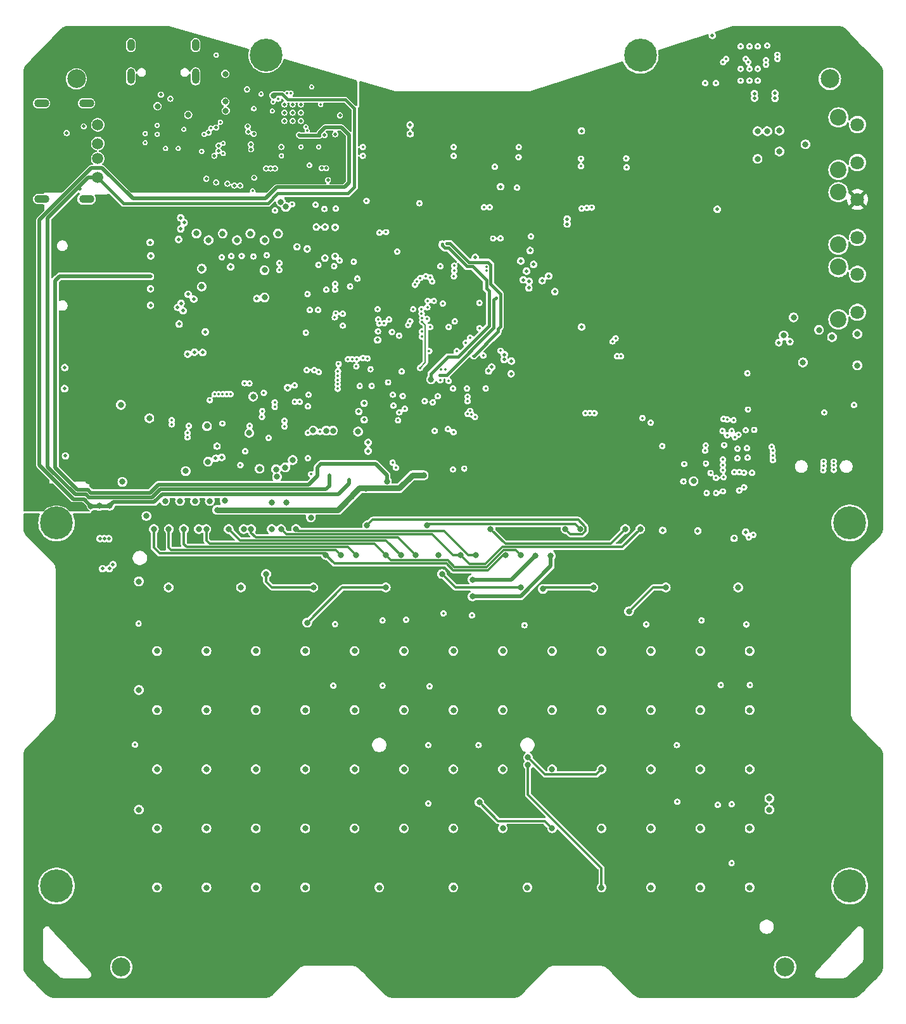
<source format=gbr>
%TF.GenerationSoftware,KiCad,Pcbnew,8.0.2*%
%TF.CreationDate,2024-05-22T21:58:47+02:00*%
%TF.ProjectId,why2025,77687932-3032-4352-9e6b-696361645f70,rev?*%
%TF.SameCoordinates,Original*%
%TF.FileFunction,Copper,L2,Inr*%
%TF.FilePolarity,Positive*%
%FSLAX46Y46*%
G04 Gerber Fmt 4.6, Leading zero omitted, Abs format (unit mm)*
G04 Created by KiCad (PCBNEW 8.0.2) date 2024-05-22 21:58:47*
%MOMM*%
%LPD*%
G01*
G04 APERTURE LIST*
%TA.AperFunction,ComponentPad*%
%ADD10C,2.500000*%
%TD*%
%TA.AperFunction,ComponentPad*%
%ADD11C,0.700000*%
%TD*%
%TA.AperFunction,ComponentPad*%
%ADD12C,4.400000*%
%TD*%
%TA.AperFunction,ComponentPad*%
%ADD13C,0.800000*%
%TD*%
%TA.AperFunction,ComponentPad*%
%ADD14O,1.000000X1.600000*%
%TD*%
%TA.AperFunction,ComponentPad*%
%ADD15O,1.000000X2.100000*%
%TD*%
%TA.AperFunction,ComponentPad*%
%ADD16C,0.500000*%
%TD*%
%TA.AperFunction,ComponentPad*%
%ADD17C,1.800000*%
%TD*%
%TA.AperFunction,ComponentPad*%
%ADD18C,2.200000*%
%TD*%
%TA.AperFunction,ComponentPad*%
%ADD19C,1.500000*%
%TD*%
%TA.AperFunction,ComponentPad*%
%ADD20O,2.000000X1.100000*%
%TD*%
%TA.AperFunction,ViaPad*%
%ADD21C,0.500000*%
%TD*%
%TA.AperFunction,ViaPad*%
%ADD22C,0.350000*%
%TD*%
%TA.AperFunction,ViaPad*%
%ADD23C,0.800000*%
%TD*%
%TA.AperFunction,Conductor*%
%ADD24C,0.500000*%
%TD*%
%TA.AperFunction,Conductor*%
%ADD25C,0.300000*%
%TD*%
%TA.AperFunction,Conductor*%
%ADD26C,0.800000*%
%TD*%
%TA.AperFunction,Conductor*%
%ADD27C,0.450000*%
%TD*%
%TA.AperFunction,Conductor*%
%ADD28C,0.200000*%
%TD*%
%TA.AperFunction,Conductor*%
%ADD29C,0.400000*%
%TD*%
G04 APERTURE END LIST*
D10*
%TO.N,GND*%
%TO.C,H1*%
X-50350000Y57850000D03*
%TD*%
D11*
%TO.N,GND*%
%TO.C,H8*%
X51350000Y-1500000D03*
X51833274Y-333274D03*
X51833274Y-2666726D03*
X53000000Y150000D03*
D12*
X53000000Y-1500000D03*
D11*
X53000000Y-3150000D03*
X54166726Y-333274D03*
X54166726Y-2666726D03*
X54650000Y-1500000D03*
%TD*%
%TO.N,GND*%
%TO.C,H9*%
X-54650000Y-50000000D03*
X-54166726Y-48833274D03*
X-54166726Y-51166726D03*
X-53000000Y-48350000D03*
D12*
X-53000000Y-50000000D03*
D11*
X-53000000Y-51650000D03*
X-51833274Y-48833274D03*
X-51833274Y-51166726D03*
X-51350000Y-50000000D03*
%TD*%
%TO.N,GND*%
%TO.C,H7*%
X-54650000Y-1500000D03*
X-54166726Y-333274D03*
X-54166726Y-2666726D03*
X-53000000Y150000D03*
D12*
X-53000000Y-1500000D03*
D11*
X-53000000Y-3150000D03*
X-51833274Y-333274D03*
X-51833274Y-2666726D03*
X-51350000Y-1500000D03*
%TD*%
D10*
%TO.N,GND*%
%TO.C,H2*%
X50350000Y57850000D03*
%TD*%
%TO.N,GND*%
%TO.C,H4*%
X44350000Y-60850000D03*
%TD*%
D13*
%TO.N,Net-(D1-A)*%
%TO.C,U2*%
X-38035000Y-10100000D03*
%TO.N,Net-(D7-A)*%
X-28360000Y-10100000D03*
%TO.N,Net-(D13-A)*%
X-18685000Y-10100000D03*
%TO.N,Net-(D19-A)*%
X-9010000Y-10100000D03*
%TO.N,Net-(D49-A)*%
X9065000Y-10100000D03*
%TO.N,Net-(D55-A)*%
X18740000Y-10100000D03*
%TO.N,Net-(D61-A)*%
X28415000Y-10100000D03*
%TO.N,Net-(D67-A)*%
X38090000Y-10100000D03*
%TO.N,Net-(D2-A)*%
X-39575000Y-18590000D03*
%TO.N,Net-(D8-A)*%
X-32975000Y-18590000D03*
%TO.N,Net-(D14-A)*%
X-26375000Y-18590000D03*
%TO.N,Net-(D20-A)*%
X-19775000Y-18590000D03*
%TO.N,Net-(D25-A)*%
X-13175000Y-18590000D03*
%TO.N,Net-(D29-A)*%
X-6575000Y-18590000D03*
%TO.N,Net-(D34-A)*%
X25000Y-18590000D03*
%TO.N,Net-(D39-A)*%
X6625000Y-18590000D03*
%TO.N,Net-(D44-A)*%
X13225000Y-18590000D03*
%TO.N,Net-(D50-A)*%
X19825000Y-18590000D03*
%TO.N,Net-(D56-A)*%
X26425000Y-18590000D03*
%TO.N,Net-(D62-A)*%
X33025000Y-18590000D03*
%TO.N,Net-(D68-A)*%
X39625000Y-18590000D03*
%TO.N,Net-(D3-A)*%
X-39575000Y-26490000D03*
%TO.N,Net-(D9-A)*%
X-32975000Y-26490000D03*
%TO.N,Net-(D15-A)*%
X-26375000Y-26490000D03*
%TO.N,Net-(D21-A)*%
X-19775000Y-26490000D03*
%TO.N,Net-(D26-A)*%
X-13175000Y-26490000D03*
%TO.N,Net-(D30-A)*%
X-6575000Y-26490000D03*
%TO.N,Net-(D35-A)*%
X25000Y-26490000D03*
%TO.N,Net-(D40-A)*%
X6625000Y-26490000D03*
%TO.N,Net-(D45-A)*%
X13225000Y-26490000D03*
%TO.N,Net-(D51-A)*%
X19825000Y-26490000D03*
%TO.N,Net-(D57-A)*%
X26425000Y-26490000D03*
%TO.N,Net-(D63-A)*%
X33025000Y-26490000D03*
%TO.N,Net-(D69-A)*%
X39625000Y-26490000D03*
%TO.N,Net-(D4-A)*%
X-39575000Y-34390000D03*
%TO.N,Net-(D10-A)*%
X-32975000Y-34390000D03*
%TO.N,Net-(D16-A)*%
X-26375000Y-34390000D03*
%TO.N,Net-(D22-A)*%
X-19775000Y-34390000D03*
%TO.N,Net-(D27-A)*%
X-13175000Y-34390000D03*
%TO.N,Net-(D31-A)*%
X-6575000Y-34390000D03*
%TO.N,Net-(D36-A)*%
X25000Y-34390000D03*
%TO.N,Net-(D41-A)*%
X6625000Y-34390000D03*
%TO.N,Net-(D46-A)*%
X13225000Y-34390000D03*
%TO.N,Net-(D52-A)*%
X19825000Y-34390000D03*
%TO.N,Net-(D58-A)*%
X26425000Y-34390000D03*
%TO.N,Net-(D64-A)*%
X33025000Y-34390000D03*
%TO.N,Net-(D70-A)*%
X39625000Y-34390000D03*
%TO.N,Net-(D5-A)*%
X-39575000Y-42290000D03*
%TO.N,Net-(D11-A)*%
X-32975000Y-42290000D03*
%TO.N,Net-(D17-A)*%
X-26375000Y-42290000D03*
%TO.N,Net-(D23-A)*%
X-19775000Y-42290000D03*
%TO.N,Net-(D28-A)*%
X-13175000Y-42290000D03*
%TO.N,Net-(D32-A)*%
X-6575000Y-42290000D03*
%TO.N,Net-(D37-A)*%
X25000Y-42290000D03*
%TO.N,Net-(D42-A)*%
X6625000Y-42290000D03*
%TO.N,Net-(D47-A)*%
X13225000Y-42290000D03*
%TO.N,Net-(D53-A)*%
X19825000Y-42290000D03*
%TO.N,Net-(D59-A)*%
X26425000Y-42290000D03*
%TO.N,Net-(D65-A)*%
X33025000Y-42290000D03*
%TO.N,Net-(D71-A)*%
X39625000Y-42290000D03*
%TO.N,Net-(D6-A)*%
X-39575000Y-50190000D03*
%TO.N,Net-(D12-A)*%
X-32975000Y-50190000D03*
%TO.N,Net-(D18-A)*%
X-26375000Y-50190000D03*
%TO.N,Net-(D24-A)*%
X-19775000Y-50190000D03*
%TO.N,Net-(D33-A)*%
X-9875000Y-50190000D03*
%TO.N,Net-(D38-A)*%
X25000Y-50190000D03*
%TO.N,Net-(D43-A)*%
X9925000Y-50190000D03*
%TO.N,Net-(D54-A)*%
X19825000Y-50190000D03*
%TO.N,Net-(D60-A)*%
X26425000Y-50190000D03*
%TO.N,Net-(D66-A)*%
X33025000Y-50190000D03*
%TO.N,Net-(D72-A)*%
X39625000Y-50190000D03*
%TD*%
D10*
%TO.N,GND*%
%TO.C,H3*%
X-44350000Y-60850000D03*
%TD*%
D11*
%TO.N,GND*%
%TO.C,H6*%
X23350000Y61000000D03*
X23833274Y62166726D03*
X23833274Y59833274D03*
X25000000Y62650000D03*
D12*
X25000000Y61000000D03*
D11*
X25000000Y59350000D03*
X26166726Y62166726D03*
X26166726Y59833274D03*
X26650000Y61000000D03*
%TD*%
%TO.N,GND*%
%TO.C,H10*%
X51350000Y-50000000D03*
X51833274Y-48833274D03*
X51833274Y-51166726D03*
X53000000Y-48350000D03*
D12*
X53000000Y-50000000D03*
D11*
X53000000Y-51650000D03*
X54166726Y-48833274D03*
X54166726Y-51166726D03*
X54650000Y-50000000D03*
%TD*%
%TO.N,GND*%
%TO.C,H5*%
X-26650000Y61000000D03*
X-26166726Y62166726D03*
X-26166726Y59833274D03*
X-25000000Y62650000D03*
D12*
X-25000000Y61000000D03*
D11*
X-25000000Y59350000D03*
X-23833274Y62166726D03*
X-23833274Y59833274D03*
X-23350000Y61000000D03*
%TD*%
D14*
%TO.N,GND*%
%TO.C,J1*%
X-43070000Y62370000D03*
D15*
X-43070000Y58190000D03*
D14*
X-34430000Y62370000D03*
D15*
X-34430000Y58190000D03*
%TD*%
D16*
%TO.N,GND*%
%TO.C,U6*%
X-20360000Y54425000D03*
X-21460000Y54425000D03*
X-22560000Y54425000D03*
X-20360000Y53325000D03*
X-21460000Y53325000D03*
X-22560000Y53325000D03*
X-20360000Y52225000D03*
X-21460000Y52225000D03*
X-22560000Y52225000D03*
%TD*%
D17*
%TO.N,E1*%
%TO.C,SW3*%
X54020000Y31740000D03*
%TO.N,GND*%
X54020000Y26660000D03*
D18*
X51480000Y25700000D03*
X51480000Y32700000D03*
%TD*%
D17*
%TO.N,/Coprocessor/POWER_ON*%
%TO.C,SW1*%
X54020000Y51740000D03*
%TO.N,GND*%
X54020000Y46660000D03*
D18*
X51480000Y45700000D03*
X51480000Y52700000D03*
%TD*%
D17*
%TO.N,+3.3V*%
%TO.C,SW2*%
X54020000Y41740000D03*
%TO.N,/Coprocessor/Keyboard/EXT*%
X54020000Y36660000D03*
D18*
%TO.N,GND*%
X51480000Y35700000D03*
X51480000Y42700000D03*
%TD*%
D19*
%TO.N,VOTG*%
%TO.C,J2*%
X-47500000Y44700000D03*
%TO.N,/Application processor/USB2_N*%
X-47500000Y47200000D03*
%TO.N,/Application processor/USB2_P*%
X-47500000Y49200000D03*
%TO.N,GND*%
X-47500000Y51700000D03*
D20*
X-55000000Y41800000D03*
X-49000000Y41800000D03*
X-55000000Y54600000D03*
X-49000000Y54600000D03*
%TD*%
D21*
%TO.N,VOTG*%
X-49860000Y43120000D03*
X-51650000Y50610000D03*
%TO.N,Net-(U17-DIN)*%
X-49360000Y51500000D03*
%TO.N,GND*%
X-51800000Y7470000D03*
X-51940000Y16460000D03*
%TO.N,VOTG*%
X-54220000Y6700000D03*
X-54210000Y39000000D03*
X-54210000Y28640000D03*
X-54220000Y17570000D03*
D22*
%TO.N,GND*%
X41950000Y62320000D03*
D21*
%TO.N,Net-(U1-PD1)*%
X-33470000Y21280000D03*
X-31560000Y8780000D03*
%TO.N,Net-(U1-PB11)*%
X-31740000Y7150000D03*
%TO.N,Net-(U1-PB10)*%
X-30940000Y7270000D03*
X-34580000Y21330000D03*
%TO.N,Net-(U1-PB11)*%
X-35475000Y21065000D03*
%TO.N,+3.3V*%
X-38030000Y23940000D03*
%TO.N,SD_DET*%
X-33110000Y24040000D03*
D22*
X-32520000Y14920000D03*
D21*
%TO.N,+3.3V*%
X-32310000Y28120000D03*
D23*
X51100000Y19490000D03*
D21*
X-11150000Y51900000D03*
D22*
X-3900000Y18700000D03*
D23*
X-34370000Y40190000D03*
D22*
X5037500Y20737500D03*
D23*
X17800000Y6050000D03*
D22*
X-14000000Y15400000D03*
D23*
X-27000000Y40175001D03*
D21*
X-10300000Y40100000D03*
X-10257559Y38827438D03*
D23*
X-9600000Y33400000D03*
D22*
X-640000Y13440000D03*
X-19510000Y36575000D03*
X-5870000Y27160000D03*
D23*
X-30800000Y40175001D03*
D22*
X40010000Y9800000D03*
D23*
X-33850000Y5350000D03*
D22*
X36600000Y6800000D03*
D21*
X34400000Y59200000D03*
X-10300000Y45200000D03*
X-27100000Y7900000D03*
X-20500000Y11050000D03*
X-11060000Y53710000D03*
X2950000Y31370000D03*
X-20400000Y6510001D03*
D23*
X-10140000Y10720000D03*
D22*
X15340000Y47080000D03*
D21*
X-10300000Y44000000D03*
D22*
X-35370000Y12360000D03*
D23*
X-48760000Y4110000D03*
X-26700000Y14290000D03*
D22*
X50640000Y13270000D03*
X15310000Y48380000D03*
X-14000000Y16300000D03*
X13620000Y44010000D03*
D21*
X-10300000Y41400000D03*
D23*
X11250000Y53350000D03*
X-47900000Y4100000D03*
D22*
X-1730000Y34190000D03*
X1400000Y19400000D03*
D23*
X38090000Y40470000D03*
D21*
X-5430000Y28530000D03*
D22*
X-1600000Y30300000D03*
X-5540000Y12800000D03*
X42500000Y59200000D03*
D23*
%TO.N,GND*%
X-32520000Y1450000D03*
D22*
X-28260000Y34180000D03*
X-3090000Y24700000D03*
X-41170000Y49330000D03*
D23*
X-32700000Y36300000D03*
D22*
X-36000000Y51110000D03*
X-23250000Y32300000D03*
D23*
X48874999Y24310000D03*
D21*
X43020000Y55910000D03*
X-23800000Y45890000D03*
D22*
X-2060000Y15440000D03*
X-35320000Y11480000D03*
X-8700000Y17300000D03*
X-29640000Y34160000D03*
X29900000Y-31150000D03*
D21*
X-36400000Y37800000D03*
D22*
X37200000Y-46950000D03*
X2290000Y23260000D03*
X36120000Y12420000D03*
D23*
X-24250000Y-2300000D03*
D22*
X10410000Y36820000D03*
X3500000Y24540000D03*
X-25540000Y13480000D03*
X-1300000Y-13550000D03*
X-38430000Y48560000D03*
X-2600000Y28200000D03*
X36600000Y12340000D03*
X460000Y21470000D03*
X25800000Y-15050000D03*
X-8960000Y37370000D03*
X-7200000Y13300000D03*
X-22530000Y11420000D03*
X40700000Y62200000D03*
X3500000Y27930000D03*
D23*
X-39500000Y54200000D03*
X-26730000Y15400000D03*
D21*
X-16980000Y45910000D03*
D23*
X-27250000Y10550000D03*
D22*
X9510000Y-15140000D03*
X0Y16490000D03*
X-20340000Y48780000D03*
X-28430000Y6250000D03*
X-3150000Y-23300000D03*
D23*
X-28900000Y36300000D03*
D22*
X1850000Y16500000D03*
D21*
X7800000Y20140000D03*
D23*
X-12710000Y10720000D03*
D22*
X-15790000Y29680000D03*
X37200000Y-39050000D03*
D21*
X17160000Y24700000D03*
D22*
X-26800000Y42900000D03*
X-19700000Y23950000D03*
D21*
X-25000000Y45890000D03*
X-15750000Y50465000D03*
D23*
X-28000000Y-2300000D03*
X-34500000Y1450000D03*
X-24200000Y1210000D03*
D21*
X-26650000Y50490000D03*
X43020000Y55250000D03*
D22*
X90000Y48760000D03*
X-14750000Y24900000D03*
D23*
X-19030000Y-750000D03*
D22*
X90000Y47580000D03*
X-18380000Y41050000D03*
X-15900000Y32800000D03*
X-11580000Y41550000D03*
X-23850000Y14000000D03*
X-42050000Y-14950000D03*
X-13780000Y30110000D03*
D21*
X-28450000Y43590000D03*
D23*
X-30800000Y37175001D03*
D22*
X37450000Y12240000D03*
X-23800000Y40250000D03*
X-590000Y24720000D03*
D21*
X-16734999Y44325000D03*
D22*
X-19410000Y14120000D03*
D21*
X9810000Y32160000D03*
D22*
X-3300000Y-31150000D03*
X-21190000Y16910000D03*
X-3450000Y27350000D03*
X-25300000Y15890000D03*
X-10900000Y16800000D03*
D21*
X-11380000Y8130000D03*
D22*
X6340000Y21530000D03*
X-19320000Y15670000D03*
X-15790000Y30430000D03*
X-2740000Y14650000D03*
X33200000Y-14500000D03*
X-25550000Y12700000D03*
X-24930000Y34300000D03*
X-23250000Y33250000D03*
X1640000Y22600000D03*
X35750000Y-23150000D03*
X4340000Y16460000D03*
X-3300000Y-38950000D03*
X-20500000Y14700000D03*
D21*
X-46850000Y-7600000D03*
D22*
X-23350000Y55150000D03*
D21*
X-11900000Y12300000D03*
D22*
X-30830000Y11800000D03*
X-33610000Y48180000D03*
D23*
X-34300000Y37200000D03*
D22*
X8740000Y47410000D03*
D23*
X-30400000Y53600000D03*
D21*
X-36700000Y36400000D03*
D22*
X-21160000Y14680000D03*
D21*
X-12600000Y13400000D03*
D23*
X46740000Y19970000D03*
X-30450000Y58500000D03*
D21*
X-27560000Y56450000D03*
D22*
X-16000000Y-23200000D03*
D21*
X9050000Y33510000D03*
D22*
X-3200000Y21500000D03*
D21*
X-29254003Y43590000D03*
D22*
X39650000Y-23150000D03*
X-39550000Y50440000D03*
X-3800000Y14800000D03*
D23*
X-36500000Y1450000D03*
X-35400000Y53050000D03*
D22*
X-15690000Y40530000D03*
X200000Y25460000D03*
D21*
X-10100000Y22970000D03*
D22*
X2500000Y-13850000D03*
X-8060000Y15670000D03*
X-9450000Y-23200000D03*
X-17950000Y18680000D03*
X-19420000Y7180000D03*
X-36740000Y48570000D03*
D21*
X-11360000Y9280000D03*
D22*
X-11060001Y19059999D03*
D21*
X-45950000Y-7575000D03*
D22*
X-8010000Y14190000D03*
D21*
X2960000Y34000000D03*
D23*
X-22260000Y1230000D03*
D22*
X40700000Y59200000D03*
X-17810000Y10690000D03*
D23*
X-32750000Y6700000D03*
D21*
X-47200000Y-3575000D03*
D23*
X-40600000Y12500000D03*
X-34000000Y-2300000D03*
D22*
X-3420000Y28200000D03*
D21*
X40260000Y55280000D03*
X7730000Y18450000D03*
X-31670000Y44030000D03*
D22*
X-25675000Y55825000D03*
X-15150000Y33600000D03*
X-30740000Y49250000D03*
X-22950000Y47590000D03*
X-12080000Y48740000D03*
D23*
X-25870000Y5750000D03*
D22*
X-3490000Y25760000D03*
X39500000Y-3400000D03*
X-12500000Y16800000D03*
X-19200000Y46330000D03*
D21*
X10760000Y33050000D03*
X-17180000Y50360000D03*
X-32990000Y44510000D03*
X-46600000Y-3575000D03*
D22*
X38400000Y59200000D03*
D23*
X-23400000Y37175001D03*
D22*
X-19700000Y51450000D03*
D21*
X-36400000Y39300000D03*
D23*
X-35750000Y5450000D03*
D22*
X-21540000Y41090000D03*
X8750000Y48740000D03*
X-1730000Y17560000D03*
X-32390000Y51250000D03*
X-17190000Y40480000D03*
X29950000Y-38750000D03*
X-30900000Y34040000D03*
X-17970000Y48780000D03*
D23*
X-30450000Y54800000D03*
D22*
X39600000Y62200000D03*
D21*
X-17560000Y45930000D03*
D22*
X39600000Y57600000D03*
X-18010000Y32990000D03*
X-19430000Y10540000D03*
D21*
X-45450000Y-7050000D03*
D22*
X38400000Y57600000D03*
D23*
X41980000Y50851249D03*
D22*
X-8570000Y25710000D03*
X-23850000Y14620000D03*
X-19000000Y5020000D03*
X-6750000Y15480000D03*
X-15800000Y-15000000D03*
D23*
X40680000Y50851249D03*
D22*
X-16970000Y29670000D03*
X3400000Y-31150000D03*
D23*
X40680000Y47151249D03*
D22*
X-42500000Y-31100000D03*
X-6450000Y13750000D03*
X39600000Y59200000D03*
D23*
X-41000000Y-550000D03*
D22*
X-41160000Y50560000D03*
X38400000Y62200000D03*
X-9450000Y-14500000D03*
X35350000Y-39150000D03*
X-31110000Y52060000D03*
X-12080000Y47580000D03*
X-10070000Y27100000D03*
X-13280000Y33400000D03*
X-1400000Y27860000D03*
X-17700000Y54450000D03*
X-6300000Y-14400000D03*
X-22520000Y12150000D03*
D23*
X-25200000Y36300000D03*
D22*
X-26720000Y34130000D03*
D21*
X40240000Y55890000D03*
X-46025000Y-3600000D03*
D23*
X-27100000Y37175001D03*
D22*
X-37600000Y11690000D03*
D23*
X-32900000Y11450000D03*
D21*
X10270000Y34920000D03*
D22*
X-39560000Y51630000D03*
X-9220000Y25190000D03*
X-7360000Y12220000D03*
X-33260000Y50470000D03*
X-27790000Y8110000D03*
D21*
X-22940000Y48770000D03*
D23*
X47080000Y49101250D03*
D22*
X-26650000Y53875000D03*
X-37590000Y12230000D03*
X-19460000Y29090000D03*
X40700000Y57600000D03*
X-30720000Y47890000D03*
D21*
X-11900000Y14500000D03*
D23*
X-38500000Y1450000D03*
D22*
X39180000Y-15050000D03*
D21*
X-24410000Y45890000D03*
D23*
X-44200000Y4000000D03*
X-30540000Y1460000D03*
D22*
X-14750000Y26450000D03*
D23*
%TO.N,Net-(D13-A)*%
X-25000000Y-8300000D03*
%TO.N,Net-(D19-A)*%
X-19500000Y-14800000D03*
%TO.N,Net-(D47-A)*%
X3500000Y-38800000D03*
%TO.N,Net-(D49-A)*%
X-1500000Y-8300000D03*
%TO.N,Net-(D52-A)*%
X10000000Y-32800000D03*
%TO.N,Net-(D54-A)*%
X10000000Y-33800000D03*
%TO.N,Net-(D55-A)*%
X12000000Y-10300000D03*
%TO.N,Net-(D61-A)*%
X23500000Y-13300000D03*
%TO.N,KB_COL0*%
X-38000000Y-2300000D03*
X-15000000Y-5800000D03*
X-2000000Y-5800000D03*
%TO.N,KB_COL4*%
X-40000000Y-2300000D03*
X-17000000Y-5800000D03*
X7000000Y-5800000D03*
%TO.N,KB_COL1*%
X-9000000Y-5800000D03*
X9000000Y-5800000D03*
X-33000000Y-2300000D03*
%TO.N,KB_COL5*%
X15000000Y-2300000D03*
X-11500000Y-1800000D03*
X-36000000Y-2300000D03*
X-13000000Y-5800000D03*
%TO.N,KB_COL2*%
X17000000Y-2300000D03*
X-3500000Y-1800000D03*
X-5000000Y-5800000D03*
X-27000000Y-2300000D03*
%TO.N,KB_COL6*%
X-30000000Y-2300000D03*
X-7000000Y-5800000D03*
%TO.N,KB_COL3*%
X-21000000Y-2300000D03*
X5000000Y-2300000D03*
X23000000Y-2300000D03*
X3000000Y-5800000D03*
%TO.N,KB_COL7*%
X-23000000Y-2300000D03*
X1000000Y-5800000D03*
X25000000Y-2300000D03*
%TO.N,KB_ROW7*%
X42250000Y-39800000D03*
%TO.N,KB_ROW0*%
X-42000000Y-9300000D03*
%TO.N,KB_ROW6*%
X42250000Y-38300000D03*
%TO.N,KB_ROW2*%
X-42000000Y-39800000D03*
%TO.N,KB_ROW1*%
X-42000000Y-23800000D03*
%TO.N,KB_ROW5*%
X-21450000Y6910000D03*
%TO.N,KB_ROW8*%
X-22430000Y5930000D03*
%TO.N,KB_ROW3*%
X-23540000Y4680000D03*
%TO.N,KB_ROW4*%
X-23660000Y5690000D03*
D22*
%TO.N,/USB_DEVICE_P*%
X-22200000Y55955000D03*
D21*
X-37810000Y55190000D03*
D23*
%TO.N,+BL-KB*%
X44170000Y23570000D03*
D22*
%TO.N,Net-(U6-REGN)*%
X-19500000Y50945000D03*
X-24170000Y53565000D03*
%TO.N,/USB_DEVICE_N*%
X-21660000Y55945000D03*
D21*
X-39050000Y55750000D03*
D23*
%TO.N,VSYS*%
X-42600000Y43900000D03*
D21*
X-38400000Y46800000D03*
X-21430000Y46330000D03*
X-28390000Y59600000D03*
X-36110000Y48900000D03*
D23*
X32125000Y4100000D03*
D21*
X-21420000Y50380000D03*
D23*
X-40850000Y45650000D03*
X-31550000Y250000D03*
X-3935723Y4884000D03*
X-13600000Y2050000D03*
X-11700000Y3150000D03*
X-41700000Y44800000D03*
D21*
X-29450000Y45620000D03*
X-20910000Y46000000D03*
X-28070000Y45540000D03*
D23*
X45490000Y25980000D03*
D21*
X-30200000Y45460000D03*
D23*
X43605000Y50935000D03*
D22*
X-18750000Y54080000D03*
D23*
X-44400000Y14300000D03*
D21*
X-28750000Y45660000D03*
X-20560000Y44290000D03*
X-21960000Y46020000D03*
X-21420000Y45660000D03*
D22*
X27950000Y8800000D03*
%TO.N,+BL-LCD*%
X43340000Y60540000D03*
D23*
%TO.N,VPSRAM*%
X-2950000Y17700000D03*
D22*
X-1480000Y35810000D03*
D21*
%TO.N,VSDCARD*%
X-40450000Y31450000D03*
X-40500000Y36000000D03*
X-40450000Y27600000D03*
D23*
X-8850000Y4080000D03*
D21*
X-40425000Y34200000D03*
X-40450000Y29800000D03*
D22*
%TO.N,VMIPI*%
X6000000Y24475000D03*
X2700000Y20800000D03*
X-900000Y35860000D03*
%TO.N,VFLASH*%
X5725000Y28635000D03*
X-1800000Y18290000D03*
D21*
X10110000Y29910000D03*
X13580000Y29420000D03*
D22*
X-10055000Y24135000D03*
D21*
%TO.N,~{RESET}*%
X-29740000Y32730000D03*
D22*
X-9850000Y37310000D03*
D21*
X-26580000Y44640000D03*
D22*
X-7480000Y34800000D03*
D21*
X-30190000Y43860000D03*
%TO.N,/Application processor/USB2_N*%
X6820000Y21015000D03*
%TO.N,/Application processor/USB2_P*%
X6800000Y20350000D03*
D22*
%TO.N,SAO_SDA*%
X-15390000Y18790000D03*
X-1710000Y32810000D03*
%TO.N,MTCK*%
X-4430000Y31250000D03*
X-12085000Y20545000D03*
%TO.N,GNDA*%
X49480000Y6150000D03*
X38210000Y2840000D03*
X36060000Y2740000D03*
X37200000Y10800000D03*
X38010000Y8450000D03*
X39950000Y5230000D03*
X36000000Y10800001D03*
X33880000Y2500000D03*
X38880000Y5220000D03*
X39280000Y8510000D03*
X30760000Y4080000D03*
X33790000Y6460000D03*
X37970000Y7200000D03*
X36070000Y6980000D03*
X36060000Y6270000D03*
X42710000Y6900000D03*
X39330000Y7230000D03*
X50850000Y6710000D03*
X50880000Y6200000D03*
X49480000Y6720000D03*
X35140000Y4540000D03*
X36230000Y8910000D03*
X38880000Y3290000D03*
X36060000Y5580000D03*
X35150000Y2500000D03*
X36160000Y4640000D03*
X36600000Y10200000D03*
X50880000Y5610000D03*
X34400000Y5190000D03*
X49460000Y5550000D03*
X30860000Y6380000D03*
%TO.N,SAO_IO1*%
X-15310000Y19750000D03*
X140000Y32210000D03*
%TO.N,SAO_SCL*%
X150000Y32880000D03*
X-15400000Y18150000D03*
%TO.N,MTMS*%
X-3080000Y31340000D03*
X-13510000Y20410000D03*
%TO.N,Net-(U14-LOUTP)*%
X37570000Y5330000D03*
X40230000Y10950000D03*
D23*
%TO.N,Net-(D74-A)*%
X11000000Y-5850000D03*
X2600000Y-9050000D03*
D22*
%TO.N,INT_SDA*%
X-18030000Y26980000D03*
X-19160000Y26980000D03*
X-4220000Y26490000D03*
X4110000Y40690000D03*
X-15820000Y26000000D03*
X-8100000Y6570000D03*
X-29750000Y15750000D03*
X-9880000Y25170000D03*
X-19560000Y18950000D03*
X17100000Y47180000D03*
X33730000Y8880000D03*
X37630000Y9980000D03*
X23130000Y47240000D03*
%TO.N,VESPHP*%
X-4450000Y19230000D03*
X-4130000Y25390000D03*
X4030000Y20870000D03*
%TO.N,SAO_IO2*%
X-12940000Y19420000D03*
X100000Y31500000D03*
%TO.N,MTDI*%
X-3670000Y31500000D03*
X-12900000Y20390000D03*
%TO.N,MTDO*%
X-2790000Y30810000D03*
X-14070000Y20410000D03*
%TO.N,E3*%
X-7230000Y23550000D03*
X-2450000Y10840000D03*
D23*
%TO.N,VBATT*%
X-18700000Y10880000D03*
X-48410000Y770000D03*
D21*
X-13920000Y4310000D03*
D23*
X-45890000Y810000D03*
D21*
X-20590000Y50380000D03*
X-22120000Y16600000D03*
D23*
X-47300000Y790000D03*
D21*
X-17890000Y50260000D03*
%TO.N,/Power/~{DSEL}*%
X-32670000Y50680000D03*
D22*
X-24070000Y54765000D03*
%TO.N,Net-(D82-K)*%
X-18905000Y56775000D03*
X-31660000Y61030000D03*
%TO.N,I3C_SCL*%
X1910000Y14790000D03*
X26400000Y11940000D03*
%TO.N,E6*%
X-4170000Y23420000D03*
X1470000Y5780000D03*
%TO.N,E1*%
X-600000Y17500000D03*
X39310000Y18500000D03*
%TO.N,I3C_SDA*%
X1900000Y15400000D03*
X25310000Y12540000D03*
%TO.N,E5*%
X40000Y10650000D03*
X-8191505Y24041046D03*
%TO.N,E4*%
X-4170000Y24100000D03*
X-10000Y5680000D03*
D21*
%TO.N,/Application processor/SD_D0*%
X-36820000Y27320000D03*
X-36620000Y25090000D03*
%TO.N,/Application processor/SD_D3*%
X-36370000Y27870000D03*
X-35410000Y29060000D03*
%TO.N,/Application processor/SD_D2*%
X-36090000Y26860000D03*
X-34670000Y28420000D03*
%TO.N,Net-(U21A-+)*%
X-18290000Y38060000D03*
X-26250000Y28490000D03*
X-17130000Y38060000D03*
D23*
%TO.N,Net-(U21D-+)*%
X-25200000Y28648000D03*
D21*
X-17160000Y33920000D03*
D23*
X-25200000Y32277000D03*
D22*
%TO.N,/Coprocessor/C6_EN*%
X-27900000Y17200000D03*
X5570000Y46110000D03*
D23*
%TO.N,-BL-KB*%
X2600000Y-11300000D03*
D21*
X39070000Y-2720000D03*
D23*
X50630000Y23350000D03*
D21*
X37540000Y-3530000D03*
D23*
X13050000Y-5850000D03*
D22*
%TO.N,-BL-LCD*%
X43340000Y61070000D03*
%TO.N,/Application processor/CH32_SWDIO*%
X4430000Y32240997D03*
X-15420000Y17590000D03*
%TO.N,/Application processor/CH32_SWCLK*%
X-15440000Y17040000D03*
X4430000Y32770000D03*
%TO.N,/Coprocessor/C6_BOOT*%
X-4520000Y41250000D03*
X-27240000Y17180000D03*
D21*
%TO.N,/Application processor/USB1_P1_P*%
X5150000Y19350000D03*
X-27000000Y48435000D03*
%TO.N,/Application processor/USB1_P1_N*%
X-27050000Y49100000D03*
X4744332Y18824332D03*
%TO.N,/Application processor/UART_RX*%
X-5760000Y51690000D03*
D22*
X-1000000Y19000000D03*
%TO.N,INT_SCL*%
X-10040000Y25720000D03*
X-15697947Y26520000D03*
X38120000Y10310000D03*
X23200000Y46010000D03*
X17080000Y46190000D03*
X-30279003Y15750000D03*
X33660000Y8160000D03*
X-4240000Y27090000D03*
X-7630000Y5890000D03*
X4870000Y40690000D03*
X-18570000Y18970000D03*
%TO.N,SAO_IO3*%
X-4840000Y30790000D03*
X-11460000Y20500000D03*
%TO.N,Net-(U14-LOUTN)*%
X38250000Y5310000D03*
X39080000Y10930000D03*
D23*
%TO.N,/Coprocessor/DISPLAY_BL*%
X43605000Y48151251D03*
X54010000Y19570000D03*
D22*
X-31350000Y15720000D03*
D23*
X54010000Y23760000D03*
D21*
%TO.N,/Coprocessor/KEYBOARD_BL*%
X43530000Y22610000D03*
D22*
X-31890000Y15720000D03*
D21*
X44990000Y22740000D03*
%TO.N,CAM_GPIO*%
X35300000Y40440000D03*
X17130000Y50900000D03*
D22*
%TO.N,/Application processor/UART_TX*%
X-1600000Y19000000D03*
D21*
X-5740000Y50520000D03*
%TO.N,Net-(U13-CLK)*%
X12780000Y31510000D03*
X9360000Y31000000D03*
%TO.N,Net-(U13-DI(IO0))*%
X11880000Y30880000D03*
X10130000Y30800000D03*
D23*
%TO.N,HUB_USB1_N*%
X-16055000Y10853213D03*
X-23011734Y41391734D03*
D22*
%TO.N,/DSI_CLK_N*%
X39111374Y60544998D03*
%TO.N,/DSI_D0_P*%
X41800000Y60350000D03*
%TO.N,/DSI_D1_N*%
X36500000Y60500000D03*
%TO.N,/DSI_CLK_P*%
X39409666Y60108117D03*
%TO.N,/DSI_D0_N*%
X41800000Y59765000D03*
D21*
%TO.N,/LEDs/DOUT*%
X-51900000Y19275000D03*
D23*
%TO.N,HUB_USB1_P*%
X-22368266Y40748266D03*
X-16965000Y10853213D03*
D22*
%TO.N,/Application processor/LCD_TE*%
X6310000Y36550000D03*
X35100000Y57300000D03*
X-5340000Y27100000D03*
%TO.N,/DSI_D1_P*%
X36077537Y60090121D03*
D23*
%TO.N,Net-(JP3-B)*%
X-33600000Y32500000D03*
X-33600000Y30100000D03*
D21*
X-19520000Y35130000D03*
X-20890000Y35410000D03*
D22*
%TO.N,/Application processor/I2S_DATA*%
X2900000Y12700000D03*
X42700000Y8150000D03*
%TO.N,/Application processor/I2S_MCLK*%
X39390000Y13660000D03*
X2279884Y13490890D03*
%TO.N,/Application processor/I2S_LRCK*%
X1914061Y13108769D03*
X42700000Y7500000D03*
%TO.N,/Application processor/I2S_SCLK*%
X2459844Y12993438D03*
X42550000Y8700000D03*
D21*
%TO.N,/LEDs/DIN*%
X6310000Y43446000D03*
X-35950000Y38650000D03*
D22*
%TO.N,HP_DET*%
X53560000Y14280000D03*
X-30810000Y15740000D03*
%TO.N,AMP_EN*%
X-24670000Y9900000D03*
X49580000Y13300000D03*
%TO.N,/Application processor/CSI_CLK_N*%
X21900000Y20800000D03*
X21283829Y22783829D03*
%TO.N,/Application processor/CSI_CLK_P*%
X21700000Y23200000D03*
X22435000Y20777853D03*
D21*
%TO.N,Net-(U21B--)*%
X-15790000Y34140000D03*
X-15780000Y38020000D03*
D22*
%TO.N,Net-(U21D--)*%
X-12810000Y31170000D03*
X-6880000Y18760000D03*
D21*
%TO.N,Net-(D48-A)*%
X28000000Y-2475000D03*
X32700000Y-2550000D03*
%TO.N,/Coprocessor/POWER_ON*%
X-15130000Y52970000D03*
X-31910000Y47580000D03*
X-31670000Y51340000D03*
X34640000Y63650000D03*
D22*
X-27200000Y11490000D03*
%TO.N,/Coprocessor/Keyboard/EXT*%
X40110000Y-3050000D03*
D23*
%TO.N,VOTG*%
X-24000000Y55625000D03*
D21*
X-16550000Y4250000D03*
X-16540000Y4920000D03*
%TO.N,/Radio/C6_USB1_P*%
X-27400533Y50800000D03*
X15250000Y38450000D03*
%TO.N,/Radio/C6_USB1_N*%
X15250000Y39130000D03*
X-27450000Y51500000D03*
%TO.N,/Coprocessor/CH32_USB1_N*%
X-31350000Y48950000D03*
D22*
X-35520000Y9970000D03*
%TO.N,/Coprocessor/CH32_USB1_P*%
X-35500000Y10550000D03*
D21*
X-31345462Y48251500D03*
D22*
%TO.N,EXT_INT*%
X-680000Y11070000D03*
X-5740000Y25470000D03*
%TO.N,/Application processor/LCD_RESET*%
X33700000Y57300000D03*
X-5108725Y30334335D03*
X5340000Y36520000D03*
%TO.N,/Application processor/C6_INT*%
X8550000Y43310000D03*
X-4130000Y25920000D03*
%TO.N,/Application processor/CH32_INT*%
X-15440000Y16450000D03*
X-6000000Y24980000D03*
%TO.N,E14*%
X17849996Y40600000D03*
X18300000Y13220000D03*
%TO.N,E13*%
X17170000Y40520000D03*
X17640000Y13210000D03*
%TO.N,E15*%
X18501005Y40660101D03*
X18900000Y13210000D03*
%TD*%
D24*
%TO.N,VOTG*%
X-54220000Y6700000D02*
X-54220000Y17570000D01*
X-54220000Y39010000D02*
X-54220000Y39243288D01*
X-54210000Y39000000D02*
X-54220000Y39010000D01*
X-54220000Y38990000D02*
X-54210000Y39000000D01*
X-54220000Y28650000D02*
X-54220000Y38990000D01*
X-54210000Y28640000D02*
X-54220000Y28650000D01*
X-54220000Y28630000D02*
X-54210000Y28640000D01*
X-54220000Y17570000D02*
X-54220000Y28630000D01*
X-16550000Y4250000D02*
X-16550000Y3460000D01*
X-16550000Y3460000D02*
X-17027000Y2983000D01*
X-17027000Y2983000D02*
X-39159712Y2983000D01*
X-48680288Y1927000D02*
X-49072288Y2319000D01*
X-50515576Y2319000D02*
X-54220000Y6023424D01*
X-39159712Y2983000D02*
X-40215712Y1927000D01*
X-40215712Y1927000D02*
X-48680288Y1927000D01*
X-49072288Y2319000D02*
X-50515576Y2319000D01*
X-54220000Y6023424D02*
X-54220000Y6700000D01*
X-54220000Y39243288D02*
X-48763288Y44700000D01*
X-48763288Y44700000D02*
X-47500000Y44700000D01*
%TO.N,VSDCARD*%
X-48812576Y2946000D02*
X-50255864Y2946000D01*
X-8850000Y4080000D02*
X-8870000Y4100000D01*
X-50255864Y2946000D02*
X-53190000Y5880136D01*
X-48420576Y2554000D02*
X-48812576Y2946000D01*
X-39419424Y3610000D02*
X-40475424Y2554000D01*
X-18180000Y4760000D02*
X-19330000Y3610000D01*
X-18180000Y5890000D02*
X-18180000Y4760000D01*
X-19330000Y3610000D02*
X-39419424Y3610000D01*
X-10340000Y6380000D02*
X-17690000Y6380000D01*
X-40475424Y2554000D02*
X-48420576Y2554000D01*
X-8870000Y4910000D02*
X-10340000Y6380000D01*
X-17690000Y6380000D02*
X-18180000Y5890000D01*
X-8870000Y4100000D02*
X-8870000Y4910000D01*
X-53190000Y5880136D02*
X-53190000Y30889000D01*
X-53190000Y30889000D02*
X-52629000Y31450000D01*
X-52629000Y31450000D02*
X-40450000Y31450000D01*
%TO.N,+3.3V*%
X-48760000Y4110000D02*
X-48730000Y4110000D01*
X-47900000Y4100000D02*
X-47940000Y4100000D01*
X-48860000Y4110000D02*
X-48760000Y4110000D01*
X-47900000Y4230000D02*
X-47900000Y4100000D01*
D25*
%TO.N,Net-(D13-A)*%
X-24200000Y-10100000D02*
X-18685000Y-10100000D01*
X-25000000Y-8300000D02*
X-25000000Y-9300000D01*
X-25000000Y-9300000D02*
X-24200000Y-10100000D01*
%TO.N,Net-(D19-A)*%
X-19500000Y-14800000D02*
X-14800000Y-10100000D01*
X-14800000Y-10100000D02*
X-9010000Y-10100000D01*
%TO.N,Net-(D47-A)*%
X12235000Y-41300000D02*
X6000000Y-41300000D01*
X13225000Y-42290000D02*
X12235000Y-41300000D01*
X6000000Y-41300000D02*
X3500000Y-38800000D01*
%TO.N,Net-(D49-A)*%
X9065000Y-10100000D02*
X300000Y-10100000D01*
X300000Y-10100000D02*
X-1500000Y-8300000D01*
%TO.N,Net-(D52-A)*%
X10000000Y-32800000D02*
X12294000Y-35094000D01*
X19121000Y-35094000D02*
X19825000Y-34390000D01*
X12294000Y-35094000D02*
X19121000Y-35094000D01*
%TO.N,Net-(D54-A)*%
X10000000Y-37800000D02*
X19825000Y-47625000D01*
X19825000Y-47625000D02*
X19825000Y-50190000D01*
X10000000Y-33800000D02*
X10000000Y-37800000D01*
%TO.N,Net-(D55-A)*%
X12200000Y-10100000D02*
X12000000Y-10300000D01*
X18740000Y-10100000D02*
X12200000Y-10100000D01*
%TO.N,Net-(D61-A)*%
X23500000Y-13300000D02*
X26700000Y-10100000D01*
X26700000Y-10100000D02*
X28415000Y-10100000D01*
%TO.N,KB_COL0*%
X-38000000Y-4800000D02*
X-38000000Y-2300000D01*
X-15677000Y-5123000D02*
X-37677000Y-5123000D01*
X-37677000Y-5123000D02*
X-38000000Y-4800000D01*
X-15000000Y-5800000D02*
X-15677000Y-5123000D01*
%TO.N,KB_COL4*%
X-17000000Y-5800000D02*
X-17250000Y-5550000D01*
X-17000000Y-5800000D02*
X-15896000Y-6904000D01*
X-15896000Y-6904000D02*
X-896000Y-6904000D01*
X6646447Y-5800000D02*
X7000000Y-5800000D01*
X-17250000Y-5550000D02*
X-39250000Y-5550000D01*
X-896000Y-6904000D02*
X0Y-7800000D01*
X0Y-7800000D02*
X4646448Y-7800000D01*
X4646448Y-7800000D02*
X6646447Y-5800000D01*
X-39250000Y-5550000D02*
X-40000000Y-4800000D01*
X-40000000Y-4800000D02*
X-40000000Y-2300000D01*
%TO.N,KB_COL1*%
X-8323000Y-6477000D02*
X-719130Y-6477000D01*
X-9000000Y-5800000D02*
X-8323000Y-6477000D01*
X8323000Y-5123000D02*
X9000000Y-5800000D01*
X176870Y-7373000D02*
X4469578Y-7373000D01*
X-719130Y-6477000D02*
X176870Y-7373000D01*
X4469578Y-7373000D02*
X6719577Y-5123000D01*
X-32530999Y-4269001D02*
X-33000000Y-3800000D01*
X-9000000Y-5800000D02*
X-10531000Y-4269000D01*
X-10531000Y-4269000D02*
X-32530999Y-4269001D01*
X6719577Y-5123000D02*
X8323000Y-5123000D01*
X-33000000Y-3800000D02*
X-33000000Y-2300000D01*
%TO.N,KB_COL5*%
X-13000000Y-5800000D02*
X-14104000Y-4696000D01*
X-36000000Y-4300000D02*
X-36000000Y-2300000D01*
X15000000Y-2300000D02*
X15677000Y-2977000D01*
X-14104000Y-4696000D02*
X-35604000Y-4696000D01*
X-35604000Y-4696000D02*
X-36000000Y-4300000D01*
X17677000Y-2580423D02*
X17677000Y-2019577D01*
X15677000Y-2977000D02*
X17280423Y-2977000D01*
X17280423Y-2977000D02*
X17677000Y-2580423D01*
X17677000Y-2019577D02*
X16707423Y-1050000D01*
X-10750000Y-1050000D02*
X-11500000Y-1800000D01*
X16707423Y-1050000D02*
X-10750000Y-1050000D01*
%TO.N,KB_COL2*%
X16323000Y-1623000D02*
X-3323000Y-1623000D01*
X-27000000Y-2800000D02*
X-26384999Y-3415001D01*
X-7385000Y-3415000D02*
X-5000000Y-5800000D01*
X-3323000Y-1623000D02*
X-3500000Y-1800000D01*
X17000000Y-2300000D02*
X16323000Y-1623000D01*
X-27000000Y-2300000D02*
X-27000000Y-2800000D01*
X-26384999Y-3415001D02*
X-7385000Y-3415000D01*
%TO.N,KB_COL6*%
X-8958000Y-3842000D02*
X-7000000Y-5800000D01*
X-30000000Y-2300000D02*
X-28457999Y-3842001D01*
X-28457999Y-3842001D02*
X-8958000Y-3842000D01*
%TO.N,KB_COL3*%
X-20738999Y-2561001D02*
X-1238999Y-2561001D01*
X-21000000Y-2300000D02*
X-20738999Y-2561001D01*
X2000000Y-5800000D02*
X3000000Y-5800000D01*
X5000000Y-2300000D02*
X6969000Y-4269000D01*
X-1238999Y-2561001D02*
X2000000Y-5800000D01*
X6969000Y-4269000D02*
X21031000Y-4269000D01*
X21031000Y-4269000D02*
X23000000Y-2300000D01*
%TO.N,KB_COL7*%
X4292708Y-6946000D02*
X6542707Y-4696000D01*
X6542707Y-4696000D02*
X22604000Y-4696000D01*
X1000000Y-5800000D02*
X2146000Y-6946000D01*
X-23000000Y-2300000D02*
X-22311999Y-2988001D01*
X22604000Y-4696000D02*
X25000000Y-2300000D01*
X-22311999Y-2988001D02*
X-2811999Y-2988001D01*
X2146000Y-6946000D02*
X4292708Y-6946000D01*
X-2811999Y-2988001D02*
X0Y-5800000D01*
X0Y-5800000D02*
X1000000Y-5800000D01*
D26*
%TO.N,VSYS*%
X-3935723Y4884000D02*
X-5466000Y4884000D01*
X-11703000Y3153000D02*
X-12517000Y3153000D01*
X-5466000Y4884000D02*
X-7197000Y3153000D01*
X-12517000Y3153000D02*
X-15237000Y433000D01*
X-7197000Y3153000D02*
X-11697000Y3153000D01*
X-11700000Y3150000D02*
X-11703000Y3153000D01*
D24*
X-13620000Y2050000D02*
X-15237000Y433000D01*
D26*
X-15237000Y433000D02*
X-15420000Y250000D01*
D24*
X-13600000Y2050000D02*
X-13620000Y2050000D01*
D26*
X-11697000Y3153000D02*
X-11700000Y3150000D01*
X-15420000Y250000D02*
X-31550000Y250000D01*
D27*
%TO.N,VPSRAM*%
X2618000Y32794000D02*
X4432000Y30980000D01*
X4432000Y29902000D02*
X4844000Y29490000D01*
X682828Y20680000D02*
X-738830Y20680000D01*
X-648001Y35261999D02*
X1819998Y32794000D01*
X-1120829Y35261999D02*
X-648001Y35261999D01*
X4844000Y24841172D02*
X682828Y20680000D01*
X-738830Y20680000D02*
X-2950000Y18468830D01*
X4432000Y30980000D02*
X4432000Y29902000D01*
X-1480000Y35621170D02*
X-1120829Y35261999D01*
X-2950000Y18468830D02*
X-2950000Y17700000D01*
X4844000Y29490000D02*
X4844000Y24841172D01*
X-1480000Y35810000D02*
X-1480000Y35621170D01*
X1819998Y32794000D02*
X2618000Y32794000D01*
%TO.N,VMIPI*%
X2059000Y33371000D02*
X-430000Y35860000D01*
X4669830Y33349000D02*
X2942000Y33349000D01*
X5009000Y33009830D02*
X4669830Y33349000D01*
X2920000Y33371000D02*
X2059000Y33371000D01*
X-430000Y35860000D02*
X-900000Y35860000D01*
X6304000Y24779000D02*
X6304000Y29126000D01*
X6304000Y29126000D02*
X5009000Y30421000D01*
X2942000Y33349000D02*
X2920000Y33371000D01*
X6000000Y24475000D02*
X6000000Y24100000D01*
X6000000Y24100000D02*
X2740000Y20840000D01*
X5009000Y30421000D02*
X5009000Y33009830D01*
X6000000Y24475000D02*
X6304000Y24779000D01*
%TO.N,VFLASH*%
X-891170Y18290000D02*
X5421000Y24602170D01*
X5421000Y28331000D02*
X5725000Y28635000D01*
X5421000Y24602170D02*
X5421000Y28331000D01*
X-1800000Y18290000D02*
X-891170Y18290000D01*
D24*
%TO.N,Net-(D74-A)*%
X7800000Y-9050000D02*
X11000000Y-5850000D01*
X2600000Y-9050000D02*
X7800000Y-9050000D01*
D28*
%TO.N,VESPHP*%
X-4450000Y19230000D02*
X-3716000Y19964000D01*
X-3716000Y24976000D02*
X-4130000Y25390000D01*
X-3716000Y19964000D02*
X-3716000Y24976000D01*
D29*
%TO.N,VBATT*%
X-18010000Y50380000D02*
X-17890000Y50260000D01*
D24*
X-48400000Y45950000D02*
X-55303000Y39047000D01*
X-23590000Y43370000D02*
X-25108000Y41852000D01*
X-14540000Y43370000D02*
X-23590000Y43370000D01*
X-47280000Y750000D02*
X-47300000Y790000D01*
X-17890000Y50574896D02*
X-17104896Y51360000D01*
X-17104896Y51360000D02*
X-14920000Y51360000D01*
X-14920000Y51360000D02*
X-13930000Y50370000D01*
X-45950000Y750000D02*
X-45890000Y810000D01*
X-17890000Y50260000D02*
X-20470000Y50260000D01*
X-42802000Y41852000D02*
X-46900000Y45950000D01*
X-48390000Y750000D02*
X-48410000Y770000D01*
X-55303000Y6219712D02*
X-50775288Y1692000D01*
X-49332000Y1692000D02*
X-48410000Y770000D01*
X-45400000Y1300000D02*
X-39956000Y1300000D01*
X-39956000Y1300000D02*
X-38900000Y2356000D01*
X-45890000Y810000D02*
X-45400000Y1300000D01*
X-46900000Y45950000D02*
X-48400000Y45950000D01*
X-38900000Y2356000D02*
X-15384000Y2356000D01*
X-50775288Y1692000D02*
X-49332000Y1692000D01*
X-20470000Y50260000D02*
X-20590000Y50380000D01*
X-47280000Y750000D02*
X-48390000Y750000D01*
X-55303000Y39047000D02*
X-55303000Y6219712D01*
X-17890000Y50260000D02*
X-17890000Y50574896D01*
X-15384000Y2356000D02*
X-13920000Y3820000D01*
X-13930000Y50370000D02*
X-13930000Y43980000D01*
X-47280000Y750000D02*
X-45950000Y750000D01*
X-13920000Y3820000D02*
X-13920000Y4310000D01*
X-13930000Y43980000D02*
X-14540000Y43370000D01*
X-25108000Y41852000D02*
X-42802000Y41852000D01*
X-47840000Y750000D02*
X-47850000Y760000D01*
%TO.N,-BL-KB*%
X13050000Y-7252028D02*
X13050000Y-5850000D01*
X2600000Y-11300000D02*
X9002028Y-11300000D01*
D25*
X13000000Y-7160606D02*
X13050000Y-5850000D01*
D24*
X9002028Y-11300000D02*
X13050000Y-7252028D01*
D27*
%TO.N,VOTG*%
X-23796000Y55829000D02*
X-22892830Y55829000D01*
X-14390000Y55070000D02*
X-13190000Y53870000D01*
X-13190000Y53870000D02*
X-13190000Y43410000D01*
X-22133830Y55070000D02*
X-14390000Y55070000D01*
D24*
X-16540000Y4920000D02*
X-16540000Y4260000D01*
D27*
X-24000000Y55625000D02*
X-23796000Y55829000D01*
X-24730000Y41250000D02*
X-44050000Y41250000D01*
X-47500000Y44700000D02*
X-44050000Y41250000D01*
X-14071000Y42529000D02*
X-23451000Y42529000D01*
X-13190000Y43410000D02*
X-14071000Y42529000D01*
D24*
X-16540000Y4260000D02*
X-16550000Y4250000D01*
D27*
X-23451000Y42529000D02*
X-24730000Y41250000D01*
X-22892830Y55829000D02*
X-22133830Y55070000D01*
%TD*%
%TA.AperFunction,Conductor*%
%TO.N,VSYS*%
G36*
X-53454004Y3800315D02*
G01*
X-53433362Y3783681D01*
X-51102838Y1453158D01*
X-51102836Y1453155D01*
X-51095768Y1446087D01*
X-51021201Y1371520D01*
X-50941059Y1325250D01*
X-50929877Y1318794D01*
X-50929876Y1318793D01*
X-50895921Y1309695D01*
X-50828015Y1291499D01*
X-50828013Y1291499D01*
X-50714965Y1291499D01*
X-50714949Y1291500D01*
X-49549255Y1291500D01*
X-49482216Y1271815D01*
X-49461574Y1255181D01*
X-48993323Y786930D01*
X-48959838Y725607D01*
X-48958067Y715448D01*
X-48946330Y626291D01*
X-48890861Y492375D01*
X-48802621Y377379D01*
X-48687625Y289139D01*
X-48687622Y289137D01*
X-48637945Y268561D01*
X-48583541Y224721D01*
X-48561476Y158427D01*
X-48578755Y90727D01*
X-48629892Y43116D01*
X-48685397Y30000D01*
X-51159260Y30000D01*
X-51226299Y49685D01*
X-51252488Y72241D01*
X-51334372Y165611D01*
X-51334380Y165620D01*
X-51566036Y368778D01*
X-51566042Y368782D01*
X-51566048Y368787D01*
X-51822225Y539958D01*
X-51822228Y539960D01*
X-51822238Y539965D01*
X-52098570Y676237D01*
X-52098580Y676241D01*
X-52390328Y775276D01*
X-52390332Y775277D01*
X-52390341Y775280D01*
X-52692540Y835391D01*
X-53000000Y855543D01*
X-53307460Y835391D01*
X-53609659Y775280D01*
X-53901427Y676238D01*
X-54177771Y539960D01*
X-54433964Y368778D01*
X-54665620Y165620D01*
X-54720985Y102489D01*
X-54747512Y72241D01*
X-54806514Y34817D01*
X-54840740Y30000D01*
X-57323398Y30000D01*
X-57390437Y49685D01*
X-57436192Y102489D01*
X-57447398Y153994D01*
X-57447555Y3346500D01*
X-57447578Y3820000D01*
X-53961440Y3820000D01*
X-53521043Y3820000D01*
X-53454004Y3800315D01*
G37*
%TD.AperFunction*%
%TD*%
%TA.AperFunction,Conductor*%
%TO.N,+3.3V*%
G36*
X51427668Y64949575D02*
G01*
X51427682Y64949574D01*
X51576440Y64937512D01*
X51589441Y64935762D01*
X51734244Y64908401D01*
X51745959Y64905592D01*
X51887097Y64864404D01*
X51898716Y64860378D01*
X52034623Y64805598D01*
X52045855Y64800405D01*
X52175847Y64732236D01*
X52186422Y64726004D01*
X52309359Y64645104D01*
X52319402Y64637747D01*
X52433580Y64544951D01*
X52444040Y64535408D01*
X53076177Y63888807D01*
X53076438Y63888539D01*
X53636391Y63312311D01*
X53636392Y63312311D01*
X54182059Y62750804D01*
X54196522Y62735921D01*
X54196522Y62735920D01*
X54756641Y62159532D01*
X54756642Y62159531D01*
X55316761Y61583131D01*
X55316762Y61583131D01*
X55876892Y61006741D01*
X55876892Y61006740D01*
X56437011Y60430352D01*
X56437012Y60430351D01*
X56996961Y59854127D01*
X56997132Y59853951D01*
X57029911Y59820085D01*
X57036456Y59812763D01*
X57065448Y59777621D01*
X57128203Y59701550D01*
X57135371Y59691951D01*
X57214790Y59574133D01*
X57220963Y59563952D01*
X57288475Y59439506D01*
X57293654Y59428755D01*
X57348804Y59298599D01*
X57352901Y59287481D01*
X57395449Y59152427D01*
X57398453Y59141025D01*
X57428064Y59002150D01*
X57430002Y58990245D01*
X57445934Y58849556D01*
X57446722Y58835609D01*
X57449722Y-2174916D01*
X57449722Y-2223482D01*
X57449310Y-2233579D01*
X57437245Y-2381256D01*
X57435541Y-2393971D01*
X57408623Y-2537793D01*
X57405859Y-2549427D01*
X57365315Y-2689635D01*
X57361356Y-2701166D01*
X57307406Y-2836298D01*
X57302283Y-2847484D01*
X57235161Y-2976692D01*
X57228959Y-2987308D01*
X57149098Y-3109653D01*
X57141852Y-3119632D01*
X57050191Y-3233492D01*
X57040858Y-3243837D01*
X56552164Y-3727840D01*
X56551832Y-3728168D01*
X56132532Y-4140326D01*
X55713122Y-4552591D01*
X55293723Y-4964855D01*
X55293722Y-4964856D01*
X54035492Y-6201651D01*
X53616046Y-6613951D01*
X53577876Y-6651531D01*
X53577874Y-6651533D01*
X53473722Y-6772610D01*
X53473720Y-6772613D01*
X53382728Y-6902565D01*
X53382723Y-6902572D01*
X53305420Y-7040352D01*
X53305419Y-7040355D01*
X53242124Y-7184829D01*
X53242117Y-7184850D01*
X53193223Y-7334962D01*
X53193220Y-7334972D01*
X53159320Y-7489669D01*
X53141123Y-7647817D01*
X53141122Y-7647835D01*
X53139744Y-8950500D01*
X53138122Y-10482805D01*
X53138122Y-13210698D01*
X53137722Y-15938619D01*
X53137722Y-15938620D01*
X53137312Y-18666580D01*
X53137312Y-26902801D01*
X53150312Y-27058319D01*
X53150313Y-27058328D01*
X53177911Y-27210957D01*
X53219907Y-27359607D01*
X53219912Y-27359620D01*
X53276008Y-27503362D01*
X53276011Y-27503369D01*
X53276012Y-27503370D01*
X53345712Y-27641200D01*
X53428512Y-27771980D01*
X53524212Y-27894810D01*
X54020042Y-28403670D01*
X54444522Y-28836180D01*
X54869002Y-29268680D01*
X55293482Y-29701190D01*
X55717962Y-30133690D01*
X56142442Y-30566200D01*
X56566922Y-30998700D01*
X56991396Y-31431203D01*
X56991400Y-31431211D01*
X56991402Y-31431210D01*
X57024592Y-31465033D01*
X57031316Y-31472464D01*
X57124175Y-31583812D01*
X57131458Y-31593465D01*
X57211975Y-31711778D01*
X57218240Y-31722019D01*
X57286547Y-31846890D01*
X57291824Y-31857764D01*
X57347621Y-31988624D01*
X57351745Y-31999742D01*
X57394838Y-32135498D01*
X57397907Y-32147078D01*
X57427787Y-32286768D01*
X57429735Y-32298687D01*
X57445861Y-32440424D01*
X57446656Y-32454358D01*
X57449652Y-36851030D01*
X57449652Y-36851114D01*
X57449722Y-56496970D01*
X57449722Y-60843894D01*
X57449300Y-60854113D01*
X57437228Y-61000099D01*
X57435612Y-61012267D01*
X57409506Y-61154493D01*
X57406774Y-61166167D01*
X57367192Y-61304723D01*
X57363287Y-61316226D01*
X57310430Y-61450009D01*
X57305488Y-61460939D01*
X57239866Y-61589156D01*
X57233862Y-61599602D01*
X57155958Y-61721077D01*
X57148782Y-61731127D01*
X57059158Y-61844281D01*
X57050134Y-61854472D01*
X56663672Y-62245358D01*
X56663251Y-62245781D01*
X56344932Y-62564657D01*
X56344933Y-62564658D01*
X56116480Y-62793528D01*
X56026332Y-62883840D01*
X55707732Y-63203020D01*
X55389132Y-63522190D01*
X55070522Y-63841370D01*
X54751922Y-64160540D01*
X54751921Y-64160540D01*
X54433338Y-64479702D01*
X54433339Y-64479703D01*
X54399456Y-64513675D01*
X54391911Y-64520638D01*
X54279829Y-64615790D01*
X54270193Y-64623190D01*
X54151031Y-64705743D01*
X54140682Y-64712184D01*
X54014461Y-64782378D01*
X54003626Y-64787730D01*
X53875064Y-64843611D01*
X53872259Y-64844831D01*
X53871428Y-64845192D01*
X53860046Y-64849488D01*
X53722705Y-64893767D01*
X53711055Y-64896906D01*
X53569754Y-64927694D01*
X53557499Y-64929728D01*
X53413897Y-64946216D01*
X53399856Y-64947025D01*
X49785172Y-64950020D01*
X46269432Y-64950020D01*
X42753702Y-64950020D01*
X39237962Y-64950020D01*
X35722222Y-64950020D01*
X32206482Y-64950020D01*
X28690742Y-64950020D01*
X25175002Y-64950020D01*
X25126905Y-64950020D01*
X25116727Y-64949602D01*
X24970206Y-64937535D01*
X24957779Y-64935875D01*
X24881171Y-64921670D01*
X24815089Y-64909417D01*
X24803387Y-64906654D01*
X24664227Y-64866585D01*
X24652832Y-64862695D01*
X24518590Y-64809467D01*
X24507500Y-64804426D01*
X24378972Y-64738202D01*
X24368470Y-64732123D01*
X24248037Y-64654304D01*
X24246679Y-64653426D01*
X24236804Y-64646336D01*
X24123371Y-64556136D01*
X24113018Y-64546913D01*
X23621911Y-64057498D01*
X23621571Y-64057158D01*
X23202272Y-63636050D01*
X22782821Y-63214789D01*
X22782821Y-63214788D01*
X22363362Y-62793530D01*
X22363360Y-62793528D01*
X21943911Y-62372259D01*
X21943911Y-62372258D01*
X21524462Y-61951000D01*
X21258542Y-61683933D01*
X21105012Y-61529740D01*
X21105011Y-61529738D01*
X20685552Y-61108480D01*
X20685507Y-61108435D01*
X20648052Y-61070780D01*
X20527503Y-60968151D01*
X20527504Y-60968151D01*
X20398270Y-60878448D01*
X20398266Y-60878446D01*
X20347127Y-60849994D01*
X42844357Y-60849994D01*
X42844357Y-60850005D01*
X42864890Y-61097812D01*
X42864892Y-61097824D01*
X42925936Y-61338881D01*
X43025826Y-61566606D01*
X43161833Y-61774782D01*
X43161836Y-61774785D01*
X43330256Y-61957738D01*
X43526491Y-62110474D01*
X43745190Y-62228828D01*
X43980386Y-62309571D01*
X44225665Y-62350500D01*
X44474335Y-62350500D01*
X44719614Y-62309571D01*
X44954810Y-62228828D01*
X45173509Y-62110474D01*
X45369744Y-61957738D01*
X45535676Y-61777488D01*
X48360122Y-61777488D01*
X48374191Y-61916608D01*
X48388174Y-61953180D01*
X48423792Y-62046340D01*
X48506892Y-62158270D01*
X48619352Y-62243970D01*
X48757432Y-62295070D01*
X48774768Y-62295353D01*
X49260154Y-62303290D01*
X49643540Y-62303415D01*
X49657232Y-62303420D01*
X50054280Y-62303539D01*
X50054281Y-62303540D01*
X50054282Y-62303540D01*
X50451332Y-62303670D01*
X50848382Y-62303800D01*
X51245430Y-62303919D01*
X51245431Y-62303920D01*
X51245432Y-62303920D01*
X51642492Y-62304050D01*
X52039542Y-62304170D01*
X52067642Y-62304170D01*
X52151242Y-62297170D01*
X52233442Y-62283570D01*
X52313642Y-62261470D01*
X52391542Y-62233070D01*
X52391545Y-62233068D01*
X52391549Y-62233067D01*
X52466425Y-62197278D01*
X52466442Y-62197270D01*
X52537842Y-62154470D01*
X52605442Y-62105070D01*
X52880662Y-61854900D01*
X53113582Y-61641740D01*
X53346502Y-61428570D01*
X53579432Y-61215410D01*
X53812352Y-61002240D01*
X53947613Y-60878448D01*
X54045270Y-60789072D01*
X54045272Y-60789070D01*
X54187999Y-60658451D01*
X54278192Y-60575910D01*
X54511112Y-60362740D01*
X54511123Y-60362752D01*
X54511163Y-60362693D01*
X54534412Y-60341440D01*
X54597812Y-60272240D01*
X54653412Y-60197440D01*
X54700712Y-60117540D01*
X54739612Y-60033340D01*
X54770012Y-59945640D01*
X54789912Y-59854840D01*
X54801512Y-59761840D01*
X54803562Y-59223380D01*
X54803602Y-58747930D01*
X54803642Y-58272470D01*
X54803692Y-57797020D01*
X54803742Y-57321560D01*
X54803782Y-56846100D01*
X54803822Y-56370650D01*
X54803872Y-55895190D01*
X54803872Y-55838290D01*
X54763372Y-55687230D01*
X54763370Y-55687227D01*
X54763370Y-55687226D01*
X54725034Y-55628066D01*
X54683072Y-55563310D01*
X54572462Y-55470420D01*
X54572459Y-55470418D01*
X54484530Y-55431330D01*
X54441092Y-55412020D01*
X54441090Y-55412019D01*
X54441089Y-55412019D01*
X54298463Y-55392320D01*
X54298462Y-55392320D01*
X54250288Y-55399653D01*
X54153940Y-55414320D01*
X54017132Y-55481719D01*
X53936058Y-55557064D01*
X53816183Y-55687230D01*
X53255992Y-56295510D01*
X53255991Y-56295510D01*
X52575922Y-57033970D01*
X51895862Y-57772419D01*
X51895862Y-57772420D01*
X51215792Y-58510870D01*
X51215791Y-58510869D01*
X50535722Y-59249320D01*
X49855652Y-59987780D01*
X49175592Y-60726229D01*
X49175592Y-60726230D01*
X48495522Y-61464680D01*
X48495451Y-61464756D01*
X48458625Y-61504675D01*
X48458622Y-61504679D01*
X48458622Y-61504680D01*
X48413360Y-61589156D01*
X48387522Y-61637380D01*
X48360122Y-61777488D01*
X45535676Y-61777488D01*
X45538164Y-61774785D01*
X45674173Y-61566607D01*
X45774063Y-61338881D01*
X45835108Y-61097821D01*
X45835109Y-61097812D01*
X45855643Y-60850005D01*
X45855643Y-60849994D01*
X45835109Y-60602187D01*
X45835107Y-60602175D01*
X45774063Y-60361118D01*
X45674173Y-60133393D01*
X45538166Y-59925217D01*
X45473379Y-59854840D01*
X45369744Y-59742262D01*
X45173509Y-59589526D01*
X45173507Y-59589525D01*
X45173506Y-59589524D01*
X44954811Y-59471172D01*
X44954802Y-59471169D01*
X44719616Y-59390429D01*
X44474335Y-59349500D01*
X44225665Y-59349500D01*
X43980383Y-59390429D01*
X43745197Y-59471169D01*
X43745188Y-59471172D01*
X43526493Y-59589524D01*
X43330257Y-59742261D01*
X43161833Y-59925217D01*
X43025826Y-60133393D01*
X42925936Y-60361118D01*
X42864892Y-60602175D01*
X42864890Y-60602187D01*
X42844357Y-60849994D01*
X20347127Y-60849994D01*
X20261307Y-60802247D01*
X20185133Y-60769200D01*
X20117712Y-60739950D01*
X19968612Y-60691850D01*
X19968610Y-60691849D01*
X19968609Y-60691849D01*
X19815110Y-60658451D01*
X19815102Y-60658450D01*
X19658132Y-60640450D01*
X19658124Y-60640449D01*
X19658121Y-60640449D01*
X18812404Y-60637450D01*
X18812342Y-60637450D01*
X18072612Y-60637450D01*
X17332882Y-60637450D01*
X16593152Y-60637450D01*
X15853422Y-60637450D01*
X15113692Y-60637450D01*
X14373952Y-60637450D01*
X13634222Y-60637450D01*
X13580822Y-60637450D01*
X13580820Y-60637450D01*
X13549722Y-60639998D01*
X13422192Y-60650450D01*
X13422185Y-60650451D01*
X13422178Y-60650452D01*
X13266712Y-60679347D01*
X13266704Y-60679349D01*
X13266702Y-60679350D01*
X13115312Y-60723050D01*
X13115306Y-60723052D01*
X13115301Y-60723054D01*
X12969228Y-60781247D01*
X12829499Y-60853546D01*
X12829487Y-60853552D01*
X12697106Y-60939554D01*
X12573269Y-61038752D01*
X12573268Y-61038753D01*
X12081043Y-61532939D01*
X11665552Y-61953178D01*
X11665552Y-61953180D01*
X11551927Y-62068110D01*
X11250073Y-62373429D01*
X11250072Y-62373430D01*
X10834582Y-62793680D01*
X10419102Y-63213920D01*
X10003612Y-63634170D01*
X9588132Y-64054410D01*
X9172677Y-64474624D01*
X9172640Y-64474662D01*
X9138674Y-64508988D01*
X9131114Y-64516018D01*
X9018750Y-64612089D01*
X9009043Y-64619589D01*
X8963922Y-64651020D01*
X8889311Y-64702991D01*
X8878980Y-64709457D01*
X8752156Y-64780412D01*
X8741273Y-64785818D01*
X8608293Y-64843940D01*
X8596926Y-64848258D01*
X8458855Y-64893089D01*
X8447042Y-64896289D01*
X8304952Y-64927350D01*
X8292690Y-64929393D01*
X8148074Y-64946086D01*
X8134279Y-64946903D01*
X7263665Y-64949879D01*
X7263241Y-64949880D01*
X6492152Y-64949880D01*
X5720932Y-64949880D01*
X-4949358Y-64949880D01*
X-5720578Y-64949880D01*
X-6491788Y-64949880D01*
X-7263018Y-64949880D01*
X-8034238Y-64949880D01*
X-8082560Y-64949880D01*
X-8092688Y-64949466D01*
X-8104838Y-64948470D01*
X-8239906Y-64937399D01*
X-8252515Y-64935710D01*
X-8395813Y-64908979D01*
X-8407472Y-64906215D01*
X-8547202Y-64865870D01*
X-8558707Y-64861928D01*
X-8693410Y-64808250D01*
X-8704561Y-64803154D01*
X-8833446Y-64736363D01*
X-8843889Y-64730288D01*
X-8966042Y-64651025D01*
X-8975998Y-64643840D01*
X-9089635Y-64552949D01*
X-9100027Y-64543632D01*
X-9587428Y-64054410D01*
X-9587762Y-64054072D01*
X-10002908Y-63634170D01*
X-10002909Y-63634169D01*
X-10418389Y-63213919D01*
X-10418388Y-63213918D01*
X-10833878Y-62793680D01*
X-10833880Y-62793678D01*
X-11249356Y-62373430D01*
X-11249357Y-62373431D01*
X-11317923Y-62304080D01*
X-11664848Y-61953180D01*
X-12080328Y-61532940D01*
X-12110205Y-61502720D01*
X-12495789Y-61112707D01*
X-12495790Y-61112708D01*
X-12533403Y-61074694D01*
X-12654265Y-60971151D01*
X-12784009Y-60880748D01*
X-12921436Y-60803755D01*
X-12921445Y-60803751D01*
X-13065617Y-60740846D01*
X-13215333Y-60692251D01*
X-13369546Y-60658548D01*
X-13527234Y-60640449D01*
X-14374455Y-60637450D01*
X-14374518Y-60637450D01*
X-15114258Y-60637450D01*
X-15853988Y-60637450D01*
X-16593718Y-60637450D01*
X-17333448Y-60637450D01*
X-18073178Y-60637450D01*
X-18812908Y-60637450D01*
X-19552638Y-60637450D01*
X-19605838Y-60637450D01*
X-19605839Y-60637450D01*
X-19763678Y-60650449D01*
X-19865392Y-60669249D01*
X-19918418Y-60679050D01*
X-19918423Y-60679051D01*
X-19918426Y-60679052D01*
X-20068996Y-60722252D01*
X-20177737Y-60765361D01*
X-20214538Y-60779950D01*
X-20214541Y-60779951D01*
X-20257889Y-60802250D01*
X-20353728Y-60851550D01*
X-20485688Y-60936750D01*
X-20609368Y-61035150D01*
X-21105568Y-61529740D01*
X-21105639Y-61529811D01*
X-21105734Y-61529906D01*
X-21525018Y-61951000D01*
X-21944467Y-62372258D01*
X-21944467Y-62372259D01*
X-22363916Y-62793528D01*
X-22363918Y-62793530D01*
X-22783377Y-63214788D01*
X-22783377Y-63214789D01*
X-23202828Y-63636050D01*
X-23622278Y-64057310D01*
X-24041705Y-64478546D01*
X-24041728Y-64478570D01*
X-24071984Y-64508988D01*
X-24075575Y-64512598D01*
X-24083165Y-64519616D01*
X-24195253Y-64614889D01*
X-24204867Y-64622281D01*
X-24251023Y-64654304D01*
X-24324158Y-64705044D01*
X-24334492Y-64711485D01*
X-24460824Y-64781854D01*
X-24471743Y-64787251D01*
X-24604262Y-64844831D01*
X-24615460Y-64849067D01*
X-24667326Y-64865870D01*
X-24753001Y-64893625D01*
X-24764858Y-64896827D01*
X-24906360Y-64927608D01*
X-24918518Y-64929626D01*
X-25062380Y-64946209D01*
X-25076476Y-64947025D01*
X-28691288Y-64950020D01*
X-32207028Y-64950020D01*
X-35722768Y-64950020D01*
X-39238508Y-64950020D01*
X-42754248Y-64950020D01*
X-46269988Y-64950020D01*
X-49785718Y-64950020D01*
X-53301458Y-64950020D01*
X-53349456Y-64950020D01*
X-53359648Y-64949600D01*
X-53375369Y-64948303D01*
X-53505928Y-64937533D01*
X-53518300Y-64935882D01*
X-53660791Y-64909509D01*
X-53672438Y-64906766D01*
X-53811327Y-64866896D01*
X-53822807Y-64862984D01*
X-53956876Y-64809840D01*
X-53967847Y-64804861D01*
X-54096207Y-64738915D01*
X-54106779Y-64732809D01*
X-54139818Y-64711488D01*
X-54228429Y-64654304D01*
X-54238268Y-64647250D01*
X-54351756Y-64557198D01*
X-54362031Y-64548073D01*
X-54752193Y-64160832D01*
X-54752601Y-64160425D01*
X-55071087Y-63841370D01*
X-55071089Y-63841369D01*
X-55389688Y-63522190D01*
X-55389688Y-63522189D01*
X-55708288Y-63203020D01*
X-56026898Y-62883840D01*
X-56026899Y-62883839D01*
X-56117046Y-62793528D01*
X-56345498Y-62564660D01*
X-56345498Y-62564659D01*
X-56664098Y-62245490D01*
X-56664099Y-62245489D01*
X-56687644Y-62221901D01*
X-56982698Y-61926310D01*
X-56992374Y-61916608D01*
X-57016497Y-61892419D01*
X-57023388Y-61884917D01*
X-57117931Y-61773097D01*
X-57125344Y-61763399D01*
X-57207452Y-61644250D01*
X-57213800Y-61634007D01*
X-57283634Y-61508029D01*
X-57288993Y-61497134D01*
X-57346069Y-61365167D01*
X-57350327Y-61353835D01*
X-57394332Y-61216720D01*
X-57397458Y-61205053D01*
X-57427985Y-61063976D01*
X-57429976Y-61051939D01*
X-57446468Y-60908745D01*
X-57447282Y-60894641D01*
X-57450278Y-56497054D01*
X-57450278Y-56496970D01*
X-57450276Y-55895140D01*
X-54804436Y-55895140D01*
X-54804391Y-56370600D01*
X-54804346Y-56846050D01*
X-54804301Y-57321510D01*
X-54804256Y-57796970D01*
X-54804211Y-58272420D01*
X-54804166Y-58747880D01*
X-54804121Y-59223330D01*
X-54804076Y-59698790D01*
X-54804076Y-59730390D01*
X-54795876Y-59823990D01*
X-54778196Y-59915590D01*
X-54751176Y-60004390D01*
X-54715256Y-60089890D01*
X-54670706Y-60171290D01*
X-54617846Y-60247890D01*
X-54617841Y-60247895D01*
X-54617838Y-60247900D01*
X-54556963Y-60319082D01*
X-54556956Y-60319090D01*
X-54278715Y-60575950D01*
X-54045794Y-60789120D01*
X-53812872Y-61002290D01*
X-53696887Y-61108435D01*
X-53579951Y-61215450D01*
X-53347030Y-61428610D01*
X-53347028Y-61428612D01*
X-53196248Y-61566606D01*
X-53114109Y-61641780D01*
X-52881187Y-61854950D01*
X-52648266Y-62068110D01*
X-52627496Y-62087110D01*
X-52561386Y-62138710D01*
X-52491176Y-62183710D01*
X-52491167Y-62183714D01*
X-52491165Y-62183716D01*
X-52478234Y-62190410D01*
X-52417386Y-62221910D01*
X-52340516Y-62253110D01*
X-52261076Y-62277510D01*
X-52179566Y-62293610D01*
X-52179556Y-62293611D01*
X-52179552Y-62293612D01*
X-52133465Y-62298936D01*
X-52096486Y-62303210D01*
X-51643331Y-62304080D01*
X-51246236Y-62303960D01*
X-50849141Y-62303840D01*
X-50452046Y-62303710D01*
X-50054951Y-62303580D01*
X-49657856Y-62303460D01*
X-49260761Y-62303330D01*
X-48863666Y-62303210D01*
X-48809206Y-62303210D01*
X-48663367Y-62265510D01*
X-48541993Y-62190410D01*
X-48448752Y-62086310D01*
X-48387312Y-61961580D01*
X-48361302Y-61824650D01*
X-48361302Y-61824647D01*
X-48361301Y-61824643D01*
X-48374522Y-61683933D01*
X-48374524Y-61683925D01*
X-48430491Y-61547823D01*
X-48430493Y-61547820D01*
X-49063677Y-60849994D01*
X-45855643Y-60849994D01*
X-45855643Y-60850005D01*
X-45835109Y-61097812D01*
X-45835108Y-61097821D01*
X-45774063Y-61338881D01*
X-45674173Y-61566607D01*
X-45538164Y-61774785D01*
X-45369744Y-61957738D01*
X-45173509Y-62110474D01*
X-44954810Y-62228828D01*
X-44719614Y-62309571D01*
X-44474335Y-62350500D01*
X-44225665Y-62350500D01*
X-43980386Y-62309571D01*
X-43745190Y-62228828D01*
X-43526491Y-62110474D01*
X-43330256Y-61957738D01*
X-43161836Y-61774785D01*
X-43161833Y-61774782D01*
X-43025826Y-61566606D01*
X-42925936Y-61338881D01*
X-42864892Y-61097824D01*
X-42864890Y-61097812D01*
X-42844357Y-60850005D01*
X-42844357Y-60849994D01*
X-42864890Y-60602187D01*
X-42864892Y-60602175D01*
X-42925936Y-60361118D01*
X-43025826Y-60133393D01*
X-43161833Y-59925217D01*
X-43330257Y-59742261D01*
X-43526493Y-59589524D01*
X-43745188Y-59471172D01*
X-43745197Y-59471169D01*
X-43980383Y-59390429D01*
X-44225665Y-59349500D01*
X-44474335Y-59349500D01*
X-44719616Y-59390429D01*
X-44954802Y-59471169D01*
X-44954811Y-59471172D01*
X-45173506Y-59589524D01*
X-45173507Y-59589525D01*
X-45173509Y-59589526D01*
X-45369744Y-59742262D01*
X-45473379Y-59854840D01*
X-45538166Y-59925217D01*
X-45674173Y-60133393D01*
X-45774063Y-60361118D01*
X-45835107Y-60602175D01*
X-45835109Y-60602187D01*
X-45855643Y-60849994D01*
X-49063677Y-60849994D01*
X-49176143Y-60726046D01*
X-49856208Y-59987590D01*
X-52576472Y-57033790D01*
X-53256539Y-56295330D01*
X-53936597Y-55556888D01*
X-53936604Y-55556880D01*
X-53975182Y-55514982D01*
X-53975185Y-55514979D01*
X-54107347Y-55431331D01*
X-54107349Y-55431330D01*
X-54107350Y-55431330D01*
X-54150515Y-55420161D01*
X-54250347Y-55394330D01*
X-54250348Y-55394330D01*
X-54250349Y-55394330D01*
X-54394675Y-55400330D01*
X-54465280Y-55424436D01*
X-54530868Y-55446829D01*
X-54530870Y-55446830D01*
X-54649435Y-55528630D01*
X-54649436Y-55528631D01*
X-54649437Y-55528632D01*
X-54672244Y-55557064D01*
X-54740873Y-55642620D01*
X-54795703Y-55785040D01*
X-54804436Y-55895140D01*
X-57450276Y-55895140D01*
X-57450274Y-55355985D01*
X40920500Y-55355985D01*
X40920500Y-55544014D01*
X40957179Y-55728409D01*
X40957182Y-55728421D01*
X41029129Y-55902118D01*
X41029136Y-55902131D01*
X41133591Y-56058457D01*
X41133594Y-56058461D01*
X41266538Y-56191405D01*
X41266542Y-56191408D01*
X41422868Y-56295863D01*
X41422881Y-56295870D01*
X41596578Y-56367817D01*
X41596583Y-56367819D01*
X41780985Y-56404499D01*
X41780988Y-56404500D01*
X41780990Y-56404500D01*
X41969012Y-56404500D01*
X41969013Y-56404499D01*
X42153417Y-56367819D01*
X42327125Y-56295867D01*
X42483458Y-56191408D01*
X42616408Y-56058458D01*
X42720867Y-55902125D01*
X42792819Y-55728417D01*
X42829500Y-55544010D01*
X42829500Y-55355990D01*
X42829500Y-55355987D01*
X42829499Y-55355985D01*
X42792820Y-55171590D01*
X42792819Y-55171583D01*
X42792817Y-55171578D01*
X42720870Y-54997881D01*
X42720863Y-54997868D01*
X42616408Y-54841542D01*
X42616405Y-54841538D01*
X42483461Y-54708594D01*
X42483457Y-54708591D01*
X42327131Y-54604136D01*
X42327118Y-54604129D01*
X42153421Y-54532182D01*
X42153409Y-54532179D01*
X41969013Y-54495500D01*
X41969010Y-54495500D01*
X41780990Y-54495500D01*
X41780987Y-54495500D01*
X41596590Y-54532179D01*
X41596578Y-54532182D01*
X41422881Y-54604129D01*
X41422868Y-54604136D01*
X41266542Y-54708591D01*
X41266538Y-54708594D01*
X41133594Y-54841538D01*
X41133591Y-54841542D01*
X41029136Y-54997868D01*
X41029129Y-54997881D01*
X40957182Y-55171578D01*
X40957179Y-55171590D01*
X40920500Y-55355985D01*
X-57450274Y-55355985D01*
X-57450255Y-49999994D01*
X-55455345Y-49999994D01*
X-55455345Y-50000005D01*
X-55435985Y-50307725D01*
X-55435984Y-50307736D01*
X-55378206Y-50610619D01*
X-55282922Y-50903873D01*
X-55151635Y-51182871D01*
X-54986416Y-51443216D01*
X-54789869Y-51680799D01*
X-54565096Y-51891876D01*
X-54315640Y-52073116D01*
X-54045435Y-52221663D01*
X-54045427Y-52221666D01*
X-54045426Y-52221667D01*
X-53758746Y-52335171D01*
X-53758743Y-52335172D01*
X-53460086Y-52411854D01*
X-53336722Y-52427438D01*
X-53154183Y-52450499D01*
X-53154175Y-52450499D01*
X-53154172Y-52450500D01*
X-53154170Y-52450500D01*
X-52845830Y-52450500D01*
X-52845828Y-52450500D01*
X-52845825Y-52450499D01*
X-52845816Y-52450499D01*
X-52604091Y-52419961D01*
X-52539914Y-52411854D01*
X-52539910Y-52411853D01*
X-52241256Y-52335172D01*
X-52241253Y-52335171D01*
X-51954573Y-52221667D01*
X-51954572Y-52221666D01*
X-51954570Y-52221665D01*
X-51954565Y-52221663D01*
X-51684360Y-52073116D01*
X-51684353Y-52073110D01*
X-51684348Y-52073108D01*
X-51434912Y-51891882D01*
X-51434902Y-51891874D01*
X-51210132Y-51680800D01*
X-51210131Y-51680799D01*
X-51013584Y-51443216D01*
X-51013579Y-51443209D01*
X-51013577Y-51443206D01*
X-50848366Y-51182873D01*
X-50848362Y-51182867D01*
X-50717080Y-50903879D01*
X-50717078Y-50903874D01*
X-50621795Y-50610623D01*
X-50564015Y-50307732D01*
X-50564014Y-50307725D01*
X-50556608Y-50190000D01*
X-40230278Y-50190000D01*
X-40211237Y-50346818D01*
X-40155220Y-50494523D01*
X-40065483Y-50624530D01*
X-39947240Y-50729283D01*
X-39807365Y-50802696D01*
X-39653985Y-50840500D01*
X-39496014Y-50840500D01*
X-39342634Y-50802696D01*
X-39202762Y-50729284D01*
X-39202760Y-50729283D01*
X-39084517Y-50624530D01*
X-38994780Y-50494523D01*
X-38938762Y-50346818D01*
X-38919722Y-50190000D01*
X-33630278Y-50190000D01*
X-33611237Y-50346818D01*
X-33555220Y-50494523D01*
X-33465483Y-50624530D01*
X-33347240Y-50729283D01*
X-33207365Y-50802696D01*
X-33053985Y-50840500D01*
X-32896014Y-50840500D01*
X-32742634Y-50802696D01*
X-32602762Y-50729284D01*
X-32602760Y-50729283D01*
X-32484517Y-50624530D01*
X-32394780Y-50494523D01*
X-32338762Y-50346818D01*
X-32319722Y-50190000D01*
X-27030278Y-50190000D01*
X-27011237Y-50346818D01*
X-26955220Y-50494523D01*
X-26865483Y-50624530D01*
X-26747240Y-50729283D01*
X-26607365Y-50802696D01*
X-26453985Y-50840500D01*
X-26296014Y-50840500D01*
X-26142634Y-50802696D01*
X-26002762Y-50729284D01*
X-26002760Y-50729283D01*
X-25884517Y-50624530D01*
X-25794780Y-50494523D01*
X-25738762Y-50346818D01*
X-25719722Y-50190000D01*
X-20430278Y-50190000D01*
X-20411237Y-50346818D01*
X-20355220Y-50494523D01*
X-20265483Y-50624530D01*
X-20147240Y-50729283D01*
X-20007365Y-50802696D01*
X-19853985Y-50840500D01*
X-19696014Y-50840500D01*
X-19542634Y-50802696D01*
X-19402762Y-50729284D01*
X-19402760Y-50729283D01*
X-19284517Y-50624530D01*
X-19194780Y-50494523D01*
X-19138762Y-50346818D01*
X-19119722Y-50190000D01*
X-10530278Y-50190000D01*
X-10511237Y-50346818D01*
X-10455220Y-50494523D01*
X-10365483Y-50624530D01*
X-10247240Y-50729283D01*
X-10107365Y-50802696D01*
X-9953985Y-50840500D01*
X-9796014Y-50840500D01*
X-9642634Y-50802696D01*
X-9502762Y-50729284D01*
X-9502760Y-50729283D01*
X-9384517Y-50624530D01*
X-9294780Y-50494523D01*
X-9238762Y-50346818D01*
X-9219722Y-50190000D01*
X-630278Y-50190000D01*
X-611237Y-50346818D01*
X-555220Y-50494523D01*
X-465483Y-50624530D01*
X-347240Y-50729283D01*
X-207365Y-50802696D01*
X-53985Y-50840500D01*
X103985Y-50840500D01*
X257365Y-50802696D01*
X397240Y-50729283D01*
X515483Y-50624530D01*
X605220Y-50494523D01*
X661237Y-50346818D01*
X680278Y-50190000D01*
X680278Y-50189999D01*
X9269722Y-50189999D01*
X9269722Y-50190000D01*
X9288762Y-50346818D01*
X9344780Y-50494523D01*
X9434517Y-50624530D01*
X9552760Y-50729283D01*
X9552762Y-50729284D01*
X9692634Y-50802696D01*
X9846014Y-50840500D01*
X9846015Y-50840500D01*
X10003985Y-50840500D01*
X10157365Y-50802696D01*
X10297240Y-50729283D01*
X10415483Y-50624530D01*
X10505220Y-50494523D01*
X10561237Y-50346818D01*
X10580278Y-50190000D01*
X10561237Y-50033182D01*
X10548650Y-49999994D01*
X10539992Y-49977164D01*
X10505220Y-49885477D01*
X10415483Y-49755470D01*
X10297240Y-49650717D01*
X10297238Y-49650716D01*
X10297237Y-49650715D01*
X10157365Y-49577303D01*
X10003986Y-49539500D01*
X10003985Y-49539500D01*
X9846015Y-49539500D01*
X9846014Y-49539500D01*
X9692634Y-49577303D01*
X9552762Y-49650715D01*
X9434516Y-49755471D01*
X9344781Y-49885475D01*
X9344780Y-49885476D01*
X9288762Y-50033181D01*
X9269722Y-50189999D01*
X680278Y-50189999D01*
X661237Y-50033182D01*
X648650Y-49999994D01*
X639992Y-49977164D01*
X605220Y-49885477D01*
X515483Y-49755470D01*
X397240Y-49650717D01*
X397238Y-49650716D01*
X397237Y-49650715D01*
X257365Y-49577303D01*
X103986Y-49539500D01*
X103985Y-49539500D01*
X-53985Y-49539500D01*
X-53986Y-49539500D01*
X-207365Y-49577303D01*
X-347237Y-49650715D01*
X-347238Y-49650716D01*
X-347240Y-49650717D01*
X-465483Y-49755470D01*
X-555220Y-49885477D01*
X-589992Y-49977164D01*
X-598650Y-49999994D01*
X-611237Y-50033182D01*
X-630278Y-50190000D01*
X-9219722Y-50190000D01*
X-9219722Y-50189999D01*
X-9238762Y-50033181D01*
X-9294780Y-49885476D01*
X-9294781Y-49885475D01*
X-9384516Y-49755471D01*
X-9502762Y-49650715D01*
X-9642634Y-49577303D01*
X-9796014Y-49539500D01*
X-9796015Y-49539500D01*
X-9953985Y-49539500D01*
X-9953986Y-49539500D01*
X-10107365Y-49577303D01*
X-10247237Y-49650715D01*
X-10247238Y-49650716D01*
X-10247240Y-49650717D01*
X-10365483Y-49755470D01*
X-10455220Y-49885477D01*
X-10489992Y-49977164D01*
X-10498650Y-49999994D01*
X-10511237Y-50033182D01*
X-10530278Y-50190000D01*
X-19119722Y-50190000D01*
X-19119722Y-50189999D01*
X-19138762Y-50033181D01*
X-19194780Y-49885476D01*
X-19194781Y-49885475D01*
X-19284516Y-49755471D01*
X-19402762Y-49650715D01*
X-19542634Y-49577303D01*
X-19696014Y-49539500D01*
X-19696015Y-49539500D01*
X-19853985Y-49539500D01*
X-19853986Y-49539500D01*
X-20007365Y-49577303D01*
X-20147237Y-49650715D01*
X-20147238Y-49650716D01*
X-20147240Y-49650717D01*
X-20265483Y-49755470D01*
X-20355220Y-49885477D01*
X-20389992Y-49977164D01*
X-20398650Y-49999994D01*
X-20411237Y-50033182D01*
X-20430278Y-50190000D01*
X-25719722Y-50190000D01*
X-25719722Y-50189999D01*
X-25738762Y-50033181D01*
X-25794780Y-49885476D01*
X-25794781Y-49885475D01*
X-25884516Y-49755471D01*
X-26002762Y-49650715D01*
X-26142634Y-49577303D01*
X-26296014Y-49539500D01*
X-26296015Y-49539500D01*
X-26453985Y-49539500D01*
X-26453986Y-49539500D01*
X-26607365Y-49577303D01*
X-26747237Y-49650715D01*
X-26747238Y-49650716D01*
X-26747240Y-49650717D01*
X-26865483Y-49755470D01*
X-26955220Y-49885477D01*
X-26989992Y-49977164D01*
X-26998650Y-49999994D01*
X-27011237Y-50033182D01*
X-27030278Y-50190000D01*
X-32319722Y-50190000D01*
X-32319722Y-50189999D01*
X-32338762Y-50033181D01*
X-32394780Y-49885476D01*
X-32394781Y-49885475D01*
X-32484516Y-49755471D01*
X-32602762Y-49650715D01*
X-32742634Y-49577303D01*
X-32896014Y-49539500D01*
X-32896015Y-49539500D01*
X-33053985Y-49539500D01*
X-33053986Y-49539500D01*
X-33207365Y-49577303D01*
X-33347237Y-49650715D01*
X-33347238Y-49650716D01*
X-33347240Y-49650717D01*
X-33465483Y-49755470D01*
X-33555220Y-49885477D01*
X-33589992Y-49977164D01*
X-33598650Y-49999994D01*
X-33611237Y-50033182D01*
X-33630278Y-50190000D01*
X-38919722Y-50190000D01*
X-38919722Y-50189999D01*
X-38938762Y-50033181D01*
X-38994780Y-49885476D01*
X-38994781Y-49885475D01*
X-39084516Y-49755471D01*
X-39202762Y-49650715D01*
X-39342634Y-49577303D01*
X-39496014Y-49539500D01*
X-39496015Y-49539500D01*
X-39653985Y-49539500D01*
X-39653986Y-49539500D01*
X-39807365Y-49577303D01*
X-39947237Y-49650715D01*
X-39947238Y-49650716D01*
X-39947240Y-49650717D01*
X-40065483Y-49755470D01*
X-40155220Y-49885477D01*
X-40189992Y-49977164D01*
X-40198650Y-49999994D01*
X-40211237Y-50033182D01*
X-40230278Y-50190000D01*
X-50556608Y-50190000D01*
X-50544655Y-50000005D01*
X-50544655Y-49999994D01*
X-50564014Y-49692274D01*
X-50564015Y-49692267D01*
X-50621795Y-49389376D01*
X-50717078Y-49096125D01*
X-50717080Y-49096120D01*
X-50848362Y-48817132D01*
X-50848366Y-48817126D01*
X-51013577Y-48556793D01*
X-51210132Y-48319199D01*
X-51434902Y-48108125D01*
X-51434912Y-48108117D01*
X-51684348Y-47926891D01*
X-51684360Y-47926884D01*
X-51954572Y-47778333D01*
X-51954573Y-47778332D01*
X-52241253Y-47664828D01*
X-52241256Y-47664827D01*
X-52539910Y-47588146D01*
X-52539923Y-47588144D01*
X-52845816Y-47549500D01*
X-52845828Y-47549500D01*
X-53154172Y-47549500D01*
X-53154183Y-47549500D01*
X-53460076Y-47588144D01*
X-53460089Y-47588146D01*
X-53758743Y-47664827D01*
X-53758746Y-47664828D01*
X-54045426Y-47778332D01*
X-54045427Y-47778333D01*
X-54045432Y-47778335D01*
X-54045435Y-47778337D01*
X-54315640Y-47926884D01*
X-54315644Y-47926886D01*
X-54315651Y-47926891D01*
X-54565087Y-48108117D01*
X-54565093Y-48108122D01*
X-54565096Y-48108124D01*
X-54789869Y-48319201D01*
X-54986416Y-48556784D01*
X-54986420Y-48556791D01*
X-54986422Y-48556793D01*
X-55151633Y-48817126D01*
X-55151637Y-48817132D01*
X-55282919Y-49096120D01*
X-55282922Y-49096127D01*
X-55378206Y-49389381D01*
X-55435984Y-49692264D01*
X-55435984Y-49692267D01*
X-55435985Y-49692274D01*
X-55455345Y-49999994D01*
X-57450255Y-49999994D01*
X-57450228Y-42290000D01*
X-40230278Y-42290000D01*
X-40211237Y-42446818D01*
X-40155220Y-42594523D01*
X-40065483Y-42724530D01*
X-39947240Y-42829283D01*
X-39807365Y-42902696D01*
X-39653985Y-42940500D01*
X-39496014Y-42940500D01*
X-39342634Y-42902696D01*
X-39202762Y-42829284D01*
X-39202760Y-42829283D01*
X-39084517Y-42724530D01*
X-38994780Y-42594523D01*
X-38938762Y-42446818D01*
X-38919722Y-42290000D01*
X-33630278Y-42290000D01*
X-33611237Y-42446818D01*
X-33555220Y-42594523D01*
X-33465483Y-42724530D01*
X-33347240Y-42829283D01*
X-33207365Y-42902696D01*
X-33053985Y-42940500D01*
X-32896014Y-42940500D01*
X-32742634Y-42902696D01*
X-32602762Y-42829284D01*
X-32602760Y-42829283D01*
X-32484517Y-42724530D01*
X-32394780Y-42594523D01*
X-32338762Y-42446818D01*
X-32319722Y-42290000D01*
X-27030278Y-42290000D01*
X-27011237Y-42446818D01*
X-26955220Y-42594523D01*
X-26865483Y-42724530D01*
X-26747240Y-42829283D01*
X-26607365Y-42902696D01*
X-26453985Y-42940500D01*
X-26296014Y-42940500D01*
X-26142634Y-42902696D01*
X-26002762Y-42829284D01*
X-26002760Y-42829283D01*
X-25884517Y-42724530D01*
X-25794780Y-42594523D01*
X-25738762Y-42446818D01*
X-25719722Y-42290000D01*
X-20430278Y-42290000D01*
X-20411237Y-42446818D01*
X-20355220Y-42594523D01*
X-20265483Y-42724530D01*
X-20147240Y-42829283D01*
X-20007365Y-42902696D01*
X-19853985Y-42940500D01*
X-19696014Y-42940500D01*
X-19542634Y-42902696D01*
X-19402762Y-42829284D01*
X-19402760Y-42829283D01*
X-19284517Y-42724530D01*
X-19194780Y-42594523D01*
X-19138762Y-42446818D01*
X-19119722Y-42290000D01*
X-13830278Y-42290000D01*
X-13811237Y-42446818D01*
X-13755220Y-42594523D01*
X-13665483Y-42724530D01*
X-13547240Y-42829283D01*
X-13407365Y-42902696D01*
X-13253985Y-42940500D01*
X-13096014Y-42940500D01*
X-12942634Y-42902696D01*
X-12802762Y-42829284D01*
X-12802760Y-42829283D01*
X-12684517Y-42724530D01*
X-12594780Y-42594523D01*
X-12538762Y-42446818D01*
X-12519722Y-42290000D01*
X-7230278Y-42290000D01*
X-7211237Y-42446818D01*
X-7155220Y-42594523D01*
X-7065483Y-42724530D01*
X-6947240Y-42829283D01*
X-6807365Y-42902696D01*
X-6653985Y-42940500D01*
X-6496014Y-42940500D01*
X-6342634Y-42902696D01*
X-6202762Y-42829284D01*
X-6202760Y-42829283D01*
X-6084517Y-42724530D01*
X-5994780Y-42594523D01*
X-5938762Y-42446818D01*
X-5919722Y-42290000D01*
X-630278Y-42290000D01*
X-611237Y-42446818D01*
X-555220Y-42594523D01*
X-465483Y-42724530D01*
X-347240Y-42829283D01*
X-207365Y-42902696D01*
X-53985Y-42940500D01*
X103985Y-42940500D01*
X257365Y-42902696D01*
X397240Y-42829283D01*
X515483Y-42724530D01*
X605220Y-42594523D01*
X661237Y-42446818D01*
X680278Y-42290000D01*
X680278Y-42289995D01*
X661237Y-42133181D01*
X639992Y-42077164D01*
X605220Y-41985477D01*
X515483Y-41855470D01*
X397240Y-41750717D01*
X397238Y-41750716D01*
X397237Y-41750715D01*
X257365Y-41677303D01*
X103986Y-41639500D01*
X103985Y-41639500D01*
X-53985Y-41639500D01*
X-53986Y-41639500D01*
X-207365Y-41677303D01*
X-347237Y-41750715D01*
X-347238Y-41750716D01*
X-347240Y-41750717D01*
X-465483Y-41855470D01*
X-555220Y-41985477D01*
X-589992Y-42077164D01*
X-611237Y-42133181D01*
X-630277Y-42289995D01*
X-630278Y-42290000D01*
X-5919722Y-42290000D01*
X-5919722Y-42289999D01*
X-5938762Y-42133181D01*
X-5994780Y-41985476D01*
X-5994781Y-41985475D01*
X-6084516Y-41855471D01*
X-6202762Y-41750715D01*
X-6342634Y-41677303D01*
X-6496014Y-41639500D01*
X-6496015Y-41639500D01*
X-6653985Y-41639500D01*
X-6653986Y-41639500D01*
X-6807365Y-41677303D01*
X-6947237Y-41750715D01*
X-6947238Y-41750716D01*
X-6947240Y-41750717D01*
X-7065483Y-41855470D01*
X-7155220Y-41985477D01*
X-7189992Y-42077164D01*
X-7211237Y-42133181D01*
X-7230277Y-42289995D01*
X-7230278Y-42290000D01*
X-12519722Y-42290000D01*
X-12519722Y-42289999D01*
X-12538762Y-42133181D01*
X-12594780Y-41985476D01*
X-12594781Y-41985475D01*
X-12684516Y-41855471D01*
X-12802762Y-41750715D01*
X-12942634Y-41677303D01*
X-13096014Y-41639500D01*
X-13096015Y-41639500D01*
X-13253985Y-41639500D01*
X-13253986Y-41639500D01*
X-13407365Y-41677303D01*
X-13547237Y-41750715D01*
X-13547238Y-41750716D01*
X-13547240Y-41750717D01*
X-13665483Y-41855470D01*
X-13755220Y-41985477D01*
X-13789992Y-42077164D01*
X-13811237Y-42133181D01*
X-13830277Y-42289995D01*
X-13830278Y-42290000D01*
X-19119722Y-42290000D01*
X-19119722Y-42289999D01*
X-19138762Y-42133181D01*
X-19194780Y-41985476D01*
X-19194781Y-41985475D01*
X-19284516Y-41855471D01*
X-19402762Y-41750715D01*
X-19542634Y-41677303D01*
X-19696014Y-41639500D01*
X-19696015Y-41639500D01*
X-19853985Y-41639500D01*
X-19853986Y-41639500D01*
X-20007365Y-41677303D01*
X-20147237Y-41750715D01*
X-20147238Y-41750716D01*
X-20147240Y-41750717D01*
X-20265483Y-41855470D01*
X-20355220Y-41985477D01*
X-20389992Y-42077164D01*
X-20411237Y-42133181D01*
X-20430277Y-42289995D01*
X-20430278Y-42290000D01*
X-25719722Y-42290000D01*
X-25719722Y-42289999D01*
X-25738762Y-42133181D01*
X-25794780Y-41985476D01*
X-25794781Y-41985475D01*
X-25884516Y-41855471D01*
X-26002762Y-41750715D01*
X-26142634Y-41677303D01*
X-26296014Y-41639500D01*
X-26296015Y-41639500D01*
X-26453985Y-41639500D01*
X-26453986Y-41639500D01*
X-26607365Y-41677303D01*
X-26747237Y-41750715D01*
X-26747238Y-41750716D01*
X-26747240Y-41750717D01*
X-26865483Y-41855470D01*
X-26955220Y-41985477D01*
X-26989992Y-42077164D01*
X-27011237Y-42133181D01*
X-27030277Y-42289995D01*
X-27030278Y-42290000D01*
X-32319722Y-42290000D01*
X-32319722Y-42289999D01*
X-32338762Y-42133181D01*
X-32394780Y-41985476D01*
X-32394781Y-41985475D01*
X-32484516Y-41855471D01*
X-32602762Y-41750715D01*
X-32742634Y-41677303D01*
X-32896014Y-41639500D01*
X-32896015Y-41639500D01*
X-33053985Y-41639500D01*
X-33053986Y-41639500D01*
X-33207365Y-41677303D01*
X-33347237Y-41750715D01*
X-33347238Y-41750716D01*
X-33347240Y-41750717D01*
X-33465483Y-41855470D01*
X-33555220Y-41985477D01*
X-33589992Y-42077164D01*
X-33611237Y-42133181D01*
X-33630277Y-42289995D01*
X-33630278Y-42290000D01*
X-38919722Y-42290000D01*
X-38919722Y-42289999D01*
X-38938762Y-42133181D01*
X-38994780Y-41985476D01*
X-38994781Y-41985475D01*
X-39084516Y-41855471D01*
X-39202762Y-41750715D01*
X-39342634Y-41677303D01*
X-39496014Y-41639500D01*
X-39496015Y-41639500D01*
X-39653985Y-41639500D01*
X-39653986Y-41639500D01*
X-39807365Y-41677303D01*
X-39947237Y-41750715D01*
X-39947238Y-41750716D01*
X-39947240Y-41750717D01*
X-40065483Y-41855470D01*
X-40155220Y-41985477D01*
X-40189992Y-42077164D01*
X-40211237Y-42133181D01*
X-40230277Y-42289995D01*
X-40230278Y-42290000D01*
X-57450228Y-42290000D01*
X-57450219Y-39800000D01*
X-42655278Y-39800000D01*
X-42636237Y-39956818D01*
X-42580220Y-40104523D01*
X-42490483Y-40234530D01*
X-42372240Y-40339283D01*
X-42232365Y-40412696D01*
X-42078985Y-40450500D01*
X-41921014Y-40450500D01*
X-41767634Y-40412696D01*
X-41627762Y-40339284D01*
X-41627760Y-40339283D01*
X-41509517Y-40234530D01*
X-41419780Y-40104523D01*
X-41363762Y-39956818D01*
X-41344722Y-39800000D01*
X-41344722Y-39799999D01*
X-41363762Y-39643181D01*
X-41419780Y-39495476D01*
X-41419781Y-39495475D01*
X-41509516Y-39365471D01*
X-41516008Y-39359720D01*
X-41579782Y-39303221D01*
X-41627762Y-39260715D01*
X-41767634Y-39187303D01*
X-41921014Y-39149500D01*
X-41921015Y-39149500D01*
X-42078985Y-39149500D01*
X-42078986Y-39149500D01*
X-42232365Y-39187303D01*
X-42372237Y-39260715D01*
X-42372238Y-39260716D01*
X-42372240Y-39260717D01*
X-42490483Y-39365470D01*
X-42580220Y-39495477D01*
X-42636237Y-39643182D01*
X-42655278Y-39800000D01*
X-57450219Y-39800000D01*
X-57450216Y-38949997D01*
X-3730804Y-38949997D01*
X-3730804Y-38950002D01*
X-3709720Y-39083121D01*
X-3709719Y-39083126D01*
X-3648528Y-39203220D01*
X-3553220Y-39298528D01*
X-3433126Y-39359719D01*
X-3433121Y-39359719D01*
X-3433121Y-39359720D01*
X-3300002Y-39380804D01*
X-3300000Y-39380804D01*
X-3299998Y-39380804D01*
X-3166878Y-39359720D01*
X-3166876Y-39359719D01*
X-3166874Y-39359719D01*
X-3046780Y-39298528D01*
X-3046778Y-39298526D01*
X-3046774Y-39298523D01*
X-2951476Y-39203225D01*
X-2951473Y-39203221D01*
X-2951472Y-39203220D01*
X-2890281Y-39083126D01*
X-2890280Y-39083124D01*
X-2890279Y-39083121D01*
X-2869196Y-38950002D01*
X-2869196Y-38949997D01*
X-2890279Y-38816878D01*
X-2898879Y-38799999D01*
X2844722Y-38799999D01*
X2844722Y-38800000D01*
X2863762Y-38956818D01*
X2917506Y-39098526D01*
X2919780Y-39104523D01*
X3009517Y-39234530D01*
X3127760Y-39339283D01*
X3127762Y-39339284D01*
X3267634Y-39412696D01*
X3421014Y-39450500D01*
X3532745Y-39450500D01*
X3599784Y-39470185D01*
X3620426Y-39486819D01*
X5754087Y-41620480D01*
X5845412Y-41673207D01*
X5947273Y-41700500D01*
X6005223Y-41700500D01*
X6072262Y-41720185D01*
X6118017Y-41772989D01*
X6127961Y-41842147D01*
X6107273Y-41894940D01*
X6044781Y-41985475D01*
X6044780Y-41985476D01*
X5988762Y-42133181D01*
X5969722Y-42289999D01*
X5969722Y-42290000D01*
X5988762Y-42446818D01*
X6044780Y-42594523D01*
X6134517Y-42724530D01*
X6252760Y-42829283D01*
X6252762Y-42829284D01*
X6392634Y-42902696D01*
X6546014Y-42940500D01*
X6546015Y-42940500D01*
X6703985Y-42940500D01*
X6857365Y-42902696D01*
X6997240Y-42829283D01*
X7115483Y-42724530D01*
X7205220Y-42594523D01*
X7261237Y-42446818D01*
X7280278Y-42290000D01*
X7280278Y-42289995D01*
X7261237Y-42133181D01*
X7239992Y-42077164D01*
X7205220Y-41985477D01*
X7142726Y-41894939D01*
X7120844Y-41828585D01*
X7138309Y-41760934D01*
X7189577Y-41713464D01*
X7244777Y-41700500D01*
X12017745Y-41700500D01*
X12084784Y-41720185D01*
X12105426Y-41736819D01*
X12536653Y-42168046D01*
X12570138Y-42229369D01*
X12572068Y-42270669D01*
X12569722Y-42289995D01*
X12569722Y-42290000D01*
X12588762Y-42446818D01*
X12644780Y-42594523D01*
X12734517Y-42724530D01*
X12852760Y-42829283D01*
X12852762Y-42829284D01*
X12992634Y-42902696D01*
X13146014Y-42940500D01*
X13146015Y-42940500D01*
X13303985Y-42940500D01*
X13457365Y-42902696D01*
X13597240Y-42829283D01*
X13715483Y-42724530D01*
X13805220Y-42594523D01*
X13853498Y-42467223D01*
X13895676Y-42411521D01*
X13961274Y-42387464D01*
X14029464Y-42402691D01*
X14057121Y-42423514D01*
X19388181Y-47754574D01*
X19421666Y-47815897D01*
X19424500Y-47842255D01*
X19424500Y-49619944D01*
X19404815Y-49686983D01*
X19382727Y-49712759D01*
X19334521Y-49755465D01*
X19334515Y-49755472D01*
X19244781Y-49885475D01*
X19244780Y-49885476D01*
X19188762Y-50033181D01*
X19169722Y-50189999D01*
X19169722Y-50190000D01*
X19188762Y-50346818D01*
X19244780Y-50494523D01*
X19334517Y-50624530D01*
X19452760Y-50729283D01*
X19452762Y-50729284D01*
X19592634Y-50802696D01*
X19746014Y-50840500D01*
X19746015Y-50840500D01*
X19903985Y-50840500D01*
X20057365Y-50802696D01*
X20197240Y-50729283D01*
X20315483Y-50624530D01*
X20405220Y-50494523D01*
X20461237Y-50346818D01*
X20480278Y-50190000D01*
X20480278Y-50189999D01*
X25769722Y-50189999D01*
X25769722Y-50190000D01*
X25788762Y-50346818D01*
X25844780Y-50494523D01*
X25934517Y-50624530D01*
X26052760Y-50729283D01*
X26052762Y-50729284D01*
X26192634Y-50802696D01*
X26346014Y-50840500D01*
X26346015Y-50840500D01*
X26503985Y-50840500D01*
X26657365Y-50802696D01*
X26797240Y-50729283D01*
X26915483Y-50624530D01*
X27005220Y-50494523D01*
X27061237Y-50346818D01*
X27080278Y-50190000D01*
X27080278Y-50189999D01*
X32369722Y-50189999D01*
X32369722Y-50190000D01*
X32388762Y-50346818D01*
X32444780Y-50494523D01*
X32534517Y-50624530D01*
X32652760Y-50729283D01*
X32652762Y-50729284D01*
X32792634Y-50802696D01*
X32946014Y-50840500D01*
X32946015Y-50840500D01*
X33103985Y-50840500D01*
X33257365Y-50802696D01*
X33397240Y-50729283D01*
X33515483Y-50624530D01*
X33605220Y-50494523D01*
X33661237Y-50346818D01*
X33680278Y-50190000D01*
X33680278Y-50189999D01*
X38969722Y-50189999D01*
X38969722Y-50190000D01*
X38988762Y-50346818D01*
X39044780Y-50494523D01*
X39134517Y-50624530D01*
X39252760Y-50729283D01*
X39252762Y-50729284D01*
X39392634Y-50802696D01*
X39546014Y-50840500D01*
X39546015Y-50840500D01*
X39703985Y-50840500D01*
X39857365Y-50802696D01*
X39997240Y-50729283D01*
X40115483Y-50624530D01*
X40205220Y-50494523D01*
X40261237Y-50346818D01*
X40280278Y-50190000D01*
X40261237Y-50033182D01*
X40248650Y-49999994D01*
X50544655Y-49999994D01*
X50544655Y-50000005D01*
X50564014Y-50307725D01*
X50564015Y-50307732D01*
X50621795Y-50610623D01*
X50717078Y-50903874D01*
X50717080Y-50903879D01*
X50848362Y-51182867D01*
X50848366Y-51182873D01*
X51013577Y-51443206D01*
X51013579Y-51443209D01*
X51013584Y-51443216D01*
X51210131Y-51680799D01*
X51210132Y-51680800D01*
X51434902Y-51891874D01*
X51434912Y-51891882D01*
X51684348Y-52073108D01*
X51684353Y-52073110D01*
X51684360Y-52073116D01*
X51954565Y-52221663D01*
X51954570Y-52221665D01*
X51954572Y-52221666D01*
X51954573Y-52221667D01*
X52241253Y-52335171D01*
X52241256Y-52335172D01*
X52539910Y-52411853D01*
X52539914Y-52411854D01*
X52604091Y-52419961D01*
X52845816Y-52450499D01*
X52845825Y-52450499D01*
X52845828Y-52450500D01*
X52845830Y-52450500D01*
X53154170Y-52450500D01*
X53154172Y-52450500D01*
X53154175Y-52450499D01*
X53154183Y-52450499D01*
X53336722Y-52427438D01*
X53460086Y-52411854D01*
X53758743Y-52335172D01*
X53758746Y-52335171D01*
X54045426Y-52221667D01*
X54045427Y-52221666D01*
X54045425Y-52221666D01*
X54045435Y-52221663D01*
X54315640Y-52073116D01*
X54565096Y-51891876D01*
X54789869Y-51680799D01*
X54986416Y-51443216D01*
X55151635Y-51182871D01*
X55282922Y-50903873D01*
X55378206Y-50610619D01*
X55435984Y-50307736D01*
X55435985Y-50307725D01*
X55455345Y-50000005D01*
X55455345Y-49999994D01*
X55435985Y-49692274D01*
X55435984Y-49692267D01*
X55435984Y-49692264D01*
X55378206Y-49389381D01*
X55282922Y-49096127D01*
X55282919Y-49096120D01*
X55151637Y-48817132D01*
X55151633Y-48817126D01*
X54986422Y-48556793D01*
X54986420Y-48556791D01*
X54986416Y-48556784D01*
X54789869Y-48319201D01*
X54565096Y-48108124D01*
X54565093Y-48108122D01*
X54565087Y-48108117D01*
X54315651Y-47926891D01*
X54315644Y-47926886D01*
X54315640Y-47926884D01*
X54045435Y-47778337D01*
X54045432Y-47778335D01*
X54045427Y-47778333D01*
X54045426Y-47778332D01*
X53758746Y-47664828D01*
X53758743Y-47664827D01*
X53460089Y-47588146D01*
X53460076Y-47588144D01*
X53154183Y-47549500D01*
X53154172Y-47549500D01*
X52845828Y-47549500D01*
X52845816Y-47549500D01*
X52539923Y-47588144D01*
X52539910Y-47588146D01*
X52241256Y-47664827D01*
X52241253Y-47664828D01*
X51954573Y-47778332D01*
X51954572Y-47778333D01*
X51684360Y-47926884D01*
X51684348Y-47926891D01*
X51434912Y-48108117D01*
X51434902Y-48108125D01*
X51210132Y-48319199D01*
X51013577Y-48556793D01*
X50848366Y-48817126D01*
X50848362Y-48817132D01*
X50717080Y-49096120D01*
X50717078Y-49096125D01*
X50621795Y-49389376D01*
X50564015Y-49692267D01*
X50564014Y-49692274D01*
X50544655Y-49999994D01*
X40248650Y-49999994D01*
X40239992Y-49977164D01*
X40205220Y-49885477D01*
X40115483Y-49755470D01*
X39997240Y-49650717D01*
X39997238Y-49650716D01*
X39997237Y-49650715D01*
X39857365Y-49577303D01*
X39703986Y-49539500D01*
X39703985Y-49539500D01*
X39546015Y-49539500D01*
X39546014Y-49539500D01*
X39392634Y-49577303D01*
X39252762Y-49650715D01*
X39134516Y-49755471D01*
X39044781Y-49885475D01*
X39044780Y-49885476D01*
X38988762Y-50033181D01*
X38969722Y-50189999D01*
X33680278Y-50189999D01*
X33661237Y-50033182D01*
X33648650Y-49999994D01*
X33639992Y-49977164D01*
X33605220Y-49885477D01*
X33515483Y-49755470D01*
X33397240Y-49650717D01*
X33397238Y-49650716D01*
X33397237Y-49650715D01*
X33257365Y-49577303D01*
X33103986Y-49539500D01*
X33103985Y-49539500D01*
X32946015Y-49539500D01*
X32946014Y-49539500D01*
X32792634Y-49577303D01*
X32652762Y-49650715D01*
X32534516Y-49755471D01*
X32444781Y-49885475D01*
X32444780Y-49885476D01*
X32388762Y-50033181D01*
X32369722Y-50189999D01*
X27080278Y-50189999D01*
X27061237Y-50033182D01*
X27048650Y-49999994D01*
X27039992Y-49977164D01*
X27005220Y-49885477D01*
X26915483Y-49755470D01*
X26797240Y-49650717D01*
X26797238Y-49650716D01*
X26797237Y-49650715D01*
X26657365Y-49577303D01*
X26503986Y-49539500D01*
X26503985Y-49539500D01*
X26346015Y-49539500D01*
X26346014Y-49539500D01*
X26192634Y-49577303D01*
X26052762Y-49650715D01*
X25934516Y-49755471D01*
X25844781Y-49885475D01*
X25844780Y-49885476D01*
X25788762Y-50033181D01*
X25769722Y-50189999D01*
X20480278Y-50189999D01*
X20461237Y-50033182D01*
X20448650Y-49999994D01*
X20439992Y-49977164D01*
X20405220Y-49885477D01*
X20315483Y-49755470D01*
X20315480Y-49755467D01*
X20315478Y-49755465D01*
X20267273Y-49712759D01*
X20230146Y-49653570D01*
X20225500Y-49619944D01*
X20225500Y-47572275D01*
X20225500Y-47572273D01*
X20198207Y-47470413D01*
X20198207Y-47470412D01*
X20145480Y-47379087D01*
X19716390Y-46949997D01*
X36769196Y-46949997D01*
X36769196Y-46950002D01*
X36790279Y-47083121D01*
X36790280Y-47083124D01*
X36790281Y-47083126D01*
X36851472Y-47203220D01*
X36851473Y-47203221D01*
X36851476Y-47203225D01*
X36946774Y-47298523D01*
X36946778Y-47298526D01*
X36946780Y-47298528D01*
X37066874Y-47359719D01*
X37066876Y-47359719D01*
X37066878Y-47359720D01*
X37199998Y-47380804D01*
X37200000Y-47380804D01*
X37200002Y-47380804D01*
X37333121Y-47359720D01*
X37333121Y-47359719D01*
X37333126Y-47359719D01*
X37453220Y-47298528D01*
X37548528Y-47203220D01*
X37609719Y-47083126D01*
X37630804Y-46950000D01*
X37609719Y-46816874D01*
X37548528Y-46696780D01*
X37548526Y-46696778D01*
X37548523Y-46696774D01*
X37453225Y-46601476D01*
X37453221Y-46601473D01*
X37453220Y-46601472D01*
X37333126Y-46540281D01*
X37333124Y-46540280D01*
X37333121Y-46540279D01*
X37200002Y-46519196D01*
X37199998Y-46519196D01*
X37066878Y-46540279D01*
X36946778Y-46601473D01*
X36946774Y-46601476D01*
X36851476Y-46696774D01*
X36851473Y-46696778D01*
X36790279Y-46816878D01*
X36769196Y-46949997D01*
X19716390Y-46949997D01*
X15056392Y-42289999D01*
X19169722Y-42289999D01*
X19169722Y-42290000D01*
X19188762Y-42446818D01*
X19244780Y-42594523D01*
X19334517Y-42724530D01*
X19452760Y-42829283D01*
X19452762Y-42829284D01*
X19592634Y-42902696D01*
X19746014Y-42940500D01*
X19746015Y-42940500D01*
X19903985Y-42940500D01*
X20057365Y-42902696D01*
X20197240Y-42829283D01*
X20315483Y-42724530D01*
X20405220Y-42594523D01*
X20461237Y-42446818D01*
X20480278Y-42290000D01*
X20480278Y-42289999D01*
X25769722Y-42289999D01*
X25769722Y-42290000D01*
X25788762Y-42446818D01*
X25844780Y-42594523D01*
X25934517Y-42724530D01*
X26052760Y-42829283D01*
X26052762Y-42829284D01*
X26192634Y-42902696D01*
X26346014Y-42940500D01*
X26346015Y-42940500D01*
X26503985Y-42940500D01*
X26657365Y-42902696D01*
X26797240Y-42829283D01*
X26915483Y-42724530D01*
X27005220Y-42594523D01*
X27061237Y-42446818D01*
X27080278Y-42290000D01*
X27080278Y-42289999D01*
X32369722Y-42289999D01*
X32369722Y-42290000D01*
X32388762Y-42446818D01*
X32444780Y-42594523D01*
X32534517Y-42724530D01*
X32652760Y-42829283D01*
X32652762Y-42829284D01*
X32792634Y-42902696D01*
X32946014Y-42940500D01*
X32946015Y-42940500D01*
X33103985Y-42940500D01*
X33257365Y-42902696D01*
X33397240Y-42829283D01*
X33515483Y-42724530D01*
X33605220Y-42594523D01*
X33661237Y-42446818D01*
X33680278Y-42290000D01*
X33680278Y-42289999D01*
X38969722Y-42289999D01*
X38969722Y-42290000D01*
X38988762Y-42446818D01*
X39044780Y-42594523D01*
X39134517Y-42724530D01*
X39252760Y-42829283D01*
X39252762Y-42829284D01*
X39392634Y-42902696D01*
X39546014Y-42940500D01*
X39546015Y-42940500D01*
X39703985Y-42940500D01*
X39857365Y-42902696D01*
X39997240Y-42829283D01*
X40115483Y-42724530D01*
X40205220Y-42594523D01*
X40261237Y-42446818D01*
X40280278Y-42290000D01*
X40280278Y-42289995D01*
X40261237Y-42133181D01*
X40239992Y-42077164D01*
X40205220Y-41985477D01*
X40115483Y-41855470D01*
X39997240Y-41750717D01*
X39997238Y-41750716D01*
X39997237Y-41750715D01*
X39857365Y-41677303D01*
X39703986Y-41639500D01*
X39703985Y-41639500D01*
X39546015Y-41639500D01*
X39546014Y-41639500D01*
X39392634Y-41677303D01*
X39252762Y-41750715D01*
X39134516Y-41855471D01*
X39044781Y-41985475D01*
X39044780Y-41985476D01*
X38988762Y-42133181D01*
X38969722Y-42289999D01*
X33680278Y-42289999D01*
X33680278Y-42289995D01*
X33661237Y-42133181D01*
X33639992Y-42077164D01*
X33605220Y-41985477D01*
X33515483Y-41855470D01*
X33397240Y-41750717D01*
X33397238Y-41750716D01*
X33397237Y-41750715D01*
X33257365Y-41677303D01*
X33103986Y-41639500D01*
X33103985Y-41639500D01*
X32946015Y-41639500D01*
X32946014Y-41639500D01*
X32792634Y-41677303D01*
X32652762Y-41750715D01*
X32534516Y-41855471D01*
X32444781Y-41985475D01*
X32444780Y-41985476D01*
X32388762Y-42133181D01*
X32369722Y-42289999D01*
X27080278Y-42289999D01*
X27080278Y-42289995D01*
X27061237Y-42133181D01*
X27039992Y-42077164D01*
X27005220Y-41985477D01*
X26915483Y-41855470D01*
X26797240Y-41750717D01*
X26797238Y-41750716D01*
X26797237Y-41750715D01*
X26657365Y-41677303D01*
X26503986Y-41639500D01*
X26503985Y-41639500D01*
X26346015Y-41639500D01*
X26346014Y-41639500D01*
X26192634Y-41677303D01*
X26052762Y-41750715D01*
X25934516Y-41855471D01*
X25844781Y-41985475D01*
X25844780Y-41985476D01*
X25788762Y-42133181D01*
X25769722Y-42289999D01*
X20480278Y-42289999D01*
X20480278Y-42289995D01*
X20461237Y-42133181D01*
X20439992Y-42077164D01*
X20405220Y-41985477D01*
X20315483Y-41855470D01*
X20197240Y-41750717D01*
X20197238Y-41750716D01*
X20197237Y-41750715D01*
X20057365Y-41677303D01*
X19903986Y-41639500D01*
X19903985Y-41639500D01*
X19746015Y-41639500D01*
X19746014Y-41639500D01*
X19592634Y-41677303D01*
X19452762Y-41750715D01*
X19334516Y-41855471D01*
X19244781Y-41985475D01*
X19244780Y-41985476D01*
X19188762Y-42133181D01*
X19169722Y-42289999D01*
X15056392Y-42289999D01*
X11516390Y-38749997D01*
X29519196Y-38749997D01*
X29519196Y-38750002D01*
X29540279Y-38883121D01*
X29540280Y-38883124D01*
X29540281Y-38883126D01*
X29601472Y-39003220D01*
X29601473Y-39003221D01*
X29601476Y-39003225D01*
X29696774Y-39098523D01*
X29696778Y-39098526D01*
X29696780Y-39098528D01*
X29816874Y-39159719D01*
X29816876Y-39159719D01*
X29816878Y-39159720D01*
X29949998Y-39180804D01*
X29950000Y-39180804D01*
X29950002Y-39180804D01*
X30083121Y-39159720D01*
X30083121Y-39159719D01*
X30083126Y-39159719D01*
X30102206Y-39149997D01*
X34919196Y-39149997D01*
X34919196Y-39150002D01*
X34940279Y-39283121D01*
X34940280Y-39283124D01*
X34940281Y-39283126D01*
X35001472Y-39403220D01*
X35001473Y-39403221D01*
X35001476Y-39403225D01*
X35096774Y-39498523D01*
X35096778Y-39498526D01*
X35096780Y-39498528D01*
X35216874Y-39559719D01*
X35216876Y-39559719D01*
X35216878Y-39559720D01*
X35349998Y-39580804D01*
X35350000Y-39580804D01*
X35350002Y-39580804D01*
X35483121Y-39559720D01*
X35483121Y-39559719D01*
X35483126Y-39559719D01*
X35603220Y-39498528D01*
X35698528Y-39403220D01*
X35759719Y-39283126D01*
X35774896Y-39187303D01*
X35780804Y-39150002D01*
X35780804Y-39149997D01*
X35764966Y-39049997D01*
X36769196Y-39049997D01*
X36769196Y-39050002D01*
X36790279Y-39183121D01*
X36790280Y-39183124D01*
X36790281Y-39183126D01*
X36851472Y-39303220D01*
X36851473Y-39303221D01*
X36851476Y-39303225D01*
X36946774Y-39398523D01*
X36946778Y-39398526D01*
X36946780Y-39398528D01*
X37066874Y-39459719D01*
X37066876Y-39459719D01*
X37066878Y-39459720D01*
X37199998Y-39480804D01*
X37200000Y-39480804D01*
X37200002Y-39480804D01*
X37333121Y-39459720D01*
X37333121Y-39459719D01*
X37333126Y-39459719D01*
X37453220Y-39398528D01*
X37548528Y-39303220D01*
X37609719Y-39183126D01*
X37613426Y-39159720D01*
X37630804Y-39050002D01*
X37630804Y-39049997D01*
X37609720Y-38916878D01*
X37609719Y-38916876D01*
X37609719Y-38916874D01*
X37548528Y-38796780D01*
X37548526Y-38796778D01*
X37548523Y-38796774D01*
X37453225Y-38701476D01*
X37453221Y-38701473D01*
X37453220Y-38701472D01*
X37333126Y-38640281D01*
X37333124Y-38640280D01*
X37333121Y-38640279D01*
X37200002Y-38619196D01*
X37199998Y-38619196D01*
X37066878Y-38640279D01*
X37066874Y-38640280D01*
X37066874Y-38640281D01*
X36986811Y-38681075D01*
X36946778Y-38701473D01*
X36946774Y-38701476D01*
X36851476Y-38796774D01*
X36851473Y-38796778D01*
X36851472Y-38796780D01*
X36807477Y-38883126D01*
X36790279Y-38916878D01*
X36769196Y-39049997D01*
X35764966Y-39049997D01*
X35759720Y-39016878D01*
X35759719Y-39016876D01*
X35759719Y-39016874D01*
X35698528Y-38896780D01*
X35698526Y-38896778D01*
X35698523Y-38896774D01*
X35603225Y-38801476D01*
X35603221Y-38801473D01*
X35603220Y-38801472D01*
X35483126Y-38740281D01*
X35483124Y-38740280D01*
X35483121Y-38740279D01*
X35350002Y-38719196D01*
X35349998Y-38719196D01*
X35216878Y-38740279D01*
X35216874Y-38740280D01*
X35216874Y-38740281D01*
X35136811Y-38781075D01*
X35096778Y-38801473D01*
X35096774Y-38801476D01*
X35001476Y-38896774D01*
X35001473Y-38896778D01*
X34940279Y-39016878D01*
X34919196Y-39149997D01*
X30102206Y-39149997D01*
X30203220Y-39098528D01*
X30298528Y-39003220D01*
X30359719Y-38883126D01*
X30370212Y-38816878D01*
X30380804Y-38750002D01*
X30380804Y-38749997D01*
X30359720Y-38616878D01*
X30359719Y-38616876D01*
X30359719Y-38616874D01*
X30298528Y-38496780D01*
X30298526Y-38496778D01*
X30298523Y-38496774D01*
X30203225Y-38401476D01*
X30203221Y-38401473D01*
X30203220Y-38401472D01*
X30083126Y-38340281D01*
X30083124Y-38340280D01*
X30083121Y-38340279D01*
X29950002Y-38319196D01*
X29949998Y-38319196D01*
X29816878Y-38340279D01*
X29696778Y-38401473D01*
X29696774Y-38401476D01*
X29601476Y-38496774D01*
X29601473Y-38496778D01*
X29540279Y-38616878D01*
X29519196Y-38749997D01*
X11516390Y-38749997D01*
X11066392Y-38299999D01*
X41594722Y-38299999D01*
X41594722Y-38300000D01*
X41613762Y-38456818D01*
X41645416Y-38540281D01*
X41669780Y-38604523D01*
X41759517Y-38734530D01*
X41877760Y-38839283D01*
X41877762Y-38839284D01*
X41987298Y-38896774D01*
X42017635Y-38912696D01*
X42055193Y-38921953D01*
X42086230Y-38929603D01*
X42146610Y-38964759D01*
X42178399Y-39026978D01*
X42171503Y-39096507D01*
X42128112Y-39151270D01*
X42086230Y-39170397D01*
X42017633Y-39187304D01*
X41877762Y-39260715D01*
X41829782Y-39303221D01*
X41766008Y-39359720D01*
X41759516Y-39365471D01*
X41669781Y-39495475D01*
X41669780Y-39495476D01*
X41613762Y-39643181D01*
X41594722Y-39799999D01*
X41594722Y-39800000D01*
X41613762Y-39956818D01*
X41669780Y-40104523D01*
X41759517Y-40234530D01*
X41877760Y-40339283D01*
X41877762Y-40339284D01*
X42017634Y-40412696D01*
X42171014Y-40450500D01*
X42171015Y-40450500D01*
X42328985Y-40450500D01*
X42482365Y-40412696D01*
X42622240Y-40339283D01*
X42740483Y-40234530D01*
X42830220Y-40104523D01*
X42886237Y-39956818D01*
X42905278Y-39800000D01*
X42886237Y-39643182D01*
X42830220Y-39495477D01*
X42740483Y-39365470D01*
X42622240Y-39260717D01*
X42622238Y-39260716D01*
X42622237Y-39260715D01*
X42482365Y-39187303D01*
X42482366Y-39187303D01*
X42413770Y-39170397D01*
X42353389Y-39135241D01*
X42321600Y-39073022D01*
X42328496Y-39003493D01*
X42371887Y-38948730D01*
X42413770Y-38929603D01*
X42482365Y-38912696D01*
X42538705Y-38883126D01*
X42622240Y-38839283D01*
X42740483Y-38734530D01*
X42830220Y-38604523D01*
X42886237Y-38456818D01*
X42905278Y-38300000D01*
X42886237Y-38143182D01*
X42830220Y-37995477D01*
X42740483Y-37865470D01*
X42622240Y-37760717D01*
X42622238Y-37760716D01*
X42622237Y-37760715D01*
X42482365Y-37687303D01*
X42328986Y-37649500D01*
X42328985Y-37649500D01*
X42171015Y-37649500D01*
X42171014Y-37649500D01*
X42017634Y-37687303D01*
X41877762Y-37760715D01*
X41759516Y-37865471D01*
X41669781Y-37995475D01*
X41669780Y-37995476D01*
X41613762Y-38143181D01*
X41594722Y-38299999D01*
X11066392Y-38299999D01*
X10436819Y-37670426D01*
X10403334Y-37609103D01*
X10400500Y-37582745D01*
X10400500Y-34370055D01*
X10420185Y-34303016D01*
X10442274Y-34277239D01*
X10445796Y-34274117D01*
X10490483Y-34234530D01*
X10560184Y-34133549D01*
X10614466Y-34089559D01*
X10683915Y-34081899D01*
X10746480Y-34113002D01*
X10749915Y-34116308D01*
X12048087Y-35414480D01*
X12139412Y-35467207D01*
X12241273Y-35494500D01*
X12241275Y-35494500D01*
X19173725Y-35494500D01*
X19173727Y-35494500D01*
X19275588Y-35467207D01*
X19366913Y-35414480D01*
X19704573Y-35076818D01*
X19765896Y-35043334D01*
X19792254Y-35040500D01*
X19903985Y-35040500D01*
X20057365Y-35002696D01*
X20197240Y-34929283D01*
X20315483Y-34824530D01*
X20405220Y-34694523D01*
X20461237Y-34546818D01*
X20480278Y-34390000D01*
X20480278Y-34389999D01*
X25769722Y-34389999D01*
X25769722Y-34390000D01*
X25788762Y-34546818D01*
X25843317Y-34690666D01*
X25844780Y-34694523D01*
X25934517Y-34824530D01*
X26052760Y-34929283D01*
X26052762Y-34929284D01*
X26192634Y-35002696D01*
X26346014Y-35040500D01*
X26346015Y-35040500D01*
X26503985Y-35040500D01*
X26657365Y-35002696D01*
X26797240Y-34929283D01*
X26915483Y-34824530D01*
X27005220Y-34694523D01*
X27061237Y-34546818D01*
X27080278Y-34390000D01*
X27080278Y-34389999D01*
X32369722Y-34389999D01*
X32369722Y-34390000D01*
X32388762Y-34546818D01*
X32443317Y-34690666D01*
X32444780Y-34694523D01*
X32534517Y-34824530D01*
X32652760Y-34929283D01*
X32652762Y-34929284D01*
X32792634Y-35002696D01*
X32946014Y-35040500D01*
X32946015Y-35040500D01*
X33103985Y-35040500D01*
X33257365Y-35002696D01*
X33397240Y-34929283D01*
X33515483Y-34824530D01*
X33605220Y-34694523D01*
X33661237Y-34546818D01*
X33680278Y-34390000D01*
X33680278Y-34389999D01*
X38969722Y-34389999D01*
X38969722Y-34390000D01*
X38988762Y-34546818D01*
X39043317Y-34690666D01*
X39044780Y-34694523D01*
X39134517Y-34824530D01*
X39252760Y-34929283D01*
X39252762Y-34929284D01*
X39392634Y-35002696D01*
X39546014Y-35040500D01*
X39546015Y-35040500D01*
X39703985Y-35040500D01*
X39857365Y-35002696D01*
X39997240Y-34929283D01*
X40115483Y-34824530D01*
X40205220Y-34694523D01*
X40261237Y-34546818D01*
X40280278Y-34390000D01*
X40266587Y-34277239D01*
X40261237Y-34233181D01*
X40239992Y-34177164D01*
X40205220Y-34085477D01*
X40115483Y-33955470D01*
X39997240Y-33850717D01*
X39997238Y-33850716D01*
X39997237Y-33850715D01*
X39857365Y-33777303D01*
X39703986Y-33739500D01*
X39703985Y-33739500D01*
X39546015Y-33739500D01*
X39546014Y-33739500D01*
X39392634Y-33777303D01*
X39252762Y-33850715D01*
X39134516Y-33955471D01*
X39044781Y-34085475D01*
X39044780Y-34085476D01*
X38988762Y-34233181D01*
X38969722Y-34389999D01*
X33680278Y-34389999D01*
X33666587Y-34277239D01*
X33661237Y-34233181D01*
X33639992Y-34177164D01*
X33605220Y-34085477D01*
X33515483Y-33955470D01*
X33397240Y-33850717D01*
X33397238Y-33850716D01*
X33397237Y-33850715D01*
X33257365Y-33777303D01*
X33103986Y-33739500D01*
X33103985Y-33739500D01*
X32946015Y-33739500D01*
X32946014Y-33739500D01*
X32792634Y-33777303D01*
X32652762Y-33850715D01*
X32534516Y-33955471D01*
X32444781Y-34085475D01*
X32444780Y-34085476D01*
X32388762Y-34233181D01*
X32369722Y-34389999D01*
X27080278Y-34389999D01*
X27066587Y-34277239D01*
X27061237Y-34233181D01*
X27039992Y-34177164D01*
X27005220Y-34085477D01*
X26915483Y-33955470D01*
X26797240Y-33850717D01*
X26797238Y-33850716D01*
X26797237Y-33850715D01*
X26657365Y-33777303D01*
X26503986Y-33739500D01*
X26503985Y-33739500D01*
X26346015Y-33739500D01*
X26346014Y-33739500D01*
X26192634Y-33777303D01*
X26052762Y-33850715D01*
X25934516Y-33955471D01*
X25844781Y-34085475D01*
X25844780Y-34085476D01*
X25788762Y-34233181D01*
X25769722Y-34389999D01*
X20480278Y-34389999D01*
X20466587Y-34277239D01*
X20461237Y-34233181D01*
X20439992Y-34177164D01*
X20405220Y-34085477D01*
X20315483Y-33955470D01*
X20197240Y-33850717D01*
X20197238Y-33850716D01*
X20197237Y-33850715D01*
X20057365Y-33777303D01*
X19903986Y-33739500D01*
X19903985Y-33739500D01*
X19746015Y-33739500D01*
X19746014Y-33739500D01*
X19592634Y-33777303D01*
X19452762Y-33850715D01*
X19334516Y-33955471D01*
X19244781Y-34085475D01*
X19244780Y-34085476D01*
X19188762Y-34233181D01*
X19169722Y-34389999D01*
X19169722Y-34390002D01*
X19172068Y-34409328D01*
X19160606Y-34478251D01*
X19136653Y-34511952D01*
X18991424Y-34657182D01*
X18930104Y-34690666D01*
X18903745Y-34693500D01*
X13983358Y-34693500D01*
X13916319Y-34673815D01*
X13870564Y-34621011D01*
X13860977Y-34554342D01*
X13860333Y-34554264D01*
X13860623Y-34551874D01*
X13860620Y-34551853D01*
X13860635Y-34551773D01*
X13880278Y-34390000D01*
X13880278Y-34389999D01*
X13861237Y-34233181D01*
X13839992Y-34177164D01*
X13805220Y-34085477D01*
X13715483Y-33955470D01*
X13597240Y-33850717D01*
X13597238Y-33850716D01*
X13597237Y-33850715D01*
X13457365Y-33777303D01*
X13303986Y-33739500D01*
X13303985Y-33739500D01*
X13146015Y-33739500D01*
X13146014Y-33739500D01*
X12992634Y-33777303D01*
X12852762Y-33850715D01*
X12734516Y-33955471D01*
X12644781Y-34085475D01*
X12644780Y-34085476D01*
X12588762Y-34233181D01*
X12569722Y-34389999D01*
X12569722Y-34390000D01*
X12583531Y-34503734D01*
X12572070Y-34572658D01*
X12525166Y-34624443D01*
X12457710Y-34642650D01*
X12391120Y-34621497D01*
X12372754Y-34606361D01*
X10688346Y-32921953D01*
X10654861Y-32860630D01*
X10652931Y-32819327D01*
X10655278Y-32800000D01*
X10636237Y-32643182D01*
X10580220Y-32495477D01*
X10490483Y-32365470D01*
X10372240Y-32260717D01*
X10367151Y-32258046D01*
X10316137Y-32231271D01*
X10265925Y-32182686D01*
X10249951Y-32114667D01*
X10273287Y-32048809D01*
X10326310Y-32006915D01*
X10377125Y-31985867D01*
X10533458Y-31881408D01*
X10666408Y-31748458D01*
X10770867Y-31592125D01*
X10842819Y-31418417D01*
X10879500Y-31234010D01*
X10879500Y-31149997D01*
X29469196Y-31149997D01*
X29469196Y-31150002D01*
X29490279Y-31283121D01*
X29490280Y-31283124D01*
X29490281Y-31283126D01*
X29551472Y-31403220D01*
X29551473Y-31403221D01*
X29551476Y-31403225D01*
X29646774Y-31498523D01*
X29646778Y-31498526D01*
X29646780Y-31498528D01*
X29766874Y-31559719D01*
X29766876Y-31559719D01*
X29766878Y-31559720D01*
X29899998Y-31580804D01*
X29900000Y-31580804D01*
X29900002Y-31580804D01*
X30033121Y-31559720D01*
X30033121Y-31559719D01*
X30033126Y-31559719D01*
X30153220Y-31498528D01*
X30248528Y-31403220D01*
X30309719Y-31283126D01*
X30330804Y-31150000D01*
X30322885Y-31100002D01*
X30309720Y-31016878D01*
X30309719Y-31016876D01*
X30309719Y-31016874D01*
X30248528Y-30896780D01*
X30248526Y-30896778D01*
X30248523Y-30896774D01*
X30153225Y-30801476D01*
X30153221Y-30801473D01*
X30153220Y-30801472D01*
X30033126Y-30740281D01*
X30033124Y-30740280D01*
X30033121Y-30740279D01*
X29900002Y-30719196D01*
X29899998Y-30719196D01*
X29766878Y-30740279D01*
X29766874Y-30740280D01*
X29766874Y-30740281D01*
X29744903Y-30751476D01*
X29646778Y-30801473D01*
X29646774Y-30801476D01*
X29551476Y-30896774D01*
X29551473Y-30896778D01*
X29490279Y-31016878D01*
X29469196Y-31149997D01*
X10879500Y-31149997D01*
X10879500Y-31045990D01*
X10879500Y-31045987D01*
X10879499Y-31045985D01*
X10870093Y-30998700D01*
X10842819Y-30861583D01*
X10842817Y-30861578D01*
X10770870Y-30687881D01*
X10770863Y-30687868D01*
X10666408Y-30531542D01*
X10666405Y-30531538D01*
X10533461Y-30398594D01*
X10533457Y-30398591D01*
X10377131Y-30294136D01*
X10377118Y-30294129D01*
X10203421Y-30222182D01*
X10203409Y-30222179D01*
X10019013Y-30185500D01*
X10019010Y-30185500D01*
X9830990Y-30185500D01*
X9830987Y-30185500D01*
X9646590Y-30222179D01*
X9646578Y-30222182D01*
X9472881Y-30294129D01*
X9472868Y-30294136D01*
X9316542Y-30398591D01*
X9316538Y-30398594D01*
X9183594Y-30531538D01*
X9183591Y-30531542D01*
X9079136Y-30687868D01*
X9079129Y-30687881D01*
X9007182Y-30861578D01*
X9007179Y-30861590D01*
X8970500Y-31045985D01*
X8970500Y-31234014D01*
X9007179Y-31418409D01*
X9007182Y-31418421D01*
X9079129Y-31592118D01*
X9079136Y-31592131D01*
X9183591Y-31748457D01*
X9183594Y-31748461D01*
X9316538Y-31881405D01*
X9316542Y-31881408D01*
X9472868Y-31985863D01*
X9472881Y-31985870D01*
X9552749Y-32018952D01*
X9608036Y-32041852D01*
X9662440Y-32085692D01*
X9684505Y-32151986D01*
X9667226Y-32219686D01*
X9631032Y-32258457D01*
X9627768Y-32260710D01*
X9509516Y-32365471D01*
X9419781Y-32495475D01*
X9419780Y-32495476D01*
X9363762Y-32643181D01*
X9344722Y-32799999D01*
X9344722Y-32800000D01*
X9363762Y-32956818D01*
X9419780Y-33104523D01*
X9419781Y-33104524D01*
X9506086Y-33229560D01*
X9527969Y-33295915D01*
X9510503Y-33363566D01*
X9506086Y-33370440D01*
X9419781Y-33495475D01*
X9419780Y-33495476D01*
X9363762Y-33643181D01*
X9344722Y-33799999D01*
X9344722Y-33800000D01*
X9363762Y-33956818D01*
X9419780Y-34104523D01*
X9419781Y-34104524D01*
X9509517Y-34234531D01*
X9557726Y-34277239D01*
X9594853Y-34336428D01*
X9599500Y-34370055D01*
X9599500Y-37747273D01*
X9599500Y-37852727D01*
X9602915Y-37865471D01*
X9626793Y-37954589D01*
X9650399Y-37995475D01*
X9679520Y-38045913D01*
X9679522Y-38045915D01*
X12321426Y-40687819D01*
X12354911Y-40749142D01*
X12349927Y-40818834D01*
X12308055Y-40874767D01*
X12242591Y-40899184D01*
X12233745Y-40899500D01*
X6217255Y-40899500D01*
X6150216Y-40879815D01*
X6129574Y-40863181D01*
X4188346Y-38921953D01*
X4154861Y-38860630D01*
X4152931Y-38819327D01*
X4155278Y-38800000D01*
X4136237Y-38643182D01*
X4127140Y-38619196D01*
X4080713Y-38496778D01*
X4080220Y-38495477D01*
X3990483Y-38365470D01*
X3872240Y-38260717D01*
X3872238Y-38260716D01*
X3872237Y-38260715D01*
X3732365Y-38187303D01*
X3578986Y-38149500D01*
X3578985Y-38149500D01*
X3421015Y-38149500D01*
X3421014Y-38149500D01*
X3267634Y-38187303D01*
X3127762Y-38260715D01*
X3009516Y-38365471D01*
X2919781Y-38495475D01*
X2919780Y-38495476D01*
X2863762Y-38643181D01*
X2844722Y-38799999D01*
X-2898879Y-38799999D01*
X-2951473Y-38696778D01*
X-2951476Y-38696774D01*
X-3046774Y-38601476D01*
X-3046778Y-38601473D01*
X-3166878Y-38540279D01*
X-3299998Y-38519196D01*
X-3300002Y-38519196D01*
X-3433121Y-38540279D01*
X-3433124Y-38540280D01*
X-3433126Y-38540281D01*
X-3553220Y-38601472D01*
X-3553221Y-38601473D01*
X-3553225Y-38601476D01*
X-3648523Y-38696774D01*
X-3648526Y-38696778D01*
X-3648528Y-38696780D01*
X-3709719Y-38816874D01*
X-3709719Y-38816876D01*
X-3709720Y-38816878D01*
X-3730804Y-38949997D01*
X-57450216Y-38949997D01*
X-57450208Y-36851030D01*
X-57450208Y-34390000D01*
X-40230278Y-34390000D01*
X-40211237Y-34546818D01*
X-40155220Y-34694523D01*
X-40065483Y-34824530D01*
X-39947240Y-34929283D01*
X-39807365Y-35002696D01*
X-39653985Y-35040500D01*
X-39496014Y-35040500D01*
X-39342634Y-35002696D01*
X-39202762Y-34929284D01*
X-39202760Y-34929283D01*
X-39084517Y-34824530D01*
X-38994780Y-34694523D01*
X-38993317Y-34690666D01*
X-38938762Y-34546818D01*
X-38919722Y-34390000D01*
X-33630278Y-34390000D01*
X-33611237Y-34546818D01*
X-33555220Y-34694523D01*
X-33465483Y-34824530D01*
X-33347240Y-34929283D01*
X-33207365Y-35002696D01*
X-33053985Y-35040500D01*
X-32896014Y-35040500D01*
X-32742634Y-35002696D01*
X-32602762Y-34929284D01*
X-32602760Y-34929283D01*
X-32484517Y-34824530D01*
X-32394780Y-34694523D01*
X-32393317Y-34690666D01*
X-32338762Y-34546818D01*
X-32319722Y-34390000D01*
X-27030278Y-34390000D01*
X-27011237Y-34546818D01*
X-26955220Y-34694523D01*
X-26865483Y-34824530D01*
X-26747240Y-34929283D01*
X-26607365Y-35002696D01*
X-26453985Y-35040500D01*
X-26296014Y-35040500D01*
X-26142634Y-35002696D01*
X-26002762Y-34929284D01*
X-26002760Y-34929283D01*
X-25884517Y-34824530D01*
X-25794780Y-34694523D01*
X-25793317Y-34690666D01*
X-25738762Y-34546818D01*
X-25719722Y-34390000D01*
X-20430278Y-34390000D01*
X-20411237Y-34546818D01*
X-20355220Y-34694523D01*
X-20265483Y-34824530D01*
X-20147240Y-34929283D01*
X-20007365Y-35002696D01*
X-19853985Y-35040500D01*
X-19696014Y-35040500D01*
X-19542634Y-35002696D01*
X-19402762Y-34929284D01*
X-19402760Y-34929283D01*
X-19284517Y-34824530D01*
X-19194780Y-34694523D01*
X-19193317Y-34690666D01*
X-19138762Y-34546818D01*
X-19119722Y-34390000D01*
X-13830278Y-34390000D01*
X-13811237Y-34546818D01*
X-13755220Y-34694523D01*
X-13665483Y-34824530D01*
X-13547240Y-34929283D01*
X-13407365Y-35002696D01*
X-13253985Y-35040500D01*
X-13096014Y-35040500D01*
X-12942634Y-35002696D01*
X-12802762Y-34929284D01*
X-12802760Y-34929283D01*
X-12684517Y-34824530D01*
X-12594780Y-34694523D01*
X-12593317Y-34690666D01*
X-12538762Y-34546818D01*
X-12519722Y-34390000D01*
X-7230278Y-34390000D01*
X-7211237Y-34546818D01*
X-7155220Y-34694523D01*
X-7065483Y-34824530D01*
X-6947240Y-34929283D01*
X-6807365Y-35002696D01*
X-6653985Y-35040500D01*
X-6496014Y-35040500D01*
X-6342634Y-35002696D01*
X-6202762Y-34929284D01*
X-6202760Y-34929283D01*
X-6084517Y-34824530D01*
X-5994780Y-34694523D01*
X-5993317Y-34690666D01*
X-5938762Y-34546818D01*
X-5919722Y-34390000D01*
X-630278Y-34390000D01*
X-611237Y-34546818D01*
X-555220Y-34694523D01*
X-465483Y-34824530D01*
X-347240Y-34929283D01*
X-207365Y-35002696D01*
X-53985Y-35040500D01*
X103985Y-35040500D01*
X257365Y-35002696D01*
X397240Y-34929283D01*
X515483Y-34824530D01*
X605220Y-34694523D01*
X661237Y-34546818D01*
X680278Y-34390000D01*
X680278Y-34389999D01*
X5969722Y-34389999D01*
X5969722Y-34390000D01*
X5988762Y-34546818D01*
X6043317Y-34690666D01*
X6044780Y-34694523D01*
X6134517Y-34824530D01*
X6252760Y-34929283D01*
X6252762Y-34929284D01*
X6392634Y-35002696D01*
X6546014Y-35040500D01*
X6546015Y-35040500D01*
X6703985Y-35040500D01*
X6857365Y-35002696D01*
X6997240Y-34929283D01*
X7115483Y-34824530D01*
X7205220Y-34694523D01*
X7261237Y-34546818D01*
X7280278Y-34390000D01*
X7266587Y-34277239D01*
X7261237Y-34233181D01*
X7239992Y-34177164D01*
X7205220Y-34085477D01*
X7115483Y-33955470D01*
X6997240Y-33850717D01*
X6997238Y-33850716D01*
X6997237Y-33850715D01*
X6857365Y-33777303D01*
X6703986Y-33739500D01*
X6703985Y-33739500D01*
X6546015Y-33739500D01*
X6546014Y-33739500D01*
X6392634Y-33777303D01*
X6252762Y-33850715D01*
X6134516Y-33955471D01*
X6044781Y-34085475D01*
X6044780Y-34085476D01*
X5988762Y-34233181D01*
X5969722Y-34389999D01*
X680278Y-34389999D01*
X666587Y-34277239D01*
X661237Y-34233181D01*
X639992Y-34177164D01*
X605220Y-34085477D01*
X515483Y-33955470D01*
X397240Y-33850717D01*
X397238Y-33850716D01*
X397237Y-33850715D01*
X257365Y-33777303D01*
X103986Y-33739500D01*
X103985Y-33739500D01*
X-53985Y-33739500D01*
X-53986Y-33739500D01*
X-207365Y-33777303D01*
X-347237Y-33850715D01*
X-347238Y-33850716D01*
X-347240Y-33850717D01*
X-465483Y-33955470D01*
X-555220Y-34085477D01*
X-589992Y-34177164D01*
X-611237Y-34233181D01*
X-616586Y-34277239D01*
X-630278Y-34390000D01*
X-5919722Y-34390000D01*
X-5919722Y-34389999D01*
X-5938762Y-34233181D01*
X-5994780Y-34085476D01*
X-5994781Y-34085475D01*
X-6084516Y-33955471D01*
X-6202762Y-33850715D01*
X-6342634Y-33777303D01*
X-6496014Y-33739500D01*
X-6496015Y-33739500D01*
X-6653985Y-33739500D01*
X-6653986Y-33739500D01*
X-6807365Y-33777303D01*
X-6947237Y-33850715D01*
X-6947238Y-33850716D01*
X-6947240Y-33850717D01*
X-7065483Y-33955470D01*
X-7155220Y-34085477D01*
X-7189992Y-34177164D01*
X-7211237Y-34233181D01*
X-7216586Y-34277239D01*
X-7230278Y-34390000D01*
X-12519722Y-34390000D01*
X-12519722Y-34389999D01*
X-12538762Y-34233181D01*
X-12594780Y-34085476D01*
X-12594781Y-34085475D01*
X-12684516Y-33955471D01*
X-12802762Y-33850715D01*
X-12942634Y-33777303D01*
X-13096014Y-33739500D01*
X-13096015Y-33739500D01*
X-13253985Y-33739500D01*
X-13253986Y-33739500D01*
X-13407365Y-33777303D01*
X-13547237Y-33850715D01*
X-13547238Y-33850716D01*
X-13547240Y-33850717D01*
X-13665483Y-33955470D01*
X-13755220Y-34085477D01*
X-13789992Y-34177164D01*
X-13811237Y-34233181D01*
X-13816586Y-34277239D01*
X-13830278Y-34390000D01*
X-19119722Y-34390000D01*
X-19119722Y-34389999D01*
X-19138762Y-34233181D01*
X-19194780Y-34085476D01*
X-19194781Y-34085475D01*
X-19284516Y-33955471D01*
X-19402762Y-33850715D01*
X-19542634Y-33777303D01*
X-19696014Y-33739500D01*
X-19696015Y-33739500D01*
X-19853985Y-33739500D01*
X-19853986Y-33739500D01*
X-20007365Y-33777303D01*
X-20147237Y-33850715D01*
X-20147238Y-33850716D01*
X-20147240Y-33850717D01*
X-20265483Y-33955470D01*
X-20355220Y-34085477D01*
X-20389992Y-34177164D01*
X-20411237Y-34233181D01*
X-20416586Y-34277239D01*
X-20430278Y-34390000D01*
X-25719722Y-34390000D01*
X-25719722Y-34389999D01*
X-25738762Y-34233181D01*
X-25794780Y-34085476D01*
X-25794781Y-34085475D01*
X-25884516Y-33955471D01*
X-26002762Y-33850715D01*
X-26142634Y-33777303D01*
X-26296014Y-33739500D01*
X-26296015Y-33739500D01*
X-26453985Y-33739500D01*
X-26453986Y-33739500D01*
X-26607365Y-33777303D01*
X-26747237Y-33850715D01*
X-26747238Y-33850716D01*
X-26747240Y-33850717D01*
X-26865483Y-33955470D01*
X-26955220Y-34085477D01*
X-26989992Y-34177164D01*
X-27011237Y-34233181D01*
X-27016586Y-34277239D01*
X-27030278Y-34390000D01*
X-32319722Y-34390000D01*
X-32319722Y-34389999D01*
X-32338762Y-34233181D01*
X-32394780Y-34085476D01*
X-32394781Y-34085475D01*
X-32484516Y-33955471D01*
X-32602762Y-33850715D01*
X-32742634Y-33777303D01*
X-32896014Y-33739500D01*
X-32896015Y-33739500D01*
X-33053985Y-33739500D01*
X-33053986Y-33739500D01*
X-33207365Y-33777303D01*
X-33347237Y-33850715D01*
X-33347238Y-33850716D01*
X-33347240Y-33850717D01*
X-33465483Y-33955470D01*
X-33555220Y-34085477D01*
X-33589992Y-34177164D01*
X-33611237Y-34233181D01*
X-33616586Y-34277239D01*
X-33630278Y-34390000D01*
X-38919722Y-34390000D01*
X-38919722Y-34389999D01*
X-38938762Y-34233181D01*
X-38994780Y-34085476D01*
X-38994781Y-34085475D01*
X-39084516Y-33955471D01*
X-39202762Y-33850715D01*
X-39342634Y-33777303D01*
X-39496014Y-33739500D01*
X-39496015Y-33739500D01*
X-39653985Y-33739500D01*
X-39653986Y-33739500D01*
X-39807365Y-33777303D01*
X-39947237Y-33850715D01*
X-39947238Y-33850716D01*
X-39947240Y-33850717D01*
X-40065483Y-33955470D01*
X-40155220Y-34085477D01*
X-40189992Y-34177164D01*
X-40211237Y-34233181D01*
X-40216586Y-34277239D01*
X-40230278Y-34390000D01*
X-57450208Y-34390000D01*
X-57450208Y-32504755D01*
X-57449778Y-32494431D01*
X-57437701Y-32349873D01*
X-57436154Y-32338140D01*
X-57410671Y-32197163D01*
X-57407980Y-32185518D01*
X-57369236Y-32048393D01*
X-57365428Y-32037044D01*
X-57313683Y-31904465D01*
X-57308802Y-31893546D01*
X-57244517Y-31766552D01*
X-57238595Y-31756135D01*
X-57162024Y-31635420D01*
X-57155117Y-31625614D01*
X-57067322Y-31512967D01*
X-57058322Y-31502649D01*
X-57005576Y-31448526D01*
X-56665917Y-31099997D01*
X-42930804Y-31099997D01*
X-42930804Y-31100002D01*
X-42909720Y-31233121D01*
X-42909719Y-31233126D01*
X-42848528Y-31353220D01*
X-42753220Y-31448528D01*
X-42633126Y-31509719D01*
X-42633121Y-31509719D01*
X-42633121Y-31509720D01*
X-42500002Y-31530804D01*
X-42500000Y-31530804D01*
X-42499998Y-31530804D01*
X-42366878Y-31509720D01*
X-42366876Y-31509719D01*
X-42366874Y-31509719D01*
X-42246780Y-31448528D01*
X-42246778Y-31448526D01*
X-42246774Y-31448523D01*
X-42151476Y-31353225D01*
X-42151473Y-31353221D01*
X-42151472Y-31353220D01*
X-42090281Y-31233126D01*
X-42090280Y-31233124D01*
X-42090279Y-31233121D01*
X-42069196Y-31100002D01*
X-42069196Y-31099997D01*
X-42077750Y-31045987D01*
X-10829500Y-31045987D01*
X-10829500Y-31045990D01*
X-10829500Y-31234010D01*
X-10792819Y-31418417D01*
X-10720867Y-31592125D01*
X-10616408Y-31748458D01*
X-10483458Y-31881408D01*
X-10327125Y-31985867D01*
X-10153417Y-32057819D01*
X-9969013Y-32094499D01*
X-9969012Y-32094500D01*
X-9969010Y-32094500D01*
X-9780988Y-32094500D01*
X-9780985Y-32094499D01*
X-9596583Y-32057819D01*
X-9574831Y-32048809D01*
X-9422881Y-31985870D01*
X-9422868Y-31985863D01*
X-9266542Y-31881408D01*
X-9266538Y-31881405D01*
X-9133594Y-31748461D01*
X-9133591Y-31748457D01*
X-9029136Y-31592131D01*
X-9029129Y-31592118D01*
X-8957182Y-31418421D01*
X-8957179Y-31418409D01*
X-8920500Y-31234014D01*
X-8920500Y-31150000D01*
X-3730804Y-31150000D01*
X-3709719Y-31283126D01*
X-3648528Y-31403220D01*
X-3553220Y-31498528D01*
X-3433126Y-31559719D01*
X-3433121Y-31559719D01*
X-3433121Y-31559720D01*
X-3300002Y-31580804D01*
X-3300000Y-31580804D01*
X-3299998Y-31580804D01*
X-3166878Y-31559720D01*
X-3166876Y-31559719D01*
X-3166874Y-31559719D01*
X-3046780Y-31498528D01*
X-3046778Y-31498526D01*
X-3046774Y-31498523D01*
X-2951476Y-31403225D01*
X-2951473Y-31403221D01*
X-2951472Y-31403220D01*
X-2890281Y-31283126D01*
X-2890280Y-31283124D01*
X-2890279Y-31283121D01*
X-2869196Y-31150002D01*
X-2869196Y-31149997D01*
X2969196Y-31149997D01*
X2969196Y-31150002D01*
X2990279Y-31283121D01*
X2990280Y-31283124D01*
X2990281Y-31283126D01*
X3051472Y-31403220D01*
X3051473Y-31403221D01*
X3051476Y-31403225D01*
X3146774Y-31498523D01*
X3146778Y-31498526D01*
X3146780Y-31498528D01*
X3266874Y-31559719D01*
X3266876Y-31559719D01*
X3266878Y-31559720D01*
X3399998Y-31580804D01*
X3400000Y-31580804D01*
X3400002Y-31580804D01*
X3533121Y-31559720D01*
X3533121Y-31559719D01*
X3533126Y-31559719D01*
X3653220Y-31498528D01*
X3748528Y-31403220D01*
X3809719Y-31283126D01*
X3830804Y-31150000D01*
X3822885Y-31100002D01*
X3809720Y-31016878D01*
X3809719Y-31016876D01*
X3809719Y-31016874D01*
X3748528Y-30896780D01*
X3748526Y-30896778D01*
X3748523Y-30896774D01*
X3653225Y-30801476D01*
X3653221Y-30801473D01*
X3653220Y-30801472D01*
X3533126Y-30740281D01*
X3533124Y-30740280D01*
X3533121Y-30740279D01*
X3400002Y-30719196D01*
X3399998Y-30719196D01*
X3266878Y-30740279D01*
X3266874Y-30740280D01*
X3266874Y-30740281D01*
X3244903Y-30751476D01*
X3146778Y-30801473D01*
X3146774Y-30801476D01*
X3051476Y-30896774D01*
X3051473Y-30896778D01*
X2990279Y-31016878D01*
X2969196Y-31149997D01*
X-2869196Y-31149997D01*
X-2890279Y-31016878D01*
X-2951473Y-30896778D01*
X-2951476Y-30896774D01*
X-3046774Y-30801476D01*
X-3046778Y-30801473D01*
X-3144903Y-30751476D01*
X-3166874Y-30740281D01*
X-3166874Y-30740280D01*
X-3166878Y-30740279D01*
X-3299998Y-30719196D01*
X-3300002Y-30719196D01*
X-3433121Y-30740279D01*
X-3433124Y-30740280D01*
X-3433126Y-30740281D01*
X-3553220Y-30801472D01*
X-3553221Y-30801473D01*
X-3553225Y-30801476D01*
X-3648523Y-30896774D01*
X-3648526Y-30896778D01*
X-3648528Y-30896780D01*
X-3709719Y-31016874D01*
X-3709719Y-31016876D01*
X-3709720Y-31016878D01*
X-3722885Y-31100002D01*
X-3730804Y-31150000D01*
X-8920500Y-31150000D01*
X-8920500Y-31045985D01*
X-8957179Y-30861590D01*
X-8957182Y-30861578D01*
X-9029129Y-30687881D01*
X-9029136Y-30687868D01*
X-9133591Y-30531542D01*
X-9133594Y-30531538D01*
X-9266538Y-30398594D01*
X-9266542Y-30398591D01*
X-9422868Y-30294136D01*
X-9422881Y-30294129D01*
X-9596578Y-30222182D01*
X-9596590Y-30222179D01*
X-9780987Y-30185500D01*
X-9780990Y-30185500D01*
X-9969010Y-30185500D01*
X-9969013Y-30185500D01*
X-10153409Y-30222179D01*
X-10153421Y-30222182D01*
X-10327118Y-30294129D01*
X-10327131Y-30294136D01*
X-10483457Y-30398591D01*
X-10483461Y-30398594D01*
X-10616405Y-30531538D01*
X-10616408Y-30531542D01*
X-10720863Y-30687868D01*
X-10720870Y-30687881D01*
X-10792817Y-30861578D01*
X-10792819Y-30861583D01*
X-10820093Y-30998700D01*
X-10829499Y-31045985D01*
X-10829500Y-31045987D01*
X-42077750Y-31045987D01*
X-42090279Y-30966878D01*
X-42151473Y-30846778D01*
X-42151476Y-30846774D01*
X-42246774Y-30751476D01*
X-42246778Y-30751473D01*
X-42366878Y-30690279D01*
X-42499998Y-30669196D01*
X-42500002Y-30669196D01*
X-42633121Y-30690279D01*
X-42633124Y-30690280D01*
X-42633126Y-30690281D01*
X-42753220Y-30751472D01*
X-42753221Y-30751473D01*
X-42753225Y-30751476D01*
X-42848523Y-30846774D01*
X-42848526Y-30846778D01*
X-42848528Y-30846780D01*
X-42909719Y-30966874D01*
X-42909719Y-30966876D01*
X-42909720Y-30966878D01*
X-42930804Y-31099997D01*
X-56665917Y-31099997D01*
X-56567208Y-30998710D01*
X-56142778Y-30566200D01*
X-55718338Y-30133700D01*
X-55293908Y-29701190D01*
X-54869468Y-29268690D01*
X-54445038Y-28836180D01*
X-54020598Y-28403680D01*
X-53596168Y-27971170D01*
X-53559468Y-27933770D01*
X-53459498Y-27813810D01*
X-53459497Y-27813809D01*
X-53459493Y-27813804D01*
X-53372194Y-27685575D01*
X-53297998Y-27550011D01*
X-53297993Y-27550000D01*
X-53237298Y-27408170D01*
X-53237296Y-27408165D01*
X-53190601Y-27261040D01*
X-53190598Y-27261029D01*
X-53179886Y-27210957D01*
X-53158198Y-27109570D01*
X-53157415Y-27102696D01*
X-53140598Y-26954926D01*
X-53140106Y-26490000D01*
X-40230278Y-26490000D01*
X-40211237Y-26646818D01*
X-40155220Y-26794523D01*
X-40065483Y-26924530D01*
X-39947240Y-27029283D01*
X-39807365Y-27102696D01*
X-39653985Y-27140500D01*
X-39496014Y-27140500D01*
X-39342634Y-27102696D01*
X-39202762Y-27029284D01*
X-39202760Y-27029283D01*
X-39084517Y-26924530D01*
X-38994780Y-26794523D01*
X-38938762Y-26646818D01*
X-38919722Y-26490000D01*
X-33630278Y-26490000D01*
X-33611237Y-26646818D01*
X-33555220Y-26794523D01*
X-33465483Y-26924530D01*
X-33347240Y-27029283D01*
X-33207365Y-27102696D01*
X-33053985Y-27140500D01*
X-32896014Y-27140500D01*
X-32742634Y-27102696D01*
X-32602762Y-27029284D01*
X-32602760Y-27029283D01*
X-32484517Y-26924530D01*
X-32394780Y-26794523D01*
X-32338762Y-26646818D01*
X-32319722Y-26490000D01*
X-27030278Y-26490000D01*
X-27011237Y-26646818D01*
X-26955220Y-26794523D01*
X-26865483Y-26924530D01*
X-26747240Y-27029283D01*
X-26607365Y-27102696D01*
X-26453985Y-27140500D01*
X-26296014Y-27140500D01*
X-26142634Y-27102696D01*
X-26002762Y-27029284D01*
X-26002760Y-27029283D01*
X-25884517Y-26924530D01*
X-25794780Y-26794523D01*
X-25738762Y-26646818D01*
X-25719722Y-26490000D01*
X-20430278Y-26490000D01*
X-20411237Y-26646818D01*
X-20355220Y-26794523D01*
X-20265483Y-26924530D01*
X-20147240Y-27029283D01*
X-20007365Y-27102696D01*
X-19853985Y-27140500D01*
X-19696014Y-27140500D01*
X-19542634Y-27102696D01*
X-19402762Y-27029284D01*
X-19402760Y-27029283D01*
X-19284517Y-26924530D01*
X-19194780Y-26794523D01*
X-19138762Y-26646818D01*
X-19119722Y-26490000D01*
X-13830278Y-26490000D01*
X-13811237Y-26646818D01*
X-13755220Y-26794523D01*
X-13665483Y-26924530D01*
X-13547240Y-27029283D01*
X-13407365Y-27102696D01*
X-13253985Y-27140500D01*
X-13096014Y-27140500D01*
X-12942634Y-27102696D01*
X-12802762Y-27029284D01*
X-12802760Y-27029283D01*
X-12684517Y-26924530D01*
X-12594780Y-26794523D01*
X-12538762Y-26646818D01*
X-12519722Y-26490000D01*
X-7230278Y-26490000D01*
X-7211237Y-26646818D01*
X-7155220Y-26794523D01*
X-7065483Y-26924530D01*
X-6947240Y-27029283D01*
X-6807365Y-27102696D01*
X-6653985Y-27140500D01*
X-6496014Y-27140500D01*
X-6342634Y-27102696D01*
X-6202762Y-27029284D01*
X-6202760Y-27029283D01*
X-6084517Y-26924530D01*
X-5994780Y-26794523D01*
X-5938762Y-26646818D01*
X-5919722Y-26490000D01*
X-630278Y-26490000D01*
X-611237Y-26646818D01*
X-555220Y-26794523D01*
X-465483Y-26924530D01*
X-347240Y-27029283D01*
X-207365Y-27102696D01*
X-53985Y-27140500D01*
X103985Y-27140500D01*
X257365Y-27102696D01*
X397240Y-27029283D01*
X515483Y-26924530D01*
X605220Y-26794523D01*
X661237Y-26646818D01*
X680278Y-26490000D01*
X680278Y-26489999D01*
X5969722Y-26489999D01*
X5969722Y-26490000D01*
X5988762Y-26646818D01*
X6044780Y-26794523D01*
X6134517Y-26924530D01*
X6252760Y-27029283D01*
X6252762Y-27029284D01*
X6392634Y-27102696D01*
X6546014Y-27140500D01*
X6546015Y-27140500D01*
X6703985Y-27140500D01*
X6857365Y-27102696D01*
X6997240Y-27029283D01*
X7115483Y-26924530D01*
X7205220Y-26794523D01*
X7261237Y-26646818D01*
X7280278Y-26490000D01*
X7280278Y-26489999D01*
X12569722Y-26489999D01*
X12569722Y-26490000D01*
X12588762Y-26646818D01*
X12644780Y-26794523D01*
X12734517Y-26924530D01*
X12852760Y-27029283D01*
X12852762Y-27029284D01*
X12992634Y-27102696D01*
X13146014Y-27140500D01*
X13146015Y-27140500D01*
X13303985Y-27140500D01*
X13457365Y-27102696D01*
X13597240Y-27029283D01*
X13715483Y-26924530D01*
X13805220Y-26794523D01*
X13861237Y-26646818D01*
X13880278Y-26490000D01*
X13880278Y-26489999D01*
X19169722Y-26489999D01*
X19169722Y-26490000D01*
X19188762Y-26646818D01*
X19244780Y-26794523D01*
X19334517Y-26924530D01*
X19452760Y-27029283D01*
X19452762Y-27029284D01*
X19592634Y-27102696D01*
X19746014Y-27140500D01*
X19746015Y-27140500D01*
X19903985Y-27140500D01*
X20057365Y-27102696D01*
X20197240Y-27029283D01*
X20315483Y-26924530D01*
X20405220Y-26794523D01*
X20461237Y-26646818D01*
X20480278Y-26490000D01*
X20480278Y-26489999D01*
X25769722Y-26489999D01*
X25769722Y-26490000D01*
X25788762Y-26646818D01*
X25844780Y-26794523D01*
X25934517Y-26924530D01*
X26052760Y-27029283D01*
X26052762Y-27029284D01*
X26192634Y-27102696D01*
X26346014Y-27140500D01*
X26346015Y-27140500D01*
X26503985Y-27140500D01*
X26657365Y-27102696D01*
X26797240Y-27029283D01*
X26915483Y-26924530D01*
X27005220Y-26794523D01*
X27061237Y-26646818D01*
X27080278Y-26490000D01*
X27080278Y-26489999D01*
X32369722Y-26489999D01*
X32369722Y-26490000D01*
X32388762Y-26646818D01*
X32444780Y-26794523D01*
X32534517Y-26924530D01*
X32652760Y-27029283D01*
X32652762Y-27029284D01*
X32792634Y-27102696D01*
X32946014Y-27140500D01*
X32946015Y-27140500D01*
X33103985Y-27140500D01*
X33257365Y-27102696D01*
X33397240Y-27029283D01*
X33515483Y-26924530D01*
X33605220Y-26794523D01*
X33661237Y-26646818D01*
X33680278Y-26490000D01*
X33680278Y-26489999D01*
X38969722Y-26489999D01*
X38969722Y-26490000D01*
X38988762Y-26646818D01*
X39044780Y-26794523D01*
X39134517Y-26924530D01*
X39252760Y-27029283D01*
X39252762Y-27029284D01*
X39392634Y-27102696D01*
X39546014Y-27140500D01*
X39546015Y-27140500D01*
X39703985Y-27140500D01*
X39857365Y-27102696D01*
X39997240Y-27029283D01*
X40115483Y-26924530D01*
X40205220Y-26794523D01*
X40261237Y-26646818D01*
X40280278Y-26490000D01*
X40261237Y-26333182D01*
X40205220Y-26185477D01*
X40115483Y-26055470D01*
X39997240Y-25950717D01*
X39997238Y-25950716D01*
X39997237Y-25950715D01*
X39857365Y-25877303D01*
X39703986Y-25839500D01*
X39703985Y-25839500D01*
X39546015Y-25839500D01*
X39546014Y-25839500D01*
X39392634Y-25877303D01*
X39252762Y-25950715D01*
X39134516Y-26055471D01*
X39044781Y-26185475D01*
X39044780Y-26185476D01*
X38988762Y-26333181D01*
X38969722Y-26489999D01*
X33680278Y-26489999D01*
X33661237Y-26333182D01*
X33605220Y-26185477D01*
X33515483Y-26055470D01*
X33397240Y-25950717D01*
X33397238Y-25950716D01*
X33397237Y-25950715D01*
X33257365Y-25877303D01*
X33103986Y-25839500D01*
X33103985Y-25839500D01*
X32946015Y-25839500D01*
X32946014Y-25839500D01*
X32792634Y-25877303D01*
X32652762Y-25950715D01*
X32534516Y-26055471D01*
X32444781Y-26185475D01*
X32444780Y-26185476D01*
X32388762Y-26333181D01*
X32369722Y-26489999D01*
X27080278Y-26489999D01*
X27061237Y-26333182D01*
X27005220Y-26185477D01*
X26915483Y-26055470D01*
X26797240Y-25950717D01*
X26797238Y-25950716D01*
X26797237Y-25950715D01*
X26657365Y-25877303D01*
X26503986Y-25839500D01*
X26503985Y-25839500D01*
X26346015Y-25839500D01*
X26346014Y-25839500D01*
X26192634Y-25877303D01*
X26052762Y-25950715D01*
X25934516Y-26055471D01*
X25844781Y-26185475D01*
X25844780Y-26185476D01*
X25788762Y-26333181D01*
X25769722Y-26489999D01*
X20480278Y-26489999D01*
X20461237Y-26333182D01*
X20405220Y-26185477D01*
X20315483Y-26055470D01*
X20197240Y-25950717D01*
X20197238Y-25950716D01*
X20197237Y-25950715D01*
X20057365Y-25877303D01*
X19903986Y-25839500D01*
X19903985Y-25839500D01*
X19746015Y-25839500D01*
X19746014Y-25839500D01*
X19592634Y-25877303D01*
X19452762Y-25950715D01*
X19334516Y-26055471D01*
X19244781Y-26185475D01*
X19244780Y-26185476D01*
X19188762Y-26333181D01*
X19169722Y-26489999D01*
X13880278Y-26489999D01*
X13861237Y-26333182D01*
X13805220Y-26185477D01*
X13715483Y-26055470D01*
X13597240Y-25950717D01*
X13597238Y-25950716D01*
X13597237Y-25950715D01*
X13457365Y-25877303D01*
X13303986Y-25839500D01*
X13303985Y-25839500D01*
X13146015Y-25839500D01*
X13146014Y-25839500D01*
X12992634Y-25877303D01*
X12852762Y-25950715D01*
X12734516Y-26055471D01*
X12644781Y-26185475D01*
X12644780Y-26185476D01*
X12588762Y-26333181D01*
X12569722Y-26489999D01*
X7280278Y-26489999D01*
X7261237Y-26333182D01*
X7205220Y-26185477D01*
X7115483Y-26055470D01*
X6997240Y-25950717D01*
X6997238Y-25950716D01*
X6997237Y-25950715D01*
X6857365Y-25877303D01*
X6703986Y-25839500D01*
X6703985Y-25839500D01*
X6546015Y-25839500D01*
X6546014Y-25839500D01*
X6392634Y-25877303D01*
X6252762Y-25950715D01*
X6134516Y-26055471D01*
X6044781Y-26185475D01*
X6044780Y-26185476D01*
X5988762Y-26333181D01*
X5969722Y-26489999D01*
X680278Y-26489999D01*
X661237Y-26333182D01*
X605220Y-26185477D01*
X515483Y-26055470D01*
X397240Y-25950717D01*
X397238Y-25950716D01*
X397237Y-25950715D01*
X257365Y-25877303D01*
X103986Y-25839500D01*
X103985Y-25839500D01*
X-53985Y-25839500D01*
X-53986Y-25839500D01*
X-207365Y-25877303D01*
X-347237Y-25950715D01*
X-347238Y-25950716D01*
X-347240Y-25950717D01*
X-465483Y-26055470D01*
X-555220Y-26185477D01*
X-611237Y-26333182D01*
X-630278Y-26490000D01*
X-5919722Y-26490000D01*
X-5919722Y-26489999D01*
X-5938762Y-26333181D01*
X-5994780Y-26185476D01*
X-5994781Y-26185475D01*
X-6084516Y-26055471D01*
X-6202762Y-25950715D01*
X-6342634Y-25877303D01*
X-6496014Y-25839500D01*
X-6496015Y-25839500D01*
X-6653985Y-25839500D01*
X-6653986Y-25839500D01*
X-6807365Y-25877303D01*
X-6947237Y-25950715D01*
X-6947238Y-25950716D01*
X-6947240Y-25950717D01*
X-7065483Y-26055470D01*
X-7155220Y-26185477D01*
X-7211237Y-26333182D01*
X-7230278Y-26490000D01*
X-12519722Y-26490000D01*
X-12519722Y-26489999D01*
X-12538762Y-26333181D01*
X-12594780Y-26185476D01*
X-12594781Y-26185475D01*
X-12684516Y-26055471D01*
X-12802762Y-25950715D01*
X-12942634Y-25877303D01*
X-13096014Y-25839500D01*
X-13096015Y-25839500D01*
X-13253985Y-25839500D01*
X-13253986Y-25839500D01*
X-13407365Y-25877303D01*
X-13547237Y-25950715D01*
X-13547238Y-25950716D01*
X-13547240Y-25950717D01*
X-13665483Y-26055470D01*
X-13755220Y-26185477D01*
X-13811237Y-26333182D01*
X-13830278Y-26490000D01*
X-19119722Y-26490000D01*
X-19119722Y-26489999D01*
X-19138762Y-26333181D01*
X-19194780Y-26185476D01*
X-19194781Y-26185475D01*
X-19284516Y-26055471D01*
X-19402762Y-25950715D01*
X-19542634Y-25877303D01*
X-19696014Y-25839500D01*
X-19696015Y-25839500D01*
X-19853985Y-25839500D01*
X-19853986Y-25839500D01*
X-20007365Y-25877303D01*
X-20147237Y-25950715D01*
X-20147238Y-25950716D01*
X-20147240Y-25950717D01*
X-20265483Y-26055470D01*
X-20355220Y-26185477D01*
X-20411237Y-26333182D01*
X-20430278Y-26490000D01*
X-25719722Y-26490000D01*
X-25719722Y-26489999D01*
X-25738762Y-26333181D01*
X-25794780Y-26185476D01*
X-25794781Y-26185475D01*
X-25884516Y-26055471D01*
X-26002762Y-25950715D01*
X-26142634Y-25877303D01*
X-26296014Y-25839500D01*
X-26296015Y-25839500D01*
X-26453985Y-25839500D01*
X-26453986Y-25839500D01*
X-26607365Y-25877303D01*
X-26747237Y-25950715D01*
X-26747238Y-25950716D01*
X-26747240Y-25950717D01*
X-26865483Y-26055470D01*
X-26955220Y-26185477D01*
X-27011237Y-26333182D01*
X-27030278Y-26490000D01*
X-32319722Y-26490000D01*
X-32319722Y-26489999D01*
X-32338762Y-26333181D01*
X-32394780Y-26185476D01*
X-32394781Y-26185475D01*
X-32484516Y-26055471D01*
X-32602762Y-25950715D01*
X-32742634Y-25877303D01*
X-32896014Y-25839500D01*
X-32896015Y-25839500D01*
X-33053985Y-25839500D01*
X-33053986Y-25839500D01*
X-33207365Y-25877303D01*
X-33347237Y-25950715D01*
X-33347238Y-25950716D01*
X-33347240Y-25950717D01*
X-33465483Y-26055470D01*
X-33555220Y-26185477D01*
X-33611237Y-26333182D01*
X-33630278Y-26490000D01*
X-38919722Y-26490000D01*
X-38919722Y-26489999D01*
X-38938762Y-26333181D01*
X-38994780Y-26185476D01*
X-38994781Y-26185475D01*
X-39084516Y-26055471D01*
X-39202762Y-25950715D01*
X-39342634Y-25877303D01*
X-39496014Y-25839500D01*
X-39496015Y-25839500D01*
X-39653985Y-25839500D01*
X-39653986Y-25839500D01*
X-39807365Y-25877303D01*
X-39947237Y-25950715D01*
X-39947238Y-25950716D01*
X-39947240Y-25950717D01*
X-40065483Y-26055470D01*
X-40155220Y-26185477D01*
X-40211237Y-26333182D01*
X-40230278Y-26490000D01*
X-53140106Y-26490000D01*
X-53137598Y-24122405D01*
X-53137598Y-23800000D01*
X-42655278Y-23800000D01*
X-42636237Y-23956818D01*
X-42580220Y-24104523D01*
X-42490483Y-24234530D01*
X-42372240Y-24339283D01*
X-42232365Y-24412696D01*
X-42078985Y-24450500D01*
X-41921014Y-24450500D01*
X-41767634Y-24412696D01*
X-41627762Y-24339284D01*
X-41627760Y-24339283D01*
X-41509517Y-24234530D01*
X-41419780Y-24104523D01*
X-41363762Y-23956818D01*
X-41344722Y-23800000D01*
X-41344722Y-23799999D01*
X-41363762Y-23643181D01*
X-41419780Y-23495476D01*
X-41419781Y-23495475D01*
X-41509516Y-23365471D01*
X-41627762Y-23260715D01*
X-41743448Y-23199997D01*
X-16430804Y-23199997D01*
X-16430804Y-23200002D01*
X-16409720Y-23333121D01*
X-16409719Y-23333126D01*
X-16348528Y-23453220D01*
X-16253220Y-23548528D01*
X-16133126Y-23609719D01*
X-16133121Y-23609719D01*
X-16133121Y-23609720D01*
X-16000002Y-23630804D01*
X-16000000Y-23630804D01*
X-15999998Y-23630804D01*
X-15866878Y-23609720D01*
X-15866876Y-23609719D01*
X-15866874Y-23609719D01*
X-15746780Y-23548528D01*
X-15746778Y-23548526D01*
X-15746774Y-23548523D01*
X-15651476Y-23453225D01*
X-15651473Y-23453221D01*
X-15641234Y-23433126D01*
X-15590281Y-23333126D01*
X-15590280Y-23333124D01*
X-15590279Y-23333121D01*
X-15569196Y-23200002D01*
X-15569196Y-23199997D01*
X-9880804Y-23199997D01*
X-9880804Y-23200002D01*
X-9859720Y-23333121D01*
X-9859719Y-23333126D01*
X-9798528Y-23453220D01*
X-9703220Y-23548528D01*
X-9583126Y-23609719D01*
X-9583121Y-23609719D01*
X-9583121Y-23609720D01*
X-9450002Y-23630804D01*
X-9450000Y-23630804D01*
X-9449998Y-23630804D01*
X-9316878Y-23609720D01*
X-9316876Y-23609719D01*
X-9316874Y-23609719D01*
X-9196780Y-23548528D01*
X-9196778Y-23548526D01*
X-9196774Y-23548523D01*
X-9101476Y-23453225D01*
X-9101473Y-23453221D01*
X-9091234Y-23433126D01*
X-9040281Y-23333126D01*
X-9040280Y-23333124D01*
X-9040279Y-23333121D01*
X-9035033Y-23299997D01*
X-3580804Y-23299997D01*
X-3580804Y-23300002D01*
X-3564455Y-23403225D01*
X-3559719Y-23433126D01*
X-3498528Y-23553220D01*
X-3403220Y-23648528D01*
X-3283126Y-23709719D01*
X-3283121Y-23709719D01*
X-3283121Y-23709720D01*
X-3150002Y-23730804D01*
X-3150000Y-23730804D01*
X-3149998Y-23730804D01*
X-3016878Y-23709720D01*
X-3016876Y-23709719D01*
X-3016874Y-23709719D01*
X-2896780Y-23648528D01*
X-2896778Y-23648526D01*
X-2896774Y-23648523D01*
X-2801476Y-23553225D01*
X-2801473Y-23553221D01*
X-2801472Y-23553220D01*
X-2740281Y-23433126D01*
X-2740280Y-23433124D01*
X-2740279Y-23433121D01*
X-2719196Y-23300002D01*
X-2719196Y-23299997D01*
X-2740279Y-23166878D01*
X-2748880Y-23149997D01*
X35319196Y-23149997D01*
X35319196Y-23150002D01*
X35340279Y-23283121D01*
X35340280Y-23283124D01*
X35340281Y-23283126D01*
X35382238Y-23365471D01*
X35401473Y-23403221D01*
X35401476Y-23403225D01*
X35496774Y-23498523D01*
X35496778Y-23498526D01*
X35496780Y-23498528D01*
X35616874Y-23559719D01*
X35616876Y-23559719D01*
X35616878Y-23559720D01*
X35749998Y-23580804D01*
X35750000Y-23580804D01*
X35750002Y-23580804D01*
X35883121Y-23559720D01*
X35883121Y-23559719D01*
X35883126Y-23559719D01*
X36003220Y-23498528D01*
X36098528Y-23403220D01*
X36159719Y-23283126D01*
X36163269Y-23260715D01*
X36180804Y-23150002D01*
X36180804Y-23149997D01*
X39219196Y-23149997D01*
X39219196Y-23150002D01*
X39240279Y-23283121D01*
X39240280Y-23283124D01*
X39240281Y-23283126D01*
X39282238Y-23365471D01*
X39301473Y-23403221D01*
X39301476Y-23403225D01*
X39396774Y-23498523D01*
X39396778Y-23498526D01*
X39396780Y-23498528D01*
X39516874Y-23559719D01*
X39516876Y-23559719D01*
X39516878Y-23559720D01*
X39649998Y-23580804D01*
X39650000Y-23580804D01*
X39650002Y-23580804D01*
X39783121Y-23559720D01*
X39783121Y-23559719D01*
X39783126Y-23559719D01*
X39903220Y-23498528D01*
X39998528Y-23403220D01*
X40059719Y-23283126D01*
X40063269Y-23260715D01*
X40080804Y-23150002D01*
X40080804Y-23149997D01*
X40059720Y-23016878D01*
X40059719Y-23016876D01*
X40059719Y-23016874D01*
X39998528Y-22896780D01*
X39998526Y-22896778D01*
X39998523Y-22896774D01*
X39903225Y-22801476D01*
X39903221Y-22801473D01*
X39903220Y-22801472D01*
X39783126Y-22740281D01*
X39783124Y-22740280D01*
X39783121Y-22740279D01*
X39650002Y-22719196D01*
X39649998Y-22719196D01*
X39516878Y-22740279D01*
X39396778Y-22801473D01*
X39396774Y-22801476D01*
X39301476Y-22896774D01*
X39301473Y-22896778D01*
X39240279Y-23016878D01*
X39219196Y-23149997D01*
X36180804Y-23149997D01*
X36159720Y-23016878D01*
X36159719Y-23016876D01*
X36159719Y-23016874D01*
X36098528Y-22896780D01*
X36098526Y-22896778D01*
X36098523Y-22896774D01*
X36003225Y-22801476D01*
X36003221Y-22801473D01*
X36003220Y-22801472D01*
X35883126Y-22740281D01*
X35883124Y-22740280D01*
X35883121Y-22740279D01*
X35750002Y-22719196D01*
X35749998Y-22719196D01*
X35616878Y-22740279D01*
X35496778Y-22801473D01*
X35496774Y-22801476D01*
X35401476Y-22896774D01*
X35401473Y-22896778D01*
X35340279Y-23016878D01*
X35319196Y-23149997D01*
X-2748880Y-23149997D01*
X-2801473Y-23046778D01*
X-2801476Y-23046774D01*
X-2896774Y-22951476D01*
X-2896778Y-22951473D01*
X-3016878Y-22890279D01*
X-3149998Y-22869196D01*
X-3150002Y-22869196D01*
X-3283121Y-22890279D01*
X-3283124Y-22890280D01*
X-3283126Y-22890281D01*
X-3403220Y-22951472D01*
X-3403221Y-22951473D01*
X-3403225Y-22951476D01*
X-3498523Y-23046774D01*
X-3498526Y-23046778D01*
X-3498528Y-23046780D01*
X-3559719Y-23166874D01*
X-3559719Y-23166876D01*
X-3559720Y-23166878D01*
X-3580804Y-23299997D01*
X-9035033Y-23299997D01*
X-9019196Y-23200002D01*
X-9019196Y-23199997D01*
X-9040279Y-23066878D01*
X-9101473Y-22946778D01*
X-9101476Y-22946774D01*
X-9196774Y-22851476D01*
X-9196778Y-22851473D01*
X-9294903Y-22801476D01*
X-9316874Y-22790281D01*
X-9316874Y-22790280D01*
X-9316878Y-22790279D01*
X-9449998Y-22769196D01*
X-9450002Y-22769196D01*
X-9583121Y-22790279D01*
X-9583124Y-22790280D01*
X-9583126Y-22790281D01*
X-9703220Y-22851472D01*
X-9703221Y-22851473D01*
X-9703225Y-22851476D01*
X-9798523Y-22946774D01*
X-9798526Y-22946778D01*
X-9798528Y-22946780D01*
X-9859719Y-23066874D01*
X-9859719Y-23066876D01*
X-9859720Y-23066878D01*
X-9880804Y-23199997D01*
X-15569196Y-23199997D01*
X-15590279Y-23066878D01*
X-15651473Y-22946778D01*
X-15651476Y-22946774D01*
X-15746774Y-22851476D01*
X-15746778Y-22851473D01*
X-15844903Y-22801476D01*
X-15866874Y-22790281D01*
X-15866874Y-22790280D01*
X-15866878Y-22790279D01*
X-15999998Y-22769196D01*
X-16000002Y-22769196D01*
X-16133121Y-22790279D01*
X-16133124Y-22790280D01*
X-16133126Y-22790281D01*
X-16253220Y-22851472D01*
X-16253221Y-22851473D01*
X-16253225Y-22851476D01*
X-16348523Y-22946774D01*
X-16348526Y-22946778D01*
X-16348528Y-22946780D01*
X-16409719Y-23066874D01*
X-16409719Y-23066876D01*
X-16409720Y-23066878D01*
X-16430804Y-23199997D01*
X-41743448Y-23199997D01*
X-41767634Y-23187303D01*
X-41921014Y-23149500D01*
X-41921015Y-23149500D01*
X-42078985Y-23149500D01*
X-42078986Y-23149500D01*
X-42232365Y-23187303D01*
X-42372237Y-23260715D01*
X-42372238Y-23260716D01*
X-42372240Y-23260717D01*
X-42490483Y-23365470D01*
X-42580220Y-23495477D01*
X-42636237Y-23643182D01*
X-42655278Y-23800000D01*
X-53137598Y-23800000D01*
X-53137598Y-18666579D01*
X-53137608Y-18590000D01*
X-40230278Y-18590000D01*
X-40211237Y-18746818D01*
X-40155220Y-18894523D01*
X-40065483Y-19024530D01*
X-39947240Y-19129283D01*
X-39807365Y-19202696D01*
X-39653985Y-19240500D01*
X-39496014Y-19240500D01*
X-39342634Y-19202696D01*
X-39202762Y-19129284D01*
X-39202760Y-19129283D01*
X-39084517Y-19024530D01*
X-38994780Y-18894523D01*
X-38938762Y-18746818D01*
X-38919722Y-18590000D01*
X-33630278Y-18590000D01*
X-33611237Y-18746818D01*
X-33555220Y-18894523D01*
X-33465483Y-19024530D01*
X-33347240Y-19129283D01*
X-33207365Y-19202696D01*
X-33053985Y-19240500D01*
X-32896014Y-19240500D01*
X-32742634Y-19202696D01*
X-32602762Y-19129284D01*
X-32602760Y-19129283D01*
X-32484517Y-19024530D01*
X-32394780Y-18894523D01*
X-32338762Y-18746818D01*
X-32319722Y-18590000D01*
X-27030278Y-18590000D01*
X-27011237Y-18746818D01*
X-26955220Y-18894523D01*
X-26865483Y-19024530D01*
X-26747240Y-19129283D01*
X-26607365Y-19202696D01*
X-26453985Y-19240500D01*
X-26296014Y-19240500D01*
X-26142634Y-19202696D01*
X-26002762Y-19129284D01*
X-26002760Y-19129283D01*
X-25884517Y-19024530D01*
X-25794780Y-18894523D01*
X-25738762Y-18746818D01*
X-25719722Y-18590000D01*
X-20430278Y-18590000D01*
X-20411237Y-18746818D01*
X-20355220Y-18894523D01*
X-20265483Y-19024530D01*
X-20147240Y-19129283D01*
X-20007365Y-19202696D01*
X-19853985Y-19240500D01*
X-19696014Y-19240500D01*
X-19542634Y-19202696D01*
X-19402762Y-19129284D01*
X-19402760Y-19129283D01*
X-19284517Y-19024530D01*
X-19194780Y-18894523D01*
X-19138762Y-18746818D01*
X-19119722Y-18590000D01*
X-13830278Y-18590000D01*
X-13811237Y-18746818D01*
X-13755220Y-18894523D01*
X-13665483Y-19024530D01*
X-13547240Y-19129283D01*
X-13407365Y-19202696D01*
X-13253985Y-19240500D01*
X-13096014Y-19240500D01*
X-12942634Y-19202696D01*
X-12802762Y-19129284D01*
X-12802760Y-19129283D01*
X-12684517Y-19024530D01*
X-12594780Y-18894523D01*
X-12538762Y-18746818D01*
X-12519722Y-18590000D01*
X-7230278Y-18590000D01*
X-7211237Y-18746818D01*
X-7155220Y-18894523D01*
X-7065483Y-19024530D01*
X-6947240Y-19129283D01*
X-6807365Y-19202696D01*
X-6653985Y-19240500D01*
X-6496014Y-19240500D01*
X-6342634Y-19202696D01*
X-6202762Y-19129284D01*
X-6202760Y-19129283D01*
X-6084517Y-19024530D01*
X-5994780Y-18894523D01*
X-5938762Y-18746818D01*
X-5919722Y-18590000D01*
X-630278Y-18590000D01*
X-611237Y-18746818D01*
X-555220Y-18894523D01*
X-465483Y-19024530D01*
X-347240Y-19129283D01*
X-207365Y-19202696D01*
X-53985Y-19240500D01*
X103985Y-19240500D01*
X257365Y-19202696D01*
X397240Y-19129283D01*
X515483Y-19024530D01*
X605220Y-18894523D01*
X661237Y-18746818D01*
X680278Y-18590000D01*
X680278Y-18589999D01*
X5969722Y-18589999D01*
X5969722Y-18590000D01*
X5988762Y-18746818D01*
X6044780Y-18894523D01*
X6134517Y-19024530D01*
X6252760Y-19129283D01*
X6252762Y-19129284D01*
X6392634Y-19202696D01*
X6546014Y-19240500D01*
X6546015Y-19240500D01*
X6703985Y-19240500D01*
X6857365Y-19202696D01*
X6997240Y-19129283D01*
X7115483Y-19024530D01*
X7205220Y-18894523D01*
X7261237Y-18746818D01*
X7280278Y-18590000D01*
X7280278Y-18589999D01*
X12569722Y-18589999D01*
X12569722Y-18590000D01*
X12588762Y-18746818D01*
X12644780Y-18894523D01*
X12734517Y-19024530D01*
X12852760Y-19129283D01*
X12852762Y-19129284D01*
X12992634Y-19202696D01*
X13146014Y-19240500D01*
X13146015Y-19240500D01*
X13303985Y-19240500D01*
X13457365Y-19202696D01*
X13597240Y-19129283D01*
X13715483Y-19024530D01*
X13805220Y-18894523D01*
X13861237Y-18746818D01*
X13880278Y-18590000D01*
X13880278Y-18589999D01*
X19169722Y-18589999D01*
X19169722Y-18590000D01*
X19188762Y-18746818D01*
X19244780Y-18894523D01*
X19334517Y-19024530D01*
X19452760Y-19129283D01*
X19452762Y-19129284D01*
X19592634Y-19202696D01*
X19746014Y-19240500D01*
X19746015Y-19240500D01*
X19903985Y-19240500D01*
X20057365Y-19202696D01*
X20197240Y-19129283D01*
X20315483Y-19024530D01*
X20405220Y-18894523D01*
X20461237Y-18746818D01*
X20480278Y-18590000D01*
X20480278Y-18589999D01*
X25769722Y-18589999D01*
X25769722Y-18590000D01*
X25788762Y-18746818D01*
X25844780Y-18894523D01*
X25934517Y-19024530D01*
X26052760Y-19129283D01*
X26052762Y-19129284D01*
X26192634Y-19202696D01*
X26346014Y-19240500D01*
X26346015Y-19240500D01*
X26503985Y-19240500D01*
X26657365Y-19202696D01*
X26797240Y-19129283D01*
X26915483Y-19024530D01*
X27005220Y-18894523D01*
X27061237Y-18746818D01*
X27080278Y-18590000D01*
X27080278Y-18589999D01*
X32369722Y-18589999D01*
X32369722Y-18590000D01*
X32388762Y-18746818D01*
X32444780Y-18894523D01*
X32534517Y-19024530D01*
X32652760Y-19129283D01*
X32652762Y-19129284D01*
X32792634Y-19202696D01*
X32946014Y-19240500D01*
X32946015Y-19240500D01*
X33103985Y-19240500D01*
X33257365Y-19202696D01*
X33397240Y-19129283D01*
X33515483Y-19024530D01*
X33605220Y-18894523D01*
X33661237Y-18746818D01*
X33680278Y-18590000D01*
X33680278Y-18589999D01*
X38969722Y-18589999D01*
X38969722Y-18590000D01*
X38988762Y-18746818D01*
X39044780Y-18894523D01*
X39134517Y-19024530D01*
X39252760Y-19129283D01*
X39252762Y-19129284D01*
X39392634Y-19202696D01*
X39546014Y-19240500D01*
X39546015Y-19240500D01*
X39703985Y-19240500D01*
X39857365Y-19202696D01*
X39997240Y-19129283D01*
X40115483Y-19024530D01*
X40205220Y-18894523D01*
X40261237Y-18746818D01*
X40280278Y-18590000D01*
X40261237Y-18433182D01*
X40205220Y-18285477D01*
X40115483Y-18155470D01*
X39997240Y-18050717D01*
X39997238Y-18050716D01*
X39997237Y-18050715D01*
X39857365Y-17977303D01*
X39703986Y-17939500D01*
X39703985Y-17939500D01*
X39546015Y-17939500D01*
X39546014Y-17939500D01*
X39392634Y-17977303D01*
X39252762Y-18050715D01*
X39134516Y-18155471D01*
X39044781Y-18285475D01*
X39044780Y-18285476D01*
X38988762Y-18433181D01*
X38969722Y-18589999D01*
X33680278Y-18589999D01*
X33661237Y-18433182D01*
X33605220Y-18285477D01*
X33515483Y-18155470D01*
X33397240Y-18050717D01*
X33397238Y-18050716D01*
X33397237Y-18050715D01*
X33257365Y-17977303D01*
X33103986Y-17939500D01*
X33103985Y-17939500D01*
X32946015Y-17939500D01*
X32946014Y-17939500D01*
X32792634Y-17977303D01*
X32652762Y-18050715D01*
X32534516Y-18155471D01*
X32444781Y-18285475D01*
X32444780Y-18285476D01*
X32388762Y-18433181D01*
X32369722Y-18589999D01*
X27080278Y-18589999D01*
X27061237Y-18433182D01*
X27005220Y-18285477D01*
X26915483Y-18155470D01*
X26797240Y-18050717D01*
X26797238Y-18050716D01*
X26797237Y-18050715D01*
X26657365Y-17977303D01*
X26503986Y-17939500D01*
X26503985Y-17939500D01*
X26346015Y-17939500D01*
X26346014Y-17939500D01*
X26192634Y-17977303D01*
X26052762Y-18050715D01*
X25934516Y-18155471D01*
X25844781Y-18285475D01*
X25844780Y-18285476D01*
X25788762Y-18433181D01*
X25769722Y-18589999D01*
X20480278Y-18589999D01*
X20461237Y-18433182D01*
X20405220Y-18285477D01*
X20315483Y-18155470D01*
X20197240Y-18050717D01*
X20197238Y-18050716D01*
X20197237Y-18050715D01*
X20057365Y-17977303D01*
X19903986Y-17939500D01*
X19903985Y-17939500D01*
X19746015Y-17939500D01*
X19746014Y-17939500D01*
X19592634Y-17977303D01*
X19452762Y-18050715D01*
X19334516Y-18155471D01*
X19244781Y-18285475D01*
X19244780Y-18285476D01*
X19188762Y-18433181D01*
X19169722Y-18589999D01*
X13880278Y-18589999D01*
X13861237Y-18433182D01*
X13805220Y-18285477D01*
X13715483Y-18155470D01*
X13597240Y-18050717D01*
X13597238Y-18050716D01*
X13597237Y-18050715D01*
X13457365Y-17977303D01*
X13303986Y-17939500D01*
X13303985Y-17939500D01*
X13146015Y-17939500D01*
X13146014Y-17939500D01*
X12992634Y-17977303D01*
X12852762Y-18050715D01*
X12734516Y-18155471D01*
X12644781Y-18285475D01*
X12644780Y-18285476D01*
X12588762Y-18433181D01*
X12569722Y-18589999D01*
X7280278Y-18589999D01*
X7261237Y-18433182D01*
X7205220Y-18285477D01*
X7115483Y-18155470D01*
X6997240Y-18050717D01*
X6997238Y-18050716D01*
X6997237Y-18050715D01*
X6857365Y-17977303D01*
X6703986Y-17939500D01*
X6703985Y-17939500D01*
X6546015Y-17939500D01*
X6546014Y-17939500D01*
X6392634Y-17977303D01*
X6252762Y-18050715D01*
X6134516Y-18155471D01*
X6044781Y-18285475D01*
X6044780Y-18285476D01*
X5988762Y-18433181D01*
X5969722Y-18589999D01*
X680278Y-18589999D01*
X661237Y-18433182D01*
X605220Y-18285477D01*
X515483Y-18155470D01*
X397240Y-18050717D01*
X397238Y-18050716D01*
X397237Y-18050715D01*
X257365Y-17977303D01*
X103986Y-17939500D01*
X103985Y-17939500D01*
X-53985Y-17939500D01*
X-53986Y-17939500D01*
X-207365Y-17977303D01*
X-347237Y-18050715D01*
X-347238Y-18050716D01*
X-347240Y-18050717D01*
X-465483Y-18155470D01*
X-555220Y-18285477D01*
X-611237Y-18433182D01*
X-630278Y-18590000D01*
X-5919722Y-18590000D01*
X-5919722Y-18589999D01*
X-5938762Y-18433181D01*
X-5994780Y-18285476D01*
X-5994781Y-18285475D01*
X-6084516Y-18155471D01*
X-6202762Y-18050715D01*
X-6342634Y-17977303D01*
X-6496014Y-17939500D01*
X-6496015Y-17939500D01*
X-6653985Y-17939500D01*
X-6653986Y-17939500D01*
X-6807365Y-17977303D01*
X-6947237Y-18050715D01*
X-6947238Y-18050716D01*
X-6947240Y-18050717D01*
X-7065483Y-18155470D01*
X-7155220Y-18285477D01*
X-7211237Y-18433182D01*
X-7230278Y-18590000D01*
X-12519722Y-18590000D01*
X-12519722Y-18589999D01*
X-12538762Y-18433181D01*
X-12594780Y-18285476D01*
X-12594781Y-18285475D01*
X-12684516Y-18155471D01*
X-12802762Y-18050715D01*
X-12942634Y-17977303D01*
X-13096014Y-17939500D01*
X-13096015Y-17939500D01*
X-13253985Y-17939500D01*
X-13253986Y-17939500D01*
X-13407365Y-17977303D01*
X-13547237Y-18050715D01*
X-13547238Y-18050716D01*
X-13547240Y-18050717D01*
X-13665483Y-18155470D01*
X-13755220Y-18285477D01*
X-13811237Y-18433182D01*
X-13830278Y-18590000D01*
X-19119722Y-18590000D01*
X-19119722Y-18589999D01*
X-19138762Y-18433181D01*
X-19194780Y-18285476D01*
X-19194781Y-18285475D01*
X-19284516Y-18155471D01*
X-19402762Y-18050715D01*
X-19542634Y-17977303D01*
X-19696014Y-17939500D01*
X-19696015Y-17939500D01*
X-19853985Y-17939500D01*
X-19853986Y-17939500D01*
X-20007365Y-17977303D01*
X-20147237Y-18050715D01*
X-20147238Y-18050716D01*
X-20147240Y-18050717D01*
X-20265483Y-18155470D01*
X-20355220Y-18285477D01*
X-20411237Y-18433182D01*
X-20430278Y-18590000D01*
X-25719722Y-18590000D01*
X-25719722Y-18589999D01*
X-25738762Y-18433181D01*
X-25794780Y-18285476D01*
X-25794781Y-18285475D01*
X-25884516Y-18155471D01*
X-26002762Y-18050715D01*
X-26142634Y-17977303D01*
X-26296014Y-17939500D01*
X-26296015Y-17939500D01*
X-26453985Y-17939500D01*
X-26453986Y-17939500D01*
X-26607365Y-17977303D01*
X-26747237Y-18050715D01*
X-26747238Y-18050716D01*
X-26747240Y-18050717D01*
X-26865483Y-18155470D01*
X-26955220Y-18285477D01*
X-27011237Y-18433182D01*
X-27030278Y-18590000D01*
X-32319722Y-18590000D01*
X-32319722Y-18589999D01*
X-32338762Y-18433181D01*
X-32394780Y-18285476D01*
X-32394781Y-18285475D01*
X-32484516Y-18155471D01*
X-32602762Y-18050715D01*
X-32742634Y-17977303D01*
X-32896014Y-17939500D01*
X-32896015Y-17939500D01*
X-33053985Y-17939500D01*
X-33053986Y-17939500D01*
X-33207365Y-17977303D01*
X-33347237Y-18050715D01*
X-33347238Y-18050716D01*
X-33347240Y-18050717D01*
X-33465483Y-18155470D01*
X-33555220Y-18285477D01*
X-33611237Y-18433182D01*
X-33630278Y-18590000D01*
X-38919722Y-18590000D01*
X-38919722Y-18589999D01*
X-38938762Y-18433181D01*
X-38994780Y-18285476D01*
X-38994781Y-18285475D01*
X-39084516Y-18155471D01*
X-39202762Y-18050715D01*
X-39342634Y-17977303D01*
X-39496014Y-17939500D01*
X-39496015Y-17939500D01*
X-39653985Y-17939500D01*
X-39653986Y-17939500D01*
X-39807365Y-17977303D01*
X-39947237Y-18050715D01*
X-39947238Y-18050716D01*
X-39947240Y-18050717D01*
X-40065483Y-18155470D01*
X-40155220Y-18285477D01*
X-40211237Y-18433182D01*
X-40230278Y-18590000D01*
X-53137608Y-18590000D01*
X-53137968Y-15938630D01*
X-53138102Y-14949997D01*
X-42480804Y-14949997D01*
X-42480804Y-14950002D01*
X-42459720Y-15083121D01*
X-42459719Y-15083126D01*
X-42398528Y-15203220D01*
X-42303220Y-15298528D01*
X-42183126Y-15359719D01*
X-42183121Y-15359719D01*
X-42183121Y-15359720D01*
X-42050002Y-15380804D01*
X-42050000Y-15380804D01*
X-42049998Y-15380804D01*
X-41916878Y-15359720D01*
X-41916876Y-15359719D01*
X-41916874Y-15359719D01*
X-41796780Y-15298528D01*
X-41796778Y-15298526D01*
X-41796774Y-15298523D01*
X-41701476Y-15203225D01*
X-41701473Y-15203221D01*
X-41691234Y-15183126D01*
X-41640281Y-15083126D01*
X-41640280Y-15083124D01*
X-41640279Y-15083121D01*
X-41619196Y-14950002D01*
X-41619196Y-14949997D01*
X-41640279Y-14816878D01*
X-41648879Y-14800000D01*
X-20155278Y-14800000D01*
X-20136237Y-14956818D01*
X-20080220Y-15104523D01*
X-19990483Y-15234530D01*
X-19872240Y-15339283D01*
X-19732365Y-15412696D01*
X-19578985Y-15450500D01*
X-19421014Y-15450500D01*
X-19267634Y-15412696D01*
X-19127762Y-15339284D01*
X-19127760Y-15339283D01*
X-19009517Y-15234530D01*
X-18919780Y-15104523D01*
X-18882748Y-15006878D01*
X-18880138Y-14999997D01*
X-16230804Y-14999997D01*
X-16230804Y-15000002D01*
X-16217639Y-15083121D01*
X-16209719Y-15133126D01*
X-16148528Y-15253220D01*
X-16053220Y-15348528D01*
X-15933126Y-15409719D01*
X-15933121Y-15409719D01*
X-15933121Y-15409720D01*
X-15800002Y-15430804D01*
X-15800000Y-15430804D01*
X-15799998Y-15430804D01*
X-15666878Y-15409720D01*
X-15666876Y-15409719D01*
X-15666874Y-15409719D01*
X-15546780Y-15348528D01*
X-15546778Y-15348526D01*
X-15546774Y-15348523D01*
X-15451476Y-15253225D01*
X-15451473Y-15253221D01*
X-15441948Y-15234528D01*
X-15393782Y-15139997D01*
X9079196Y-15139997D01*
X9079196Y-15140002D01*
X9100279Y-15273121D01*
X9100280Y-15273124D01*
X9100281Y-15273126D01*
X9144403Y-15359720D01*
X9161473Y-15393221D01*
X9161476Y-15393225D01*
X9256774Y-15488523D01*
X9256778Y-15488526D01*
X9256780Y-15488528D01*
X9376874Y-15549719D01*
X9376876Y-15549719D01*
X9376878Y-15549720D01*
X9509998Y-15570804D01*
X9510000Y-15570804D01*
X9510002Y-15570804D01*
X9643121Y-15549720D01*
X9643121Y-15549719D01*
X9643126Y-15549719D01*
X9763220Y-15488528D01*
X9858528Y-15393220D01*
X9919719Y-15273126D01*
X9925832Y-15234530D01*
X9940804Y-15140002D01*
X9940804Y-15139997D01*
X9926549Y-15049997D01*
X25369196Y-15049997D01*
X25369196Y-15050002D01*
X25390279Y-15183121D01*
X25390280Y-15183124D01*
X25390281Y-15183126D01*
X25451472Y-15303220D01*
X25451473Y-15303221D01*
X25451476Y-15303225D01*
X25546774Y-15398523D01*
X25546778Y-15398526D01*
X25546780Y-15398528D01*
X25666874Y-15459719D01*
X25666876Y-15459719D01*
X25666878Y-15459720D01*
X25799998Y-15480804D01*
X25800000Y-15480804D01*
X25800002Y-15480804D01*
X25933121Y-15459720D01*
X25933121Y-15459719D01*
X25933126Y-15459719D01*
X26053220Y-15398528D01*
X26148528Y-15303220D01*
X26209719Y-15183126D01*
X26216549Y-15140002D01*
X26230804Y-15050002D01*
X26230804Y-15049997D01*
X38749196Y-15049997D01*
X38749196Y-15050002D01*
X38770279Y-15183121D01*
X38770280Y-15183124D01*
X38770281Y-15183126D01*
X38831472Y-15303220D01*
X38831473Y-15303221D01*
X38831476Y-15303225D01*
X38926774Y-15398523D01*
X38926778Y-15398526D01*
X38926780Y-15398528D01*
X39046874Y-15459719D01*
X39046876Y-15459719D01*
X39046878Y-15459720D01*
X39179998Y-15480804D01*
X39180000Y-15480804D01*
X39180002Y-15480804D01*
X39313121Y-15459720D01*
X39313121Y-15459719D01*
X39313126Y-15459719D01*
X39433220Y-15398528D01*
X39528528Y-15303220D01*
X39589719Y-15183126D01*
X39596549Y-15140002D01*
X39610804Y-15050002D01*
X39610804Y-15049997D01*
X39589720Y-14916878D01*
X39589719Y-14916876D01*
X39589719Y-14916874D01*
X39528528Y-14796780D01*
X39528526Y-14796778D01*
X39528523Y-14796774D01*
X39433225Y-14701476D01*
X39433221Y-14701473D01*
X39433220Y-14701472D01*
X39313126Y-14640281D01*
X39313124Y-14640280D01*
X39313121Y-14640279D01*
X39180002Y-14619196D01*
X39179998Y-14619196D01*
X39046878Y-14640279D01*
X39046874Y-14640280D01*
X39046874Y-14640281D01*
X39024903Y-14651476D01*
X38926778Y-14701473D01*
X38926774Y-14701476D01*
X38831476Y-14796774D01*
X38831473Y-14796778D01*
X38770279Y-14916878D01*
X38749196Y-15049997D01*
X26230804Y-15049997D01*
X26209720Y-14916878D01*
X26209719Y-14916876D01*
X26209719Y-14916874D01*
X26148528Y-14796780D01*
X26148526Y-14796778D01*
X26148523Y-14796774D01*
X26053225Y-14701476D01*
X26053221Y-14701473D01*
X26053220Y-14701472D01*
X25933126Y-14640281D01*
X25933124Y-14640280D01*
X25933121Y-14640279D01*
X25800002Y-14619196D01*
X25799998Y-14619196D01*
X25666878Y-14640279D01*
X25666874Y-14640280D01*
X25666874Y-14640281D01*
X25644903Y-14651476D01*
X25546778Y-14701473D01*
X25546774Y-14701476D01*
X25451476Y-14796774D01*
X25451473Y-14796778D01*
X25390279Y-14916878D01*
X25369196Y-15049997D01*
X9926549Y-15049997D01*
X9919720Y-15006878D01*
X9919719Y-15006876D01*
X9919719Y-15006874D01*
X9858528Y-14886780D01*
X9858526Y-14886778D01*
X9858523Y-14886774D01*
X9763225Y-14791476D01*
X9763221Y-14791473D01*
X9763220Y-14791472D01*
X9643126Y-14730281D01*
X9643124Y-14730280D01*
X9643121Y-14730279D01*
X9510002Y-14709196D01*
X9509998Y-14709196D01*
X9376878Y-14730279D01*
X9256778Y-14791473D01*
X9256774Y-14791476D01*
X9161476Y-14886774D01*
X9161473Y-14886778D01*
X9161472Y-14886780D01*
X9103784Y-15000000D01*
X9100279Y-15006878D01*
X9079196Y-15139997D01*
X-15393782Y-15139997D01*
X-15390281Y-15133126D01*
X-15390280Y-15133124D01*
X-15390279Y-15133121D01*
X-15369196Y-15000002D01*
X-15369196Y-14999997D01*
X-15390279Y-14866878D01*
X-15451473Y-14746778D01*
X-15451476Y-14746774D01*
X-15546774Y-14651476D01*
X-15546778Y-14651473D01*
X-15644903Y-14601476D01*
X-15666874Y-14590281D01*
X-15666874Y-14590280D01*
X-15666878Y-14590279D01*
X-15799998Y-14569196D01*
X-15800002Y-14569196D01*
X-15933121Y-14590279D01*
X-15933124Y-14590280D01*
X-15933126Y-14590281D01*
X-16053220Y-14651472D01*
X-16053221Y-14651473D01*
X-16053225Y-14651476D01*
X-16148523Y-14746774D01*
X-16148526Y-14746778D01*
X-16148528Y-14746780D01*
X-16209719Y-14866874D01*
X-16209719Y-14866876D01*
X-16209720Y-14866878D01*
X-16230804Y-14999997D01*
X-18880138Y-14999997D01*
X-18863762Y-14956818D01*
X-18844722Y-14800000D01*
X-18844722Y-14799995D01*
X-18847068Y-14780669D01*
X-18835606Y-14711746D01*
X-18811653Y-14678046D01*
X-18633604Y-14499997D01*
X-9880804Y-14499997D01*
X-9880804Y-14500002D01*
X-9859720Y-14633121D01*
X-9859719Y-14633126D01*
X-9798528Y-14753220D01*
X-9703220Y-14848528D01*
X-9583126Y-14909719D01*
X-9583121Y-14909719D01*
X-9583121Y-14909720D01*
X-9450002Y-14930804D01*
X-9450000Y-14930804D01*
X-9449998Y-14930804D01*
X-9316878Y-14909720D01*
X-9316876Y-14909719D01*
X-9316874Y-14909719D01*
X-9196780Y-14848528D01*
X-9196778Y-14848526D01*
X-9196774Y-14848523D01*
X-9101476Y-14753225D01*
X-9101473Y-14753221D01*
X-9101472Y-14753220D01*
X-9040281Y-14633126D01*
X-9040280Y-14633124D01*
X-9040279Y-14633121D01*
X-9019196Y-14500002D01*
X-9019196Y-14499997D01*
X-9035034Y-14399997D01*
X-6730804Y-14399997D01*
X-6730804Y-14400002D01*
X-6709720Y-14533121D01*
X-6709719Y-14533126D01*
X-6648528Y-14653220D01*
X-6553220Y-14748528D01*
X-6433126Y-14809719D01*
X-6433121Y-14809719D01*
X-6433121Y-14809720D01*
X-6300002Y-14830804D01*
X-6300000Y-14830804D01*
X-6299998Y-14830804D01*
X-6166878Y-14809720D01*
X-6166876Y-14809719D01*
X-6166874Y-14809719D01*
X-6046780Y-14748528D01*
X-6046778Y-14748526D01*
X-6046774Y-14748523D01*
X-5951476Y-14653225D01*
X-5951473Y-14653221D01*
X-5951472Y-14653220D01*
X-5890281Y-14533126D01*
X-5890280Y-14533124D01*
X-5890279Y-14533121D01*
X-5885033Y-14499997D01*
X32769196Y-14499997D01*
X32769196Y-14500002D01*
X32790279Y-14633121D01*
X32790280Y-14633124D01*
X32790281Y-14633126D01*
X32851472Y-14753220D01*
X32851473Y-14753221D01*
X32851476Y-14753225D01*
X32946774Y-14848523D01*
X32946778Y-14848526D01*
X32946780Y-14848528D01*
X33066874Y-14909719D01*
X33066876Y-14909719D01*
X33066878Y-14909720D01*
X33199998Y-14930804D01*
X33200000Y-14930804D01*
X33200002Y-14930804D01*
X33333121Y-14909720D01*
X33333121Y-14909719D01*
X33333126Y-14909719D01*
X33453220Y-14848528D01*
X33548528Y-14753220D01*
X33609719Y-14633126D01*
X33609720Y-14633121D01*
X33630804Y-14500002D01*
X33630804Y-14499997D01*
X33609720Y-14366878D01*
X33609719Y-14366876D01*
X33609719Y-14366874D01*
X33548528Y-14246780D01*
X33548526Y-14246778D01*
X33548523Y-14246774D01*
X33453225Y-14151476D01*
X33453221Y-14151473D01*
X33453220Y-14151472D01*
X33333126Y-14090281D01*
X33333124Y-14090280D01*
X33333121Y-14090279D01*
X33200002Y-14069196D01*
X33199998Y-14069196D01*
X33066878Y-14090279D01*
X32946778Y-14151473D01*
X32946774Y-14151476D01*
X32851476Y-14246774D01*
X32851473Y-14246778D01*
X32790279Y-14366878D01*
X32769196Y-14499997D01*
X-5885033Y-14499997D01*
X-5869196Y-14400002D01*
X-5869196Y-14399997D01*
X-5890279Y-14266878D01*
X-5951473Y-14146778D01*
X-5951476Y-14146774D01*
X-6046774Y-14051476D01*
X-6046778Y-14051473D01*
X-6166878Y-13990279D01*
X-6299998Y-13969196D01*
X-6300002Y-13969196D01*
X-6433121Y-13990279D01*
X-6433124Y-13990280D01*
X-6433126Y-13990281D01*
X-6553220Y-14051472D01*
X-6553221Y-14051473D01*
X-6553225Y-14051476D01*
X-6648523Y-14146774D01*
X-6648526Y-14146778D01*
X-6648528Y-14146780D01*
X-6709719Y-14266874D01*
X-6709719Y-14266876D01*
X-6709720Y-14266878D01*
X-6730804Y-14399997D01*
X-9035034Y-14399997D01*
X-9040279Y-14366878D01*
X-9101473Y-14246778D01*
X-9101476Y-14246774D01*
X-9196774Y-14151476D01*
X-9196778Y-14151473D01*
X-9316878Y-14090279D01*
X-9449998Y-14069196D01*
X-9450002Y-14069196D01*
X-9583121Y-14090279D01*
X-9583124Y-14090280D01*
X-9583126Y-14090281D01*
X-9703220Y-14151472D01*
X-9703221Y-14151473D01*
X-9703225Y-14151476D01*
X-9798523Y-14246774D01*
X-9798526Y-14246778D01*
X-9798528Y-14246780D01*
X-9859719Y-14366874D01*
X-9859719Y-14366876D01*
X-9859720Y-14366878D01*
X-9880804Y-14499997D01*
X-18633604Y-14499997D01*
X-17683604Y-13549997D01*
X-1730804Y-13549997D01*
X-1730804Y-13550002D01*
X-1709720Y-13683121D01*
X-1709719Y-13683126D01*
X-1648528Y-13803220D01*
X-1553220Y-13898528D01*
X-1433126Y-13959719D01*
X-1433121Y-13959719D01*
X-1433121Y-13959720D01*
X-1300002Y-13980804D01*
X-1300000Y-13980804D01*
X-1299998Y-13980804D01*
X-1166878Y-13959720D01*
X-1166876Y-13959719D01*
X-1166874Y-13959719D01*
X-1046780Y-13898528D01*
X-1046778Y-13898526D01*
X-1046774Y-13898523D01*
X-998248Y-13849997D01*
X2069196Y-13849997D01*
X2069196Y-13850002D01*
X2090279Y-13983121D01*
X2090280Y-13983124D01*
X2090281Y-13983126D01*
X2151472Y-14103220D01*
X2151473Y-14103221D01*
X2151476Y-14103225D01*
X2246774Y-14198523D01*
X2246778Y-14198526D01*
X2246780Y-14198528D01*
X2366874Y-14259719D01*
X2366876Y-14259719D01*
X2366878Y-14259720D01*
X2499998Y-14280804D01*
X2500000Y-14280804D01*
X2500002Y-14280804D01*
X2633121Y-14259720D01*
X2633121Y-14259719D01*
X2633126Y-14259719D01*
X2753220Y-14198528D01*
X2848528Y-14103220D01*
X2909719Y-13983126D01*
X2910087Y-13980804D01*
X2930804Y-13850002D01*
X2930804Y-13849997D01*
X2909720Y-13716878D01*
X2909719Y-13716876D01*
X2909719Y-13716874D01*
X2848528Y-13596780D01*
X2848526Y-13596778D01*
X2848523Y-13596774D01*
X2753225Y-13501476D01*
X2753221Y-13501473D01*
X2753220Y-13501472D01*
X2633126Y-13440281D01*
X2633124Y-13440280D01*
X2633121Y-13440279D01*
X2500002Y-13419196D01*
X2499998Y-13419196D01*
X2366878Y-13440279D01*
X2246778Y-13501473D01*
X2246774Y-13501476D01*
X2151476Y-13596774D01*
X2151473Y-13596778D01*
X2151472Y-13596780D01*
X2107477Y-13683126D01*
X2090279Y-13716878D01*
X2069196Y-13849997D01*
X-998248Y-13849997D01*
X-951476Y-13803225D01*
X-951473Y-13803221D01*
X-907479Y-13716878D01*
X-890281Y-13683126D01*
X-890280Y-13683124D01*
X-890279Y-13683121D01*
X-869196Y-13550002D01*
X-869196Y-13549997D01*
X-890279Y-13416878D01*
X-949832Y-13299999D01*
X22844722Y-13299999D01*
X22844722Y-13300000D01*
X22863762Y-13456818D01*
X22899101Y-13549997D01*
X22919780Y-13604523D01*
X23009517Y-13734530D01*
X23127760Y-13839283D01*
X23127762Y-13839284D01*
X23267634Y-13912696D01*
X23421014Y-13950500D01*
X23421015Y-13950500D01*
X23578985Y-13950500D01*
X23732365Y-13912696D01*
X23872240Y-13839283D01*
X23990483Y-13734530D01*
X24080220Y-13604523D01*
X24136237Y-13456818D01*
X24155278Y-13300000D01*
X24152931Y-13280671D01*
X24164391Y-13211749D01*
X24188343Y-13178048D01*
X26829574Y-10536819D01*
X26890897Y-10503334D01*
X26917255Y-10500500D01*
X27839078Y-10500500D01*
X27906117Y-10520185D01*
X27921305Y-10531684D01*
X27924516Y-10534528D01*
X27924517Y-10534530D01*
X28042760Y-10639283D01*
X28042762Y-10639284D01*
X28182634Y-10712696D01*
X28336014Y-10750500D01*
X28336015Y-10750500D01*
X28493985Y-10750500D01*
X28647365Y-10712696D01*
X28660689Y-10705703D01*
X28787240Y-10639283D01*
X28905483Y-10534530D01*
X28995220Y-10404523D01*
X29051237Y-10256818D01*
X29070278Y-10100000D01*
X29070278Y-10099999D01*
X37434722Y-10099999D01*
X37434722Y-10100000D01*
X37453762Y-10256818D01*
X37487552Y-10345913D01*
X37509780Y-10404523D01*
X37599517Y-10534530D01*
X37717760Y-10639283D01*
X37717762Y-10639284D01*
X37857634Y-10712696D01*
X38011014Y-10750500D01*
X38011015Y-10750500D01*
X38168985Y-10750500D01*
X38322365Y-10712696D01*
X38335689Y-10705703D01*
X38462240Y-10639283D01*
X38580483Y-10534530D01*
X38670220Y-10404523D01*
X38726237Y-10256818D01*
X38745278Y-10100000D01*
X38732587Y-9995475D01*
X38726237Y-9943181D01*
X38695128Y-9861155D01*
X38670220Y-9795477D01*
X38580483Y-9665470D01*
X38462240Y-9560717D01*
X38462238Y-9560716D01*
X38462237Y-9560715D01*
X38322365Y-9487303D01*
X38168986Y-9449500D01*
X38168985Y-9449500D01*
X38011015Y-9449500D01*
X38011014Y-9449500D01*
X37857634Y-9487303D01*
X37717762Y-9560715D01*
X37599516Y-9665471D01*
X37509781Y-9795475D01*
X37509780Y-9795476D01*
X37453762Y-9943181D01*
X37434722Y-10099999D01*
X29070278Y-10099999D01*
X29057587Y-9995475D01*
X29051237Y-9943181D01*
X29020128Y-9861155D01*
X28995220Y-9795477D01*
X28905483Y-9665470D01*
X28787240Y-9560717D01*
X28787238Y-9560716D01*
X28787237Y-9560715D01*
X28647365Y-9487303D01*
X28493986Y-9449500D01*
X28493985Y-9449500D01*
X28336015Y-9449500D01*
X28336014Y-9449500D01*
X28182634Y-9487303D01*
X28042762Y-9560715D01*
X28042760Y-9560717D01*
X27927649Y-9662696D01*
X27921305Y-9668316D01*
X27858071Y-9698037D01*
X27839078Y-9699500D01*
X26647273Y-9699500D01*
X26545413Y-9726793D01*
X26545410Y-9726794D01*
X26499751Y-9753156D01*
X26486655Y-9760717D01*
X26476978Y-9766303D01*
X26454087Y-9779519D01*
X23620425Y-12613181D01*
X23559102Y-12646666D01*
X23532744Y-12649500D01*
X23421014Y-12649500D01*
X23267634Y-12687303D01*
X23127762Y-12760715D01*
X23009516Y-12865471D01*
X22919781Y-12995475D01*
X22919780Y-12995476D01*
X22863762Y-13143181D01*
X22844722Y-13299999D01*
X-949832Y-13299999D01*
X-951473Y-13296778D01*
X-951476Y-13296774D01*
X-1046774Y-13201476D01*
X-1046778Y-13201473D01*
X-1092758Y-13178045D01*
X-1166874Y-13140281D01*
X-1166874Y-13140280D01*
X-1166878Y-13140279D01*
X-1299998Y-13119196D01*
X-1300002Y-13119196D01*
X-1433121Y-13140279D01*
X-1433124Y-13140280D01*
X-1433126Y-13140281D01*
X-1553220Y-13201472D01*
X-1553221Y-13201473D01*
X-1553225Y-13201476D01*
X-1648523Y-13296774D01*
X-1648526Y-13296778D01*
X-1648528Y-13296780D01*
X-1709719Y-13416874D01*
X-1709719Y-13416876D01*
X-1709720Y-13416878D01*
X-1730804Y-13549997D01*
X-17683604Y-13549997D01*
X-14670427Y-10536819D01*
X-14609104Y-10503334D01*
X-14582746Y-10500500D01*
X-9585922Y-10500500D01*
X-9518883Y-10520185D01*
X-9503695Y-10531684D01*
X-9500483Y-10534528D01*
X-9500483Y-10534530D01*
X-9382240Y-10639283D01*
X-9242365Y-10712696D01*
X-9088985Y-10750500D01*
X-8931014Y-10750500D01*
X-8777634Y-10712696D01*
X-8637762Y-10639284D01*
X-8637760Y-10639283D01*
X-8519517Y-10534530D01*
X-8429780Y-10404523D01*
X-8407552Y-10345913D01*
X-8373762Y-10256818D01*
X-8354722Y-10100000D01*
X-8354722Y-10099999D01*
X-8373762Y-9943181D01*
X-8429780Y-9795476D01*
X-8429781Y-9795475D01*
X-8519516Y-9665471D01*
X-8637762Y-9560715D01*
X-8777634Y-9487303D01*
X-8931014Y-9449500D01*
X-8931015Y-9449500D01*
X-9088985Y-9449500D01*
X-9088986Y-9449500D01*
X-9242365Y-9487303D01*
X-9382237Y-9560715D01*
X-9382238Y-9560716D01*
X-9382240Y-9560717D01*
X-9500483Y-9665470D01*
X-9500483Y-9665471D01*
X-9503695Y-9668316D01*
X-9566929Y-9698037D01*
X-9585922Y-9699500D01*
X-14739661Y-9699500D01*
X-14739677Y-9699499D01*
X-14747273Y-9699499D01*
X-14852727Y-9699499D01*
X-14954588Y-9726793D01*
X-15000250Y-9753156D01*
X-15045913Y-9779520D01*
X-15045915Y-9779522D01*
X-15127548Y-9861155D01*
X-15127550Y-9861158D01*
X-19379574Y-14113181D01*
X-19440897Y-14146666D01*
X-19467255Y-14149500D01*
X-19578986Y-14149500D01*
X-19732365Y-14187303D01*
X-19872237Y-14260715D01*
X-19872238Y-14260716D01*
X-19872240Y-14260717D01*
X-19990483Y-14365470D01*
X-20080220Y-14495477D01*
X-20081934Y-14499997D01*
X-20136237Y-14643181D01*
X-20155277Y-14799995D01*
X-20155278Y-14800000D01*
X-41648879Y-14800000D01*
X-41701473Y-14696778D01*
X-41701476Y-14696774D01*
X-41796774Y-14601476D01*
X-41796778Y-14601473D01*
X-41916878Y-14540279D01*
X-42049998Y-14519196D01*
X-42050002Y-14519196D01*
X-42183121Y-14540279D01*
X-42183124Y-14540280D01*
X-42183126Y-14540281D01*
X-42303220Y-14601472D01*
X-42303221Y-14601473D01*
X-42303225Y-14601476D01*
X-42398523Y-14696774D01*
X-42398526Y-14696778D01*
X-42398528Y-14696780D01*
X-42459719Y-14816874D01*
X-42459719Y-14816876D01*
X-42459720Y-14816878D01*
X-42480804Y-14949997D01*
X-53138102Y-14949997D01*
X-53138338Y-13210680D01*
X-53138338Y-10100000D01*
X-38690278Y-10100000D01*
X-38671237Y-10256818D01*
X-38615220Y-10404523D01*
X-38525483Y-10534530D01*
X-38407240Y-10639283D01*
X-38267365Y-10712696D01*
X-38113985Y-10750500D01*
X-37956014Y-10750500D01*
X-37802634Y-10712696D01*
X-37662762Y-10639284D01*
X-37662760Y-10639283D01*
X-37544517Y-10534530D01*
X-37454780Y-10404523D01*
X-37432552Y-10345913D01*
X-37398762Y-10256818D01*
X-37379722Y-10100000D01*
X-29015278Y-10100000D01*
X-28996237Y-10256818D01*
X-28940220Y-10404523D01*
X-28850483Y-10534530D01*
X-28732240Y-10639283D01*
X-28592365Y-10712696D01*
X-28438985Y-10750500D01*
X-28281014Y-10750500D01*
X-28127634Y-10712696D01*
X-27987762Y-10639284D01*
X-27987760Y-10639283D01*
X-27869517Y-10534530D01*
X-27779780Y-10404523D01*
X-27757552Y-10345913D01*
X-27723762Y-10256818D01*
X-27704722Y-10100000D01*
X-27704722Y-10099999D01*
X-27723762Y-9943181D01*
X-27779780Y-9795476D01*
X-27779781Y-9795475D01*
X-27869516Y-9665471D01*
X-27987762Y-9560715D01*
X-28127634Y-9487303D01*
X-28281014Y-9449500D01*
X-28281015Y-9449500D01*
X-28438985Y-9449500D01*
X-28438986Y-9449500D01*
X-28592365Y-9487303D01*
X-28732237Y-9560715D01*
X-28732238Y-9560716D01*
X-28732240Y-9560717D01*
X-28850483Y-9665470D01*
X-28940220Y-9795477D01*
X-28965128Y-9861155D01*
X-28996237Y-9943181D01*
X-29002586Y-9995475D01*
X-29015278Y-10100000D01*
X-37379722Y-10100000D01*
X-37379722Y-10099999D01*
X-37398762Y-9943181D01*
X-37454780Y-9795476D01*
X-37454781Y-9795475D01*
X-37544516Y-9665471D01*
X-37662762Y-9560715D01*
X-37802634Y-9487303D01*
X-37956014Y-9449500D01*
X-37956015Y-9449500D01*
X-38113985Y-9449500D01*
X-38113986Y-9449500D01*
X-38267365Y-9487303D01*
X-38407237Y-9560715D01*
X-38407238Y-9560716D01*
X-38407240Y-9560717D01*
X-38525483Y-9665470D01*
X-38615220Y-9795477D01*
X-38640128Y-9861155D01*
X-38671237Y-9943181D01*
X-38677586Y-9995475D01*
X-38690278Y-10100000D01*
X-53138338Y-10100000D01*
X-53138338Y-9300000D01*
X-42655278Y-9300000D01*
X-42636237Y-9456818D01*
X-42580220Y-9604523D01*
X-42490483Y-9734530D01*
X-42372240Y-9839283D01*
X-42232365Y-9912696D01*
X-42078985Y-9950500D01*
X-41921014Y-9950500D01*
X-41767634Y-9912696D01*
X-41627762Y-9839284D01*
X-41627760Y-9839283D01*
X-41509517Y-9734530D01*
X-41419780Y-9604523D01*
X-41414000Y-9589283D01*
X-41363762Y-9456818D01*
X-41344722Y-9300000D01*
X-41344722Y-9299999D01*
X-41363762Y-9143181D01*
X-41419780Y-8995476D01*
X-41419781Y-8995475D01*
X-41509516Y-8865471D01*
X-41627762Y-8760715D01*
X-41767634Y-8687303D01*
X-41921014Y-8649500D01*
X-41921015Y-8649500D01*
X-42078985Y-8649500D01*
X-42078986Y-8649500D01*
X-42232365Y-8687303D01*
X-42372237Y-8760715D01*
X-42372238Y-8760716D01*
X-42372240Y-8760717D01*
X-42490483Y-8865470D01*
X-42580220Y-8995477D01*
X-42600897Y-9049999D01*
X-42632795Y-9134107D01*
X-42636237Y-9143182D01*
X-42655278Y-9300000D01*
X-53138338Y-9300000D01*
X-53138338Y-8300000D01*
X-25655278Y-8300000D01*
X-25636237Y-8456818D01*
X-25580220Y-8604523D01*
X-25490484Y-8734528D01*
X-25490482Y-8734531D01*
X-25442274Y-8777239D01*
X-25405147Y-8836428D01*
X-25400500Y-8870055D01*
X-25400500Y-9247273D01*
X-25400500Y-9352727D01*
X-25373207Y-9454588D01*
X-25320480Y-9545913D01*
X-24445913Y-10420480D01*
X-24354588Y-10473207D01*
X-24252727Y-10500500D01*
X-24147273Y-10500500D01*
X-19260922Y-10500500D01*
X-19193883Y-10520185D01*
X-19178695Y-10531684D01*
X-19175483Y-10534528D01*
X-19175483Y-10534530D01*
X-19057240Y-10639283D01*
X-18917365Y-10712696D01*
X-18763985Y-10750500D01*
X-18606014Y-10750500D01*
X-18452634Y-10712696D01*
X-18312762Y-10639284D01*
X-18312760Y-10639283D01*
X-18194517Y-10534530D01*
X-18104780Y-10404523D01*
X-18082552Y-10345913D01*
X-18048762Y-10256818D01*
X-18029722Y-10100000D01*
X-18029722Y-10099999D01*
X-18048762Y-9943181D01*
X-18104780Y-9795476D01*
X-18104781Y-9795475D01*
X-18194516Y-9665471D01*
X-18312762Y-9560715D01*
X-18452634Y-9487303D01*
X-18606014Y-9449500D01*
X-18606015Y-9449500D01*
X-18763985Y-9449500D01*
X-18763986Y-9449500D01*
X-18917365Y-9487303D01*
X-19057237Y-9560715D01*
X-19057238Y-9560716D01*
X-19057240Y-9560717D01*
X-19175483Y-9665470D01*
X-19175483Y-9665471D01*
X-19178695Y-9668316D01*
X-19241929Y-9698037D01*
X-19260922Y-9699500D01*
X-23982745Y-9699500D01*
X-24049784Y-9679815D01*
X-24070426Y-9663181D01*
X-24563181Y-9170426D01*
X-24596666Y-9109103D01*
X-24599500Y-9082745D01*
X-24599500Y-8870055D01*
X-24579815Y-8803016D01*
X-24557726Y-8777239D01*
X-24509517Y-8734531D01*
X-24419781Y-8604524D01*
X-24419780Y-8604523D01*
X-24363762Y-8456818D01*
X-24344722Y-8300000D01*
X-24344722Y-8299999D01*
X-24363762Y-8143181D01*
X-24419780Y-7995476D01*
X-24419781Y-7995475D01*
X-24509516Y-7865471D01*
X-24627762Y-7760715D01*
X-24767634Y-7687303D01*
X-24921014Y-7649500D01*
X-24921015Y-7649500D01*
X-25078985Y-7649500D01*
X-25078986Y-7649500D01*
X-25232365Y-7687303D01*
X-25372237Y-7760715D01*
X-25372238Y-7760716D01*
X-25372240Y-7760717D01*
X-25490483Y-7865470D01*
X-25580220Y-7995477D01*
X-25599347Y-8045912D01*
X-25636237Y-8143181D01*
X-25643196Y-8200499D01*
X-25655278Y-8300000D01*
X-53138338Y-8300000D01*
X-53138338Y-7701171D01*
X-53146604Y-7600000D01*
X-47355647Y-7600000D01*
X-47335165Y-7742457D01*
X-47275377Y-7873373D01*
X-47181128Y-7982143D01*
X-47060053Y-8059953D01*
X-46921962Y-8100499D01*
X-46921962Y-8100500D01*
X-46921961Y-8100500D01*
X-46778038Y-8100500D01*
X-46778036Y-8100499D01*
X-46639949Y-8059954D01*
X-46639947Y-8059953D01*
X-46518872Y-7982143D01*
X-46497210Y-7957144D01*
X-46482880Y-7940607D01*
X-46424102Y-7902833D01*
X-46354232Y-7902833D01*
X-46295456Y-7940607D01*
X-46281128Y-7957143D01*
X-46160053Y-8034953D01*
X-46021962Y-8075499D01*
X-46021962Y-8075500D01*
X-46021961Y-8075500D01*
X-45878038Y-8075500D01*
X-45878036Y-8075499D01*
X-45739949Y-8034954D01*
X-45739947Y-8034953D01*
X-45618872Y-7957143D01*
X-45524623Y-7848373D01*
X-45476252Y-7742457D01*
X-45464834Y-7717456D01*
X-45454939Y-7648628D01*
X-45425914Y-7585073D01*
X-45367137Y-7547299D01*
X-45310266Y-7530600D01*
X-45239949Y-7509954D01*
X-45239947Y-7509953D01*
X-45118872Y-7432143D01*
X-45024623Y-7323373D01*
X-44983960Y-7234335D01*
X-44964834Y-7192456D01*
X-44944353Y-7050000D01*
X-44964834Y-6907543D01*
X-45024622Y-6776628D01*
X-45024623Y-6776626D01*
X-45118873Y-6667856D01*
X-45239950Y-6590045D01*
X-45239949Y-6590045D01*
X-45378036Y-6549500D01*
X-45378039Y-6549500D01*
X-45521961Y-6549500D01*
X-45521963Y-6549500D01*
X-45660050Y-6590045D01*
X-45660053Y-6590047D01*
X-45781128Y-6667857D01*
X-45875377Y-6776627D01*
X-45935165Y-6907543D01*
X-45945060Y-6976370D01*
X-45974084Y-7039925D01*
X-46032861Y-7077700D01*
X-46032863Y-7077701D01*
X-46032864Y-7077701D01*
X-46160050Y-7115045D01*
X-46160053Y-7115047D01*
X-46281128Y-7192857D01*
X-46308529Y-7224480D01*
X-46317118Y-7234392D01*
X-46375897Y-7272166D01*
X-46445766Y-7272166D01*
X-46504542Y-7234394D01*
X-46518872Y-7217857D01*
X-46639950Y-7140045D01*
X-46639949Y-7140045D01*
X-46778036Y-7099500D01*
X-46778039Y-7099500D01*
X-46921961Y-7099500D01*
X-46921963Y-7099500D01*
X-47060050Y-7140045D01*
X-47060053Y-7140047D01*
X-47181128Y-7217857D01*
X-47275377Y-7326627D01*
X-47335165Y-7457543D01*
X-47355647Y-7600000D01*
X-53146604Y-7600000D01*
X-53151336Y-7542084D01*
X-53180540Y-7386087D01*
X-53180540Y-7386086D01*
X-53224434Y-7234335D01*
X-53224436Y-7234327D01*
X-53282933Y-7087846D01*
X-53282937Y-7087838D01*
X-53355740Y-6947714D01*
X-53442334Y-6815028D01*
X-53442341Y-6815018D01*
X-53542236Y-6690871D01*
X-54036138Y-6201561D01*
X-54184233Y-6055989D01*
X-42829496Y-6055989D01*
X-42829496Y-6055992D01*
X-42829496Y-6244012D01*
X-42792815Y-6428419D01*
X-42720863Y-6602127D01*
X-42616404Y-6758460D01*
X-42483454Y-6891410D01*
X-42327121Y-6995869D01*
X-42153413Y-7067821D01*
X-41969009Y-7104501D01*
X-41969008Y-7104502D01*
X-41969006Y-7104502D01*
X-41780984Y-7104502D01*
X-41780981Y-7104501D01*
X-41596579Y-7067821D01*
X-41553555Y-7050000D01*
X-41422877Y-6995872D01*
X-41422864Y-6995865D01*
X-41266538Y-6891410D01*
X-41266534Y-6891407D01*
X-41133590Y-6758463D01*
X-41133587Y-6758459D01*
X-41029132Y-6602133D01*
X-41029125Y-6602120D01*
X-40957178Y-6428423D01*
X-40957175Y-6428411D01*
X-40920496Y-6244016D01*
X-40920496Y-6055987D01*
X-40957175Y-5871592D01*
X-40957178Y-5871580D01*
X-41029125Y-5697883D01*
X-41029132Y-5697870D01*
X-41133587Y-5541544D01*
X-41133590Y-5541540D01*
X-41266534Y-5408596D01*
X-41266538Y-5408593D01*
X-41422864Y-5304138D01*
X-41422877Y-5304131D01*
X-41596574Y-5232184D01*
X-41596586Y-5232181D01*
X-41780983Y-5195502D01*
X-41780986Y-5195502D01*
X-41969006Y-5195502D01*
X-41969009Y-5195502D01*
X-42153405Y-5232181D01*
X-42153417Y-5232184D01*
X-42327114Y-5304131D01*
X-42327127Y-5304138D01*
X-42483453Y-5408593D01*
X-42483457Y-5408596D01*
X-42616401Y-5541540D01*
X-42616404Y-5541544D01*
X-42720859Y-5697870D01*
X-42720866Y-5697883D01*
X-42783874Y-5849999D01*
X-42792815Y-5871585D01*
X-42803083Y-5923206D01*
X-42829495Y-6055987D01*
X-42829496Y-6055989D01*
X-54184233Y-6055989D01*
X-54455458Y-5789385D01*
X-55294278Y-4964855D01*
X-55294279Y-4964854D01*
X-55713678Y-4552590D01*
X-56552498Y-3728060D01*
X-56682777Y-3600000D01*
X-56971908Y-3315795D01*
X-56971953Y-3315749D01*
X-57006485Y-3281875D01*
X-57013623Y-3274257D01*
X-57110354Y-3161894D01*
X-57117911Y-3152179D01*
X-57201930Y-3032343D01*
X-57208506Y-3021894D01*
X-57279887Y-2894840D01*
X-57285334Y-2883919D01*
X-57297081Y-2857143D01*
X-57316828Y-2812129D01*
X-57343820Y-2750601D01*
X-57348172Y-2739181D01*
X-57393273Y-2600681D01*
X-57396494Y-2588823D01*
X-57427733Y-2446232D01*
X-57429794Y-2433866D01*
X-57446466Y-2288938D01*
X-57447278Y-2274773D01*
X-57447373Y-349506D01*
X-57427692Y-282466D01*
X-57374890Y-236708D01*
X-57323373Y-225500D01*
X-55303911Y-225500D01*
X-55236872Y-245185D01*
X-55191117Y-297989D01*
X-55181173Y-367147D01*
X-55191713Y-402297D01*
X-55281536Y-593182D01*
X-55282922Y-596127D01*
X-55378206Y-889381D01*
X-55435984Y-1192264D01*
X-55435984Y-1192267D01*
X-55435985Y-1192274D01*
X-55455345Y-1499994D01*
X-55455345Y-1500005D01*
X-55435985Y-1807725D01*
X-55435984Y-1807736D01*
X-55378206Y-2110619D01*
X-55282922Y-2403873D01*
X-55228229Y-2520101D01*
X-55170253Y-2643307D01*
X-55151635Y-2682871D01*
X-54986416Y-2943216D01*
X-54789869Y-3180799D01*
X-54565096Y-3391876D01*
X-54315640Y-3573116D01*
X-54045435Y-3721663D01*
X-54045427Y-3721666D01*
X-54045426Y-3721667D01*
X-53758746Y-3835171D01*
X-53758743Y-3835172D01*
X-53460086Y-3911854D01*
X-53336722Y-3927438D01*
X-53154183Y-3950499D01*
X-53154175Y-3950499D01*
X-53154172Y-3950500D01*
X-53154170Y-3950500D01*
X-52845830Y-3950500D01*
X-52845828Y-3950500D01*
X-52845825Y-3950499D01*
X-52845816Y-3950499D01*
X-52604091Y-3919961D01*
X-52539914Y-3911854D01*
X-52360023Y-3865666D01*
X-52241256Y-3835172D01*
X-52241253Y-3835171D01*
X-51954573Y-3721667D01*
X-51954572Y-3721666D01*
X-51954570Y-3721665D01*
X-51954565Y-3721663D01*
X-51687787Y-3575000D01*
X-47705647Y-3575000D01*
X-47685165Y-3717457D01*
X-47625377Y-3848373D01*
X-47531128Y-3957143D01*
X-47410053Y-4034953D01*
X-47410050Y-4034954D01*
X-47390841Y-4040594D01*
X-47271962Y-4075499D01*
X-47271962Y-4075500D01*
X-47271961Y-4075500D01*
X-47128038Y-4075500D01*
X-47128036Y-4075499D01*
X-46989949Y-4034954D01*
X-46989947Y-4034953D01*
X-46967041Y-4020232D01*
X-46900002Y-4000546D01*
X-46832962Y-4020229D01*
X-46810053Y-4034953D01*
X-46810050Y-4034953D01*
X-46810050Y-4034954D01*
X-46790841Y-4040594D01*
X-46671962Y-4075499D01*
X-46671962Y-4075500D01*
X-46671961Y-4075500D01*
X-46528038Y-4075500D01*
X-46528036Y-4075499D01*
X-46389953Y-4034955D01*
X-46389951Y-4034954D01*
X-46389947Y-4034953D01*
X-46389943Y-4034950D01*
X-46383734Y-4032115D01*
X-46314576Y-4022168D01*
X-46265177Y-4040592D01*
X-46235053Y-4059953D01*
X-46096962Y-4100499D01*
X-46096962Y-4100500D01*
X-46096961Y-4100500D01*
X-45953038Y-4100500D01*
X-45953036Y-4100499D01*
X-45814949Y-4059954D01*
X-45814947Y-4059953D01*
X-45693872Y-3982143D01*
X-45599623Y-3873373D01*
X-45599622Y-3873371D01*
X-45539834Y-3742456D01*
X-45519353Y-3600000D01*
X-45539834Y-3457543D01*
X-45599622Y-3326628D01*
X-45599623Y-3326626D01*
X-45693873Y-3217856D01*
X-45814950Y-3140045D01*
X-45814949Y-3140045D01*
X-45953036Y-3099500D01*
X-45953039Y-3099500D01*
X-46096961Y-3099500D01*
X-46096963Y-3099500D01*
X-46235047Y-3140044D01*
X-46241269Y-3142886D01*
X-46310427Y-3152830D01*
X-46359820Y-3134408D01*
X-46389949Y-3115045D01*
X-46528036Y-3074500D01*
X-46528039Y-3074500D01*
X-46671961Y-3074500D01*
X-46671963Y-3074500D01*
X-46810049Y-3115045D01*
X-46810051Y-3115046D01*
X-46810053Y-3115047D01*
X-46817187Y-3119632D01*
X-46832963Y-3129770D01*
X-46900003Y-3149453D01*
X-46967037Y-3129770D01*
X-46989950Y-3115045D01*
X-47128036Y-3074500D01*
X-47128039Y-3074500D01*
X-47271961Y-3074500D01*
X-47271963Y-3074500D01*
X-47410050Y-3115045D01*
X-47410053Y-3115047D01*
X-47531128Y-3192857D01*
X-47625377Y-3301627D01*
X-47685165Y-3432543D01*
X-47705647Y-3575000D01*
X-51687787Y-3575000D01*
X-51684360Y-3573116D01*
X-51684353Y-3573110D01*
X-51684348Y-3573108D01*
X-51434912Y-3391882D01*
X-51434902Y-3391874D01*
X-51210132Y-3180800D01*
X-51203557Y-3172852D01*
X-51013584Y-2943216D01*
X-51013579Y-2943209D01*
X-51013577Y-2943206D01*
X-50848366Y-2682873D01*
X-50848362Y-2682867D01*
X-50717080Y-2403879D01*
X-50717078Y-2403874D01*
X-50683327Y-2300000D01*
X-40655278Y-2300000D01*
X-40636237Y-2456818D01*
X-40580220Y-2604523D01*
X-40490483Y-2734530D01*
X-40490482Y-2734531D01*
X-40442274Y-2777239D01*
X-40405147Y-2836428D01*
X-40400500Y-2870055D01*
X-40400500Y-4747273D01*
X-40400500Y-4852727D01*
X-40373207Y-4954588D01*
X-40320480Y-5045913D01*
X-39495913Y-5870480D01*
X-39404588Y-5923207D01*
X-39302727Y-5950500D01*
X-39197273Y-5950500D01*
X-17724224Y-5950500D01*
X-17657185Y-5970185D01*
X-17611430Y-6022989D01*
X-17608283Y-6030524D01*
X-17580220Y-6104523D01*
X-17490483Y-6234530D01*
X-17372240Y-6339283D01*
X-17261419Y-6397447D01*
X-17232365Y-6412696D01*
X-17078985Y-6450500D01*
X-16967254Y-6450500D01*
X-16900215Y-6470185D01*
X-16879572Y-6486819D01*
X-16226687Y-7139703D01*
X-16226684Y-7139708D01*
X-16216480Y-7149911D01*
X-16216480Y-7149913D01*
X-16141913Y-7224480D01*
X-16108668Y-7243674D01*
X-16050588Y-7277207D01*
X-15948727Y-7304500D01*
X-1113255Y-7304500D01*
X-1046216Y-7324185D01*
X-1025574Y-7340819D01*
X-320481Y-8045912D01*
X-320480Y-8045913D01*
X-245913Y-8120480D01*
X-154587Y-8173207D01*
X-52727Y-8200500D01*
X-52725Y-8200500D01*
X2315739Y-8200500D01*
X2382778Y-8220185D01*
X2428533Y-8272989D01*
X2438477Y-8342147D01*
X2409452Y-8405703D01*
X2373365Y-8434296D01*
X2227762Y-8510714D01*
X2109516Y-8615471D01*
X2019781Y-8745475D01*
X2019780Y-8745476D01*
X1963762Y-8893181D01*
X1944722Y-9049999D01*
X1944722Y-9050000D01*
X1963762Y-9206818D01*
X2019780Y-9354523D01*
X2019781Y-9354524D01*
X2109518Y-9484532D01*
X2114491Y-9490145D01*
X2112962Y-9491499D01*
X2144560Y-9541871D01*
X2143794Y-9611736D01*
X2105378Y-9670097D01*
X2041509Y-9698424D01*
X2025207Y-9699500D01*
X517255Y-9699500D01*
X450216Y-9679815D01*
X429574Y-9663181D01*
X-811653Y-8421952D01*
X-845138Y-8360629D01*
X-847068Y-8319328D01*
X-844722Y-8300002D01*
X-844722Y-8299999D01*
X-863762Y-8143181D01*
X-919780Y-7995476D01*
X-919781Y-7995475D01*
X-1009516Y-7865471D01*
X-1127762Y-7760715D01*
X-1267634Y-7687303D01*
X-1421014Y-7649500D01*
X-1421015Y-7649500D01*
X-1578985Y-7649500D01*
X-1578986Y-7649500D01*
X-1732365Y-7687303D01*
X-1872237Y-7760715D01*
X-1872238Y-7760716D01*
X-1872240Y-7760717D01*
X-1990483Y-7865470D01*
X-2080220Y-7995477D01*
X-2099347Y-8045912D01*
X-2136237Y-8143181D01*
X-2143196Y-8200499D01*
X-2155278Y-8300000D01*
X-2136237Y-8456818D01*
X-2080220Y-8604523D01*
X-1990483Y-8734530D01*
X-1872240Y-8839283D01*
X-1769547Y-8893181D01*
X-1732365Y-8912696D01*
X-1578985Y-8950500D01*
X-1467254Y-8950500D01*
X-1400215Y-8970185D01*
X-1379573Y-8986818D01*
X-20481Y-10345912D01*
X-20480Y-10345913D01*
X54087Y-10420480D01*
X145413Y-10473207D01*
X247273Y-10500500D01*
X352727Y-10500500D01*
X2220473Y-10500500D01*
X2287512Y-10520185D01*
X2333267Y-10572989D01*
X2343211Y-10642147D01*
X2314186Y-10705703D01*
X2278100Y-10734296D01*
X2227761Y-10760716D01*
X2109516Y-10865471D01*
X2019781Y-10995475D01*
X2019780Y-10995476D01*
X1963762Y-11143181D01*
X1944722Y-11299999D01*
X1944722Y-11300000D01*
X1963762Y-11456818D01*
X2019780Y-11604523D01*
X2109517Y-11734530D01*
X2227760Y-11839283D01*
X2227762Y-11839284D01*
X2367634Y-11912696D01*
X2521014Y-11950500D01*
X2521015Y-11950500D01*
X2678985Y-11950500D01*
X2832365Y-11912696D01*
X2972233Y-11839287D01*
X2972234Y-11839285D01*
X2972240Y-11839283D01*
X2980818Y-11831683D01*
X3044050Y-11801963D01*
X3063044Y-11800500D01*
X9067918Y-11800500D01*
X9067920Y-11800500D01*
X9195214Y-11766392D01*
X9309342Y-11700500D01*
X10709843Y-10299999D01*
X11344722Y-10299999D01*
X11344722Y-10300000D01*
X11363762Y-10456818D01*
X11419779Y-10604521D01*
X11419780Y-10604523D01*
X11509517Y-10734530D01*
X11627760Y-10839283D01*
X11627762Y-10839284D01*
X11767634Y-10912696D01*
X11921014Y-10950500D01*
X11921015Y-10950500D01*
X12078985Y-10950500D01*
X12232365Y-10912696D01*
X12372240Y-10839283D01*
X12490483Y-10734530D01*
X12580220Y-10604523D01*
X12585917Y-10589499D01*
X12589321Y-10580527D01*
X12631500Y-10524825D01*
X12697097Y-10500769D01*
X12705262Y-10500500D01*
X18164078Y-10500500D01*
X18231117Y-10520185D01*
X18246305Y-10531684D01*
X18249516Y-10534528D01*
X18249517Y-10534530D01*
X18367760Y-10639283D01*
X18367762Y-10639284D01*
X18507634Y-10712696D01*
X18661014Y-10750500D01*
X18661015Y-10750500D01*
X18818985Y-10750500D01*
X18972365Y-10712696D01*
X18985689Y-10705703D01*
X19112240Y-10639283D01*
X19230483Y-10534530D01*
X19320220Y-10404523D01*
X19376237Y-10256818D01*
X19395278Y-10100000D01*
X19382587Y-9995475D01*
X19376237Y-9943181D01*
X19345128Y-9861155D01*
X19320220Y-9795477D01*
X19230483Y-9665470D01*
X19112240Y-9560717D01*
X19112238Y-9560716D01*
X19112237Y-9560715D01*
X18972365Y-9487303D01*
X18818986Y-9449500D01*
X18818985Y-9449500D01*
X18661015Y-9449500D01*
X18661014Y-9449500D01*
X18507634Y-9487303D01*
X18367762Y-9560715D01*
X18367760Y-9560717D01*
X18252649Y-9662696D01*
X18246305Y-9668316D01*
X18183071Y-9698037D01*
X18164078Y-9699500D01*
X12286166Y-9699500D01*
X12240069Y-9688137D01*
X12239377Y-9689963D01*
X12232365Y-9687303D01*
X12078986Y-9649500D01*
X12078985Y-9649500D01*
X11921015Y-9649500D01*
X11921014Y-9649500D01*
X11767634Y-9687303D01*
X11627762Y-9760715D01*
X11509516Y-9865471D01*
X11419781Y-9995475D01*
X11419780Y-9995476D01*
X11363762Y-10143181D01*
X11344722Y-10299999D01*
X10709843Y-10299999D01*
X13450500Y-7559342D01*
X13516392Y-7445214D01*
X13550500Y-7317920D01*
X13550500Y-7186135D01*
X13550500Y-6308657D01*
X13570185Y-6241618D01*
X13572450Y-6238217D01*
X13617323Y-6173207D01*
X13630220Y-6154523D01*
X13686237Y-6006818D01*
X13705278Y-5850000D01*
X13700653Y-5811905D01*
X13686237Y-5693181D01*
X13648441Y-5593523D01*
X13630220Y-5545477D01*
X13540483Y-5415470D01*
X13425172Y-5313314D01*
X13388047Y-5254127D01*
X13388814Y-5184261D01*
X13427231Y-5125901D01*
X13491101Y-5097576D01*
X13507400Y-5096500D01*
X22656725Y-5096500D01*
X22656727Y-5096500D01*
X22758588Y-5069207D01*
X22849913Y-5016480D01*
X24336392Y-3530000D01*
X37034353Y-3530000D01*
X37054834Y-3672456D01*
X37089575Y-3748526D01*
X37114623Y-3803373D01*
X37208872Y-3912143D01*
X37329947Y-3989953D01*
X37329950Y-3989954D01*
X37329949Y-3989954D01*
X37433062Y-4020230D01*
X37456735Y-4027181D01*
X37468036Y-4030499D01*
X37468038Y-4030500D01*
X37468039Y-4030500D01*
X37611962Y-4030500D01*
X37611962Y-4030499D01*
X37750053Y-3989953D01*
X37871128Y-3912143D01*
X37965377Y-3803373D01*
X38025165Y-3672457D01*
X38045647Y-3530000D01*
X38025165Y-3387543D01*
X37965377Y-3256627D01*
X37871128Y-3147857D01*
X37750053Y-3070047D01*
X37750051Y-3070046D01*
X37750049Y-3070045D01*
X37750050Y-3070045D01*
X37611963Y-3029500D01*
X37611961Y-3029500D01*
X37468039Y-3029500D01*
X37468036Y-3029500D01*
X37329949Y-3070045D01*
X37208873Y-3147856D01*
X37114623Y-3256626D01*
X37114622Y-3256628D01*
X37054834Y-3387543D01*
X37034353Y-3530000D01*
X24336392Y-3530000D01*
X24879573Y-2986818D01*
X24940896Y-2953334D01*
X24967254Y-2950500D01*
X25078985Y-2950500D01*
X25232365Y-2912696D01*
X25308280Y-2872852D01*
X25372240Y-2839283D01*
X25490483Y-2734530D01*
X25580220Y-2604523D01*
X25629341Y-2475000D01*
X27494353Y-2475000D01*
X27514834Y-2617456D01*
X27568301Y-2734530D01*
X27574623Y-2748373D01*
X27668872Y-2857143D01*
X27789947Y-2934953D01*
X27789950Y-2934954D01*
X27789949Y-2934954D01*
X27928036Y-2975499D01*
X27928038Y-2975500D01*
X27928039Y-2975500D01*
X28071962Y-2975500D01*
X28071962Y-2975499D01*
X28179121Y-2944035D01*
X28210050Y-2934954D01*
X28210050Y-2934953D01*
X28210053Y-2934953D01*
X28331128Y-2857143D01*
X28425377Y-2748373D01*
X28485165Y-2617457D01*
X28494864Y-2550000D01*
X32194353Y-2550000D01*
X32214834Y-2692456D01*
X32269488Y-2812129D01*
X32274623Y-2823373D01*
X32368872Y-2932143D01*
X32489947Y-3009953D01*
X32489950Y-3009954D01*
X32489949Y-3009954D01*
X32566201Y-3032343D01*
X32626336Y-3050000D01*
X32628036Y-3050499D01*
X32628038Y-3050500D01*
X32628039Y-3050500D01*
X32771962Y-3050500D01*
X32771962Y-3050499D01*
X32910053Y-3009953D01*
X33031128Y-2932143D01*
X33125377Y-2823373D01*
X33172586Y-2720000D01*
X38564353Y-2720000D01*
X38584834Y-2862456D01*
X38637005Y-2976692D01*
X38644623Y-2993373D01*
X38738872Y-3102143D01*
X38859947Y-3179953D01*
X38859950Y-3179954D01*
X38859949Y-3179954D01*
X38988608Y-3217731D01*
X39047386Y-3255505D01*
X39076412Y-3319060D01*
X39076148Y-3356104D01*
X39072759Y-3377501D01*
X39069430Y-3398526D01*
X39069196Y-3400001D01*
X39069196Y-3400002D01*
X39090279Y-3533121D01*
X39090280Y-3533124D01*
X39090281Y-3533126D01*
X39151472Y-3653220D01*
X39151473Y-3653221D01*
X39151476Y-3653225D01*
X39246774Y-3748523D01*
X39246778Y-3748526D01*
X39246780Y-3748528D01*
X39366874Y-3809719D01*
X39366876Y-3809719D01*
X39366878Y-3809720D01*
X39499998Y-3830804D01*
X39500000Y-3830804D01*
X39500002Y-3830804D01*
X39633121Y-3809720D01*
X39633121Y-3809719D01*
X39633126Y-3809719D01*
X39753220Y-3748528D01*
X39848528Y-3653220D01*
X39908444Y-3535627D01*
X39956416Y-3484834D01*
X40024237Y-3468039D01*
X40038325Y-3469452D01*
X40109998Y-3480804D01*
X40110000Y-3480804D01*
X40110002Y-3480804D01*
X40243121Y-3459720D01*
X40243121Y-3459719D01*
X40243126Y-3459719D01*
X40363220Y-3398528D01*
X40458528Y-3303220D01*
X40519719Y-3183126D01*
X40519720Y-3183121D01*
X40540804Y-3050002D01*
X40540804Y-3049997D01*
X40519720Y-2916878D01*
X40519719Y-2916876D01*
X40519719Y-2916874D01*
X40458528Y-2796780D01*
X40458526Y-2796778D01*
X40458523Y-2796774D01*
X40363225Y-2701476D01*
X40363221Y-2701473D01*
X40363220Y-2701472D01*
X40243126Y-2640281D01*
X40243124Y-2640280D01*
X40243121Y-2640279D01*
X40110002Y-2619196D01*
X40109998Y-2619196D01*
X39976878Y-2640279D01*
X39856778Y-2701473D01*
X39783822Y-2774429D01*
X39722498Y-2807913D01*
X39652807Y-2802928D01*
X39596873Y-2761057D01*
X39573403Y-2704394D01*
X39572983Y-2701476D01*
X39555165Y-2577543D01*
X39495377Y-2446627D01*
X39401128Y-2337857D01*
X39280053Y-2260047D01*
X39280051Y-2260046D01*
X39280049Y-2260045D01*
X39280050Y-2260045D01*
X39141963Y-2219500D01*
X39141961Y-2219500D01*
X38998039Y-2219500D01*
X38998036Y-2219500D01*
X38859949Y-2260045D01*
X38738873Y-2337856D01*
X38644623Y-2446626D01*
X38644622Y-2446628D01*
X38584834Y-2577543D01*
X38564353Y-2720000D01*
X33172586Y-2720000D01*
X33185165Y-2692457D01*
X33205647Y-2550000D01*
X33185165Y-2407543D01*
X33125377Y-2276627D01*
X33031128Y-2167857D01*
X32910053Y-2090047D01*
X32910051Y-2090046D01*
X32910049Y-2090045D01*
X32910050Y-2090045D01*
X32771963Y-2049500D01*
X32771961Y-2049500D01*
X32628039Y-2049500D01*
X32628036Y-2049500D01*
X32489949Y-2090045D01*
X32368873Y-2167856D01*
X32274623Y-2276626D01*
X32274622Y-2276628D01*
X32214834Y-2407543D01*
X32194353Y-2550000D01*
X28494864Y-2550000D01*
X28505647Y-2475000D01*
X28485165Y-2332543D01*
X28425377Y-2201627D01*
X28331128Y-2092857D01*
X28210053Y-2015047D01*
X28210051Y-2015046D01*
X28210049Y-2015045D01*
X28210050Y-2015045D01*
X28071963Y-1974500D01*
X28071961Y-1974500D01*
X27928039Y-1974500D01*
X27928036Y-1974500D01*
X27789949Y-2015045D01*
X27668873Y-2092856D01*
X27574623Y-2201626D01*
X27574622Y-2201628D01*
X27514834Y-2332543D01*
X27494353Y-2475000D01*
X25629341Y-2475000D01*
X25636237Y-2456818D01*
X25655278Y-2300000D01*
X25643334Y-2201627D01*
X25636237Y-2143181D01*
X25612454Y-2080472D01*
X25580220Y-1995477D01*
X25490483Y-1865470D01*
X25372240Y-1760717D01*
X25372238Y-1760716D01*
X25372237Y-1760715D01*
X25232365Y-1687303D01*
X25078986Y-1649500D01*
X25078985Y-1649500D01*
X24921015Y-1649500D01*
X24921014Y-1649500D01*
X24767634Y-1687303D01*
X24627762Y-1760715D01*
X24509516Y-1865471D01*
X24419781Y-1995475D01*
X24419780Y-1995476D01*
X24363762Y-2143181D01*
X24344722Y-2299999D01*
X24344722Y-2300003D01*
X24347068Y-2319328D01*
X24335606Y-2388251D01*
X24311653Y-2421953D01*
X22474426Y-4259181D01*
X22413103Y-4292666D01*
X22386745Y-4295500D01*
X21870255Y-4295500D01*
X21803216Y-4275815D01*
X21757461Y-4223011D01*
X21747517Y-4153853D01*
X21776542Y-4090297D01*
X21782574Y-4083819D01*
X22879573Y-2986819D01*
X22940896Y-2953334D01*
X22967254Y-2950500D01*
X23078985Y-2950500D01*
X23232365Y-2912696D01*
X23308280Y-2872852D01*
X23372240Y-2839283D01*
X23490483Y-2734530D01*
X23580220Y-2604523D01*
X23636237Y-2456818D01*
X23655278Y-2300000D01*
X23643334Y-2201627D01*
X23636237Y-2143181D01*
X23612454Y-2080472D01*
X23580220Y-1995477D01*
X23490483Y-1865470D01*
X23372240Y-1760717D01*
X23372238Y-1760716D01*
X23372237Y-1760715D01*
X23232365Y-1687303D01*
X23078986Y-1649500D01*
X23078985Y-1649500D01*
X22921015Y-1649500D01*
X22921014Y-1649500D01*
X22767634Y-1687303D01*
X22627762Y-1760715D01*
X22509516Y-1865471D01*
X22419781Y-1995475D01*
X22419780Y-1995476D01*
X22363762Y-2143181D01*
X22344722Y-2299999D01*
X22344722Y-2300003D01*
X22347068Y-2319328D01*
X22335606Y-2388251D01*
X22311653Y-2421953D01*
X20901426Y-3832181D01*
X20840103Y-3865666D01*
X20813745Y-3868500D01*
X7186254Y-3868500D01*
X7119215Y-3848815D01*
X7098573Y-3832181D01*
X5688346Y-2421953D01*
X5654861Y-2360630D01*
X5652931Y-2319327D01*
X5655278Y-2300000D01*
X5638576Y-2162445D01*
X5650036Y-2093523D01*
X5696940Y-2041737D01*
X5761672Y-2023500D01*
X14238328Y-2023500D01*
X14305367Y-2043185D01*
X14351122Y-2095989D01*
X14361424Y-2162446D01*
X14344722Y-2299999D01*
X14344722Y-2300000D01*
X14363762Y-2456818D01*
X14402236Y-2558263D01*
X14419780Y-2604523D01*
X14509517Y-2734530D01*
X14627760Y-2839283D01*
X14627762Y-2839284D01*
X14767634Y-2912696D01*
X14921014Y-2950500D01*
X15032745Y-2950500D01*
X15099784Y-2970185D01*
X15120426Y-2986819D01*
X15352179Y-3218571D01*
X15352189Y-3218582D01*
X15356519Y-3222912D01*
X15356520Y-3222913D01*
X15431087Y-3297480D01*
X15505378Y-3340372D01*
X15522413Y-3350207D01*
X15624273Y-3377501D01*
X15624275Y-3377501D01*
X15737323Y-3377501D01*
X15737339Y-3377500D01*
X17333148Y-3377500D01*
X17333150Y-3377500D01*
X17435011Y-3350207D01*
X17526336Y-3297480D01*
X17922911Y-2900904D01*
X17922913Y-2900903D01*
X17997480Y-2826336D01*
X18050207Y-2735010D01*
X18052471Y-2726562D01*
X18077501Y-2633150D01*
X18077501Y-2527696D01*
X18077501Y-2520101D01*
X18077500Y-2520083D01*
X18077500Y-1966852D01*
X18077500Y-1966850D01*
X18050207Y-1864990D01*
X18050207Y-1864989D01*
X17997480Y-1773664D01*
X17723810Y-1499994D01*
X50544655Y-1499994D01*
X50544655Y-1500005D01*
X50564014Y-1807725D01*
X50564015Y-1807732D01*
X50577659Y-1879257D01*
X50617869Y-2090045D01*
X50621795Y-2110623D01*
X50717078Y-2403874D01*
X50717080Y-2403879D01*
X50848362Y-2682867D01*
X50848366Y-2682873D01*
X51013577Y-2943206D01*
X51013579Y-2943209D01*
X51013584Y-2943216D01*
X51203557Y-3172852D01*
X51210132Y-3180800D01*
X51434902Y-3391874D01*
X51434912Y-3391882D01*
X51684348Y-3573108D01*
X51684353Y-3573110D01*
X51684360Y-3573116D01*
X51954565Y-3721663D01*
X51954570Y-3721665D01*
X51954572Y-3721666D01*
X51954573Y-3721667D01*
X52241253Y-3835171D01*
X52241256Y-3835172D01*
X52360023Y-3865666D01*
X52539914Y-3911854D01*
X52604091Y-3919961D01*
X52845816Y-3950499D01*
X52845825Y-3950499D01*
X52845828Y-3950500D01*
X52845830Y-3950500D01*
X53154170Y-3950500D01*
X53154172Y-3950500D01*
X53154175Y-3950499D01*
X53154183Y-3950499D01*
X53336722Y-3927438D01*
X53460086Y-3911854D01*
X53758743Y-3835172D01*
X53758746Y-3835171D01*
X54045426Y-3721667D01*
X54045427Y-3721666D01*
X54045425Y-3721666D01*
X54045435Y-3721663D01*
X54315640Y-3573116D01*
X54565096Y-3391876D01*
X54789869Y-3180799D01*
X54986416Y-2943216D01*
X55151635Y-2682871D01*
X55170253Y-2643307D01*
X55228229Y-2520101D01*
X55282922Y-2403873D01*
X55378206Y-2110619D01*
X55435984Y-1807736D01*
X55435985Y-1807725D01*
X55455345Y-1500005D01*
X55455345Y-1499994D01*
X55435985Y-1192274D01*
X55435984Y-1192267D01*
X55435984Y-1192264D01*
X55378206Y-889381D01*
X55282922Y-596127D01*
X55281536Y-593182D01*
X55151637Y-317132D01*
X55151633Y-317126D01*
X54986422Y-56793D01*
X54986420Y-56791D01*
X54986416Y-56784D01*
X54789869Y180799D01*
X54565096Y391876D01*
X54315640Y573116D01*
X54045435Y721663D01*
X54045426Y721666D01*
X54045426Y721667D01*
X53758746Y835171D01*
X53758743Y835172D01*
X53749540Y837535D01*
X53460086Y911854D01*
X53336722Y927438D01*
X53154183Y950499D01*
X53154175Y950499D01*
X53154172Y950500D01*
X52845828Y950500D01*
X52845825Y950499D01*
X52845816Y950499D01*
X52604091Y919961D01*
X52539914Y911854D01*
X52539910Y911853D01*
X52241256Y835172D01*
X52241253Y835171D01*
X51954573Y721667D01*
X51954572Y721666D01*
X51954570Y721665D01*
X51954565Y721663D01*
X51684360Y573116D01*
X51684353Y573110D01*
X51684348Y573108D01*
X51434912Y391882D01*
X51434904Y391876D01*
X51210131Y180799D01*
X51015455Y-54523D01*
X51013577Y-56793D01*
X50848366Y-317126D01*
X50848362Y-317132D01*
X50717080Y-596120D01*
X50717078Y-596125D01*
X50621795Y-889376D01*
X50564015Y-1192267D01*
X50564014Y-1192274D01*
X50544655Y-1499994D01*
X17723810Y-1499994D01*
X16953336Y-729520D01*
X16907673Y-703156D01*
X16862012Y-676793D01*
X16811080Y-663146D01*
X16760150Y-649500D01*
X-10697273Y-649500D01*
X-10802727Y-649500D01*
X-10853657Y-663146D01*
X-10904589Y-676793D01*
X-10950250Y-703156D01*
X-10995913Y-729520D01*
X-10995915Y-729522D01*
X-11379574Y-1113181D01*
X-11440897Y-1146666D01*
X-11467255Y-1149500D01*
X-11578986Y-1149500D01*
X-11732365Y-1187303D01*
X-11872237Y-1260715D01*
X-11872238Y-1260716D01*
X-11872240Y-1260717D01*
X-11990483Y-1365470D01*
X-12080220Y-1495477D01*
X-12114992Y-1587164D01*
X-12136237Y-1643181D01*
X-12155277Y-1799995D01*
X-12155278Y-1800000D01*
X-12136237Y-1956818D01*
X-12122692Y-1992531D01*
X-12117326Y-2062192D01*
X-12150473Y-2123698D01*
X-12211610Y-2157520D01*
X-12238635Y-2160501D01*
X-20271604Y-2160501D01*
X-20338643Y-2140816D01*
X-20384398Y-2088012D01*
X-20387546Y-2080472D01*
X-20394479Y-2062192D01*
X-20419780Y-1995477D01*
X-20419780Y-1995476D01*
X-20419781Y-1995475D01*
X-20509516Y-1865471D01*
X-20627762Y-1760715D01*
X-20767634Y-1687303D01*
X-20921014Y-1649500D01*
X-20921015Y-1649500D01*
X-21078985Y-1649500D01*
X-21078986Y-1649500D01*
X-21232365Y-1687303D01*
X-21372237Y-1760715D01*
X-21372238Y-1760716D01*
X-21372240Y-1760717D01*
X-21490483Y-1865470D01*
X-21580220Y-1995477D01*
X-21612454Y-2080472D01*
X-21636237Y-2143181D01*
X-21643333Y-2201627D01*
X-21655278Y-2300000D01*
X-21637475Y-2446626D01*
X-21637240Y-2448554D01*
X-21648700Y-2517478D01*
X-21695604Y-2569264D01*
X-21760336Y-2587501D01*
X-22094744Y-2587501D01*
X-22161783Y-2567816D01*
X-22182419Y-2551186D01*
X-22311654Y-2421952D01*
X-22345138Y-2360628D01*
X-22347068Y-2319328D01*
X-22344722Y-2300002D01*
X-22344722Y-2299999D01*
X-22363762Y-2143181D01*
X-22419780Y-1995476D01*
X-22419781Y-1995475D01*
X-22509516Y-1865471D01*
X-22627762Y-1760715D01*
X-22767634Y-1687303D01*
X-22921014Y-1649500D01*
X-22921015Y-1649500D01*
X-23078985Y-1649500D01*
X-23078986Y-1649500D01*
X-23232365Y-1687303D01*
X-23372237Y-1760715D01*
X-23372238Y-1760716D01*
X-23372240Y-1760717D01*
X-23490483Y-1865470D01*
X-23499999Y-1879257D01*
X-23522950Y-1912507D01*
X-23577234Y-1956497D01*
X-23646682Y-1964156D01*
X-23709247Y-1933052D01*
X-23727050Y-1912507D01*
X-23759517Y-1865469D01*
X-23877762Y-1760715D01*
X-24017634Y-1687303D01*
X-24171014Y-1649500D01*
X-24171015Y-1649500D01*
X-24328985Y-1649500D01*
X-24328986Y-1649500D01*
X-24482365Y-1687303D01*
X-24622237Y-1760715D01*
X-24622238Y-1760716D01*
X-24622240Y-1760717D01*
X-24740483Y-1865470D01*
X-24830220Y-1995477D01*
X-24862454Y-2080472D01*
X-24886237Y-2143181D01*
X-24893333Y-2201627D01*
X-24905278Y-2300000D01*
X-24886237Y-2456818D01*
X-24830220Y-2604523D01*
X-24740483Y-2734530D01*
X-24692274Y-2777239D01*
X-24669196Y-2797684D01*
X-24632069Y-2856874D01*
X-24632837Y-2926739D01*
X-24671254Y-2985099D01*
X-24735125Y-3013424D01*
X-24751423Y-3014500D01*
X-26167744Y-3014500D01*
X-26234783Y-2994815D01*
X-26255425Y-2978181D01*
X-26432179Y-2801426D01*
X-26465664Y-2740103D01*
X-26460680Y-2670411D01*
X-26446549Y-2643307D01*
X-26419782Y-2604527D01*
X-26419780Y-2604523D01*
X-26363762Y-2456818D01*
X-26344722Y-2300000D01*
X-26344722Y-2299999D01*
X-26363762Y-2143181D01*
X-26419780Y-1995476D01*
X-26419781Y-1995475D01*
X-26509516Y-1865471D01*
X-26627762Y-1760715D01*
X-26767634Y-1687303D01*
X-26921014Y-1649500D01*
X-26921015Y-1649500D01*
X-27078985Y-1649500D01*
X-27078986Y-1649500D01*
X-27232365Y-1687303D01*
X-27372238Y-1760715D01*
X-27372240Y-1760717D01*
X-27417774Y-1801055D01*
X-27481008Y-1830776D01*
X-27550271Y-1821592D01*
X-27582226Y-1801055D01*
X-27627759Y-1760717D01*
X-27627761Y-1760715D01*
X-27767634Y-1687303D01*
X-27921014Y-1649500D01*
X-27921015Y-1649500D01*
X-28078985Y-1649500D01*
X-28078986Y-1649500D01*
X-28232365Y-1687303D01*
X-28372237Y-1760715D01*
X-28372238Y-1760716D01*
X-28372240Y-1760717D01*
X-28490483Y-1865470D01*
X-28580220Y-1995477D01*
X-28612454Y-2080472D01*
X-28636237Y-2143181D01*
X-28643333Y-2201627D01*
X-28655278Y-2300000D01*
X-28636237Y-2456818D01*
X-28580220Y-2604523D01*
X-28490483Y-2734530D01*
X-28372240Y-2839283D01*
X-28232365Y-2912696D01*
X-28078985Y-2950500D01*
X-27921014Y-2950500D01*
X-27767634Y-2912696D01*
X-27627761Y-2839284D01*
X-27627759Y-2839282D01*
X-27624915Y-2836763D01*
X-27597109Y-2812129D01*
X-27533876Y-2782407D01*
X-27464613Y-2791591D01*
X-27411309Y-2836763D01*
X-27395108Y-2872848D01*
X-27373207Y-2954588D01*
X-27320480Y-3045913D01*
X-27320477Y-3045915D01*
X-27320477Y-3045916D01*
X-27136574Y-3229819D01*
X-27103089Y-3291142D01*
X-27108073Y-3360833D01*
X-27149944Y-3416767D01*
X-27215409Y-3441184D01*
X-27224255Y-3441500D01*
X-28240744Y-3441500D01*
X-28307783Y-3421815D01*
X-28328425Y-3405181D01*
X-29311653Y-2421952D01*
X-29345138Y-2360629D01*
X-29347068Y-2319328D01*
X-29344722Y-2300002D01*
X-29344722Y-2299999D01*
X-29363762Y-2143181D01*
X-29419780Y-1995476D01*
X-29419781Y-1995475D01*
X-29509516Y-1865471D01*
X-29627762Y-1760715D01*
X-29767634Y-1687303D01*
X-29921014Y-1649500D01*
X-29921015Y-1649500D01*
X-30078985Y-1649500D01*
X-30078986Y-1649500D01*
X-30232365Y-1687303D01*
X-30372237Y-1760715D01*
X-30372238Y-1760716D01*
X-30372240Y-1760717D01*
X-30490483Y-1865470D01*
X-30580220Y-1995477D01*
X-30612454Y-2080472D01*
X-30636237Y-2143181D01*
X-30643333Y-2201627D01*
X-30655278Y-2300000D01*
X-30636237Y-2456818D01*
X-30580220Y-2604523D01*
X-30490483Y-2734530D01*
X-30372240Y-2839283D01*
X-30308280Y-2872852D01*
X-30232365Y-2912696D01*
X-30078985Y-2950500D01*
X-29967254Y-2950500D01*
X-29900215Y-2970185D01*
X-29879572Y-2986819D01*
X-29458206Y-3408186D01*
X-29209572Y-3656819D01*
X-29176087Y-3718142D01*
X-29181071Y-3787833D01*
X-29222942Y-3843767D01*
X-29288407Y-3868184D01*
X-29297253Y-3868500D01*
X-32313744Y-3868500D01*
X-32380783Y-3848815D01*
X-32401425Y-3832181D01*
X-32563181Y-3670425D01*
X-32596666Y-3609102D01*
X-32599500Y-3582744D01*
X-32599500Y-2870055D01*
X-32579815Y-2803016D01*
X-32557726Y-2777239D01*
X-32509517Y-2734531D01*
X-32444462Y-2640281D01*
X-32419780Y-2604523D01*
X-32402236Y-2558263D01*
X-32363762Y-2456818D01*
X-32344722Y-2300000D01*
X-32344722Y-2299999D01*
X-32363762Y-2143181D01*
X-32419780Y-1995476D01*
X-32419781Y-1995475D01*
X-32509516Y-1865471D01*
X-3262776
... [498109 chars truncated]
</source>
